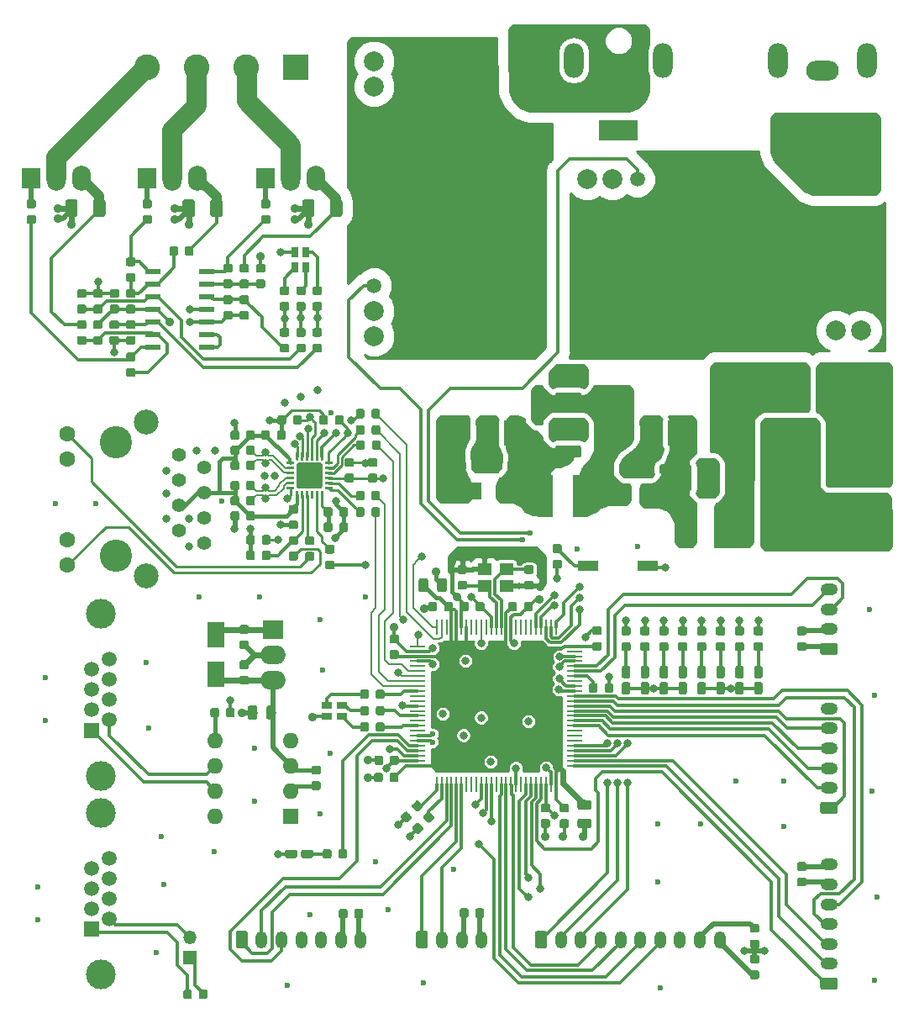
<source format=gbr>
G04 #@! TF.GenerationSoftware,KiCad,Pcbnew,(5.0.1)-rc2*
G04 #@! TF.CreationDate,2018-11-05T02:02:30+01:00*
G04 #@! TF.ProjectId,panel_light_control,70616E656C5F6C696768745F636F6E74,rev?*
G04 #@! TF.SameCoordinates,Original*
G04 #@! TF.FileFunction,Copper,L1,Top,Signal*
G04 #@! TF.FilePolarity,Positive*
%FSLAX46Y46*%
G04 Gerber Fmt 4.6, Leading zero omitted, Abs format (unit mm)*
G04 Created by KiCad (PCBNEW (5.0.1)-rc2) date 2018/11/05 2:02:30*
%MOMM*%
%LPD*%
G01*
G04 APERTURE LIST*
G04 #@! TA.AperFunction,Conductor*
%ADD10C,0.100000*%
G04 #@! TD*
G04 #@! TA.AperFunction,SMDPad,CuDef*
%ADD11C,0.875000*%
G04 #@! TD*
G04 #@! TA.AperFunction,SMDPad,CuDef*
%ADD12R,2.000000X1.000000*%
G04 #@! TD*
G04 #@! TA.AperFunction,SMDPad,CuDef*
%ADD13C,0.975000*%
G04 #@! TD*
G04 #@! TA.AperFunction,ComponentPad*
%ADD14O,1.200000X1.750000*%
G04 #@! TD*
G04 #@! TA.AperFunction,ComponentPad*
%ADD15C,1.200000*%
G04 #@! TD*
G04 #@! TA.AperFunction,ComponentPad*
%ADD16O,1.750000X1.200000*%
G04 #@! TD*
G04 #@! TA.AperFunction,ComponentPad*
%ADD17O,1.350000X1.350000*%
G04 #@! TD*
G04 #@! TA.AperFunction,ComponentPad*
%ADD18R,1.350000X1.350000*%
G04 #@! TD*
G04 #@! TA.AperFunction,ComponentPad*
%ADD19O,1.700000X2.500000*%
G04 #@! TD*
G04 #@! TA.AperFunction,ComponentPad*
%ADD20R,1.700000X2.500000*%
G04 #@! TD*
G04 #@! TA.AperFunction,SMDPad,CuDef*
%ADD21C,0.850000*%
G04 #@! TD*
G04 #@! TA.AperFunction,SMDPad,CuDef*
%ADD22R,1.000000X0.800000*%
G04 #@! TD*
G04 #@! TA.AperFunction,ComponentPad*
%ADD23O,2.800000X2.800000*%
G04 #@! TD*
G04 #@! TA.AperFunction,ComponentPad*
%ADD24R,2.500000X2.500000*%
G04 #@! TD*
G04 #@! TA.AperFunction,SMDPad,CuDef*
%ADD25R,0.800000X1.000000*%
G04 #@! TD*
G04 #@! TA.AperFunction,ComponentPad*
%ADD26C,2.500000*%
G04 #@! TD*
G04 #@! TA.AperFunction,SMDPad,CuDef*
%ADD27C,1.250000*%
G04 #@! TD*
G04 #@! TA.AperFunction,SMDPad,CuDef*
%ADD28R,1.500000X0.600000*%
G04 #@! TD*
G04 #@! TA.AperFunction,SMDPad,CuDef*
%ADD29R,1.500000X4.200000*%
G04 #@! TD*
G04 #@! TA.AperFunction,SMDPad,CuDef*
%ADD30R,1.800000X2.500000*%
G04 #@! TD*
G04 #@! TA.AperFunction,SMDPad,CuDef*
%ADD31R,2.500000X1.800000*%
G04 #@! TD*
G04 #@! TA.AperFunction,ComponentPad*
%ADD32O,1.905000X2.500000*%
G04 #@! TD*
G04 #@! TA.AperFunction,ComponentPad*
%ADD33R,1.905000X2.000000*%
G04 #@! TD*
G04 #@! TA.AperFunction,ComponentPad*
%ADD34C,3.000000*%
G04 #@! TD*
G04 #@! TA.AperFunction,ComponentPad*
%ADD35C,1.500000*%
G04 #@! TD*
G04 #@! TA.AperFunction,ComponentPad*
%ADD36R,1.500000X1.500000*%
G04 #@! TD*
G04 #@! TA.AperFunction,ComponentPad*
%ADD37R,2.600000X2.600000*%
G04 #@! TD*
G04 #@! TA.AperFunction,ComponentPad*
%ADD38C,2.600000*%
G04 #@! TD*
G04 #@! TA.AperFunction,ComponentPad*
%ADD39C,3.250000*%
G04 #@! TD*
G04 #@! TA.AperFunction,ComponentPad*
%ADD40C,1.600000*%
G04 #@! TD*
G04 #@! TA.AperFunction,ComponentPad*
%ADD41C,1.390000*%
G04 #@! TD*
G04 #@! TA.AperFunction,ComponentPad*
%ADD42C,2.000000*%
G04 #@! TD*
G04 #@! TA.AperFunction,ComponentPad*
%ADD43O,2.500000X1.905000*%
G04 #@! TD*
G04 #@! TA.AperFunction,ComponentPad*
%ADD44R,2.000000X1.905000*%
G04 #@! TD*
G04 #@! TA.AperFunction,SMDPad,CuDef*
%ADD45R,0.280000X1.500000*%
G04 #@! TD*
G04 #@! TA.AperFunction,SMDPad,CuDef*
%ADD46R,1.500000X0.280000*%
G04 #@! TD*
G04 #@! TA.AperFunction,ComponentPad*
%ADD47R,1.600000X1.600000*%
G04 #@! TD*
G04 #@! TA.AperFunction,ComponentPad*
%ADD48O,1.600000X1.600000*%
G04 #@! TD*
G04 #@! TA.AperFunction,SMDPad,CuDef*
%ADD49C,0.250000*%
G04 #@! TD*
G04 #@! TA.AperFunction,SMDPad,CuDef*
%ADD50C,2.600000*%
G04 #@! TD*
G04 #@! TA.AperFunction,SMDPad,CuDef*
%ADD51R,1.400000X1.200000*%
G04 #@! TD*
G04 #@! TA.AperFunction,ComponentPad*
%ADD52R,4.000000X2.000000*%
G04 #@! TD*
G04 #@! TA.AperFunction,ComponentPad*
%ADD53O,3.300000X2.000000*%
G04 #@! TD*
G04 #@! TA.AperFunction,ComponentPad*
%ADD54O,2.000000X3.500000*%
G04 #@! TD*
G04 #@! TA.AperFunction,ViaPad*
%ADD55C,0.900000*%
G04 #@! TD*
G04 #@! TA.AperFunction,ViaPad*
%ADD56C,0.800000*%
G04 #@! TD*
G04 #@! TA.AperFunction,ViaPad*
%ADD57C,0.600000*%
G04 #@! TD*
G04 #@! TA.AperFunction,Conductor*
%ADD58C,0.300000*%
G04 #@! TD*
G04 #@! TA.AperFunction,Conductor*
%ADD59C,0.400000*%
G04 #@! TD*
G04 #@! TA.AperFunction,Conductor*
%ADD60C,0.500000*%
G04 #@! TD*
G04 #@! TA.AperFunction,Conductor*
%ADD61C,0.600000*%
G04 #@! TD*
G04 #@! TA.AperFunction,Conductor*
%ADD62C,0.250000*%
G04 #@! TD*
G04 #@! TA.AperFunction,Conductor*
%ADD63C,2.000000*%
G04 #@! TD*
G04 #@! TA.AperFunction,Conductor*
%ADD64C,1.000000*%
G04 #@! TD*
G04 #@! TA.AperFunction,Conductor*
%ADD65C,0.200000*%
G04 #@! TD*
G04 #@! TA.AperFunction,Conductor*
%ADD66C,0.254000*%
G04 #@! TD*
G04 APERTURE END LIST*
D10*
G04 #@! TO.N,Net-(C18-Pad1)*
G04 #@! TO.C,C18*
G36*
X148093791Y-109000053D02*
X148115026Y-109003203D01*
X148135850Y-109008419D01*
X148156062Y-109015651D01*
X148175468Y-109024830D01*
X148193881Y-109035866D01*
X148211124Y-109048654D01*
X148227030Y-109063070D01*
X148241446Y-109078976D01*
X148254234Y-109096219D01*
X148265270Y-109114632D01*
X148274449Y-109134038D01*
X148281681Y-109154250D01*
X148286897Y-109175074D01*
X148290047Y-109196309D01*
X148291100Y-109217750D01*
X148291100Y-109730250D01*
X148290047Y-109751691D01*
X148286897Y-109772926D01*
X148281681Y-109793750D01*
X148274449Y-109813962D01*
X148265270Y-109833368D01*
X148254234Y-109851781D01*
X148241446Y-109869024D01*
X148227030Y-109884930D01*
X148211124Y-109899346D01*
X148193881Y-109912134D01*
X148175468Y-109923170D01*
X148156062Y-109932349D01*
X148135850Y-109939581D01*
X148115026Y-109944797D01*
X148093791Y-109947947D01*
X148072350Y-109949000D01*
X147634850Y-109949000D01*
X147613409Y-109947947D01*
X147592174Y-109944797D01*
X147571350Y-109939581D01*
X147551138Y-109932349D01*
X147531732Y-109923170D01*
X147513319Y-109912134D01*
X147496076Y-109899346D01*
X147480170Y-109884930D01*
X147465754Y-109869024D01*
X147452966Y-109851781D01*
X147441930Y-109833368D01*
X147432751Y-109813962D01*
X147425519Y-109793750D01*
X147420303Y-109772926D01*
X147417153Y-109751691D01*
X147416100Y-109730250D01*
X147416100Y-109217750D01*
X147417153Y-109196309D01*
X147420303Y-109175074D01*
X147425519Y-109154250D01*
X147432751Y-109134038D01*
X147441930Y-109114632D01*
X147452966Y-109096219D01*
X147465754Y-109078976D01*
X147480170Y-109063070D01*
X147496076Y-109048654D01*
X147513319Y-109035866D01*
X147531732Y-109024830D01*
X147551138Y-109015651D01*
X147571350Y-109008419D01*
X147592174Y-109003203D01*
X147613409Y-109000053D01*
X147634850Y-108999000D01*
X148072350Y-108999000D01*
X148093791Y-109000053D01*
X148093791Y-109000053D01*
G37*
D11*
G04 #@! TD*
G04 #@! TO.P,C18,1*
G04 #@! TO.N,Net-(C18-Pad1)*
X147853600Y-109474000D03*
D10*
G04 #@! TO.N,GND*
G04 #@! TO.C,C18*
G36*
X146518791Y-109000053D02*
X146540026Y-109003203D01*
X146560850Y-109008419D01*
X146581062Y-109015651D01*
X146600468Y-109024830D01*
X146618881Y-109035866D01*
X146636124Y-109048654D01*
X146652030Y-109063070D01*
X146666446Y-109078976D01*
X146679234Y-109096219D01*
X146690270Y-109114632D01*
X146699449Y-109134038D01*
X146706681Y-109154250D01*
X146711897Y-109175074D01*
X146715047Y-109196309D01*
X146716100Y-109217750D01*
X146716100Y-109730250D01*
X146715047Y-109751691D01*
X146711897Y-109772926D01*
X146706681Y-109793750D01*
X146699449Y-109813962D01*
X146690270Y-109833368D01*
X146679234Y-109851781D01*
X146666446Y-109869024D01*
X146652030Y-109884930D01*
X146636124Y-109899346D01*
X146618881Y-109912134D01*
X146600468Y-109923170D01*
X146581062Y-109932349D01*
X146560850Y-109939581D01*
X146540026Y-109944797D01*
X146518791Y-109947947D01*
X146497350Y-109949000D01*
X146059850Y-109949000D01*
X146038409Y-109947947D01*
X146017174Y-109944797D01*
X145996350Y-109939581D01*
X145976138Y-109932349D01*
X145956732Y-109923170D01*
X145938319Y-109912134D01*
X145921076Y-109899346D01*
X145905170Y-109884930D01*
X145890754Y-109869024D01*
X145877966Y-109851781D01*
X145866930Y-109833368D01*
X145857751Y-109813962D01*
X145850519Y-109793750D01*
X145845303Y-109772926D01*
X145842153Y-109751691D01*
X145841100Y-109730250D01*
X145841100Y-109217750D01*
X145842153Y-109196309D01*
X145845303Y-109175074D01*
X145850519Y-109154250D01*
X145857751Y-109134038D01*
X145866930Y-109114632D01*
X145877966Y-109096219D01*
X145890754Y-109078976D01*
X145905170Y-109063070D01*
X145921076Y-109048654D01*
X145938319Y-109035866D01*
X145956732Y-109024830D01*
X145976138Y-109015651D01*
X145996350Y-109008419D01*
X146017174Y-109003203D01*
X146038409Y-109000053D01*
X146059850Y-108999000D01*
X146497350Y-108999000D01*
X146518791Y-109000053D01*
X146518791Y-109000053D01*
G37*
D11*
G04 #@! TD*
G04 #@! TO.P,C18,2*
G04 #@! TO.N,GND*
X146278600Y-109474000D03*
D12*
G04 #@! TO.P,RST1,2*
G04 #@! TO.N,GND*
X164772600Y-105359200D03*
G04 #@! TO.P,RST1,1*
G04 #@! TO.N,Net-(R54-Pad2)*
X158772600Y-105359200D03*
G04 #@! TD*
D10*
G04 #@! TO.N,Net-(R54-Pad2)*
G04 #@! TO.C,R54*
G36*
X155903491Y-103195553D02*
X155924726Y-103198703D01*
X155945550Y-103203919D01*
X155965762Y-103211151D01*
X155985168Y-103220330D01*
X156003581Y-103231366D01*
X156020824Y-103244154D01*
X156036730Y-103258570D01*
X156051146Y-103274476D01*
X156063934Y-103291719D01*
X156074970Y-103310132D01*
X156084149Y-103329538D01*
X156091381Y-103349750D01*
X156096597Y-103370574D01*
X156099747Y-103391809D01*
X156100800Y-103413250D01*
X156100800Y-103850750D01*
X156099747Y-103872191D01*
X156096597Y-103893426D01*
X156091381Y-103914250D01*
X156084149Y-103934462D01*
X156074970Y-103953868D01*
X156063934Y-103972281D01*
X156051146Y-103989524D01*
X156036730Y-104005430D01*
X156020824Y-104019846D01*
X156003581Y-104032634D01*
X155985168Y-104043670D01*
X155965762Y-104052849D01*
X155945550Y-104060081D01*
X155924726Y-104065297D01*
X155903491Y-104068447D01*
X155882050Y-104069500D01*
X155369550Y-104069500D01*
X155348109Y-104068447D01*
X155326874Y-104065297D01*
X155306050Y-104060081D01*
X155285838Y-104052849D01*
X155266432Y-104043670D01*
X155248019Y-104032634D01*
X155230776Y-104019846D01*
X155214870Y-104005430D01*
X155200454Y-103989524D01*
X155187666Y-103972281D01*
X155176630Y-103953868D01*
X155167451Y-103934462D01*
X155160219Y-103914250D01*
X155155003Y-103893426D01*
X155151853Y-103872191D01*
X155150800Y-103850750D01*
X155150800Y-103413250D01*
X155151853Y-103391809D01*
X155155003Y-103370574D01*
X155160219Y-103349750D01*
X155167451Y-103329538D01*
X155176630Y-103310132D01*
X155187666Y-103291719D01*
X155200454Y-103274476D01*
X155214870Y-103258570D01*
X155230776Y-103244154D01*
X155248019Y-103231366D01*
X155266432Y-103220330D01*
X155285838Y-103211151D01*
X155306050Y-103203919D01*
X155326874Y-103198703D01*
X155348109Y-103195553D01*
X155369550Y-103194500D01*
X155882050Y-103194500D01*
X155903491Y-103195553D01*
X155903491Y-103195553D01*
G37*
D11*
G04 #@! TD*
G04 #@! TO.P,R54,2*
G04 #@! TO.N,Net-(R54-Pad2)*
X155625800Y-103632000D03*
D10*
G04 #@! TO.N,Net-(C18-Pad1)*
G04 #@! TO.C,R54*
G36*
X155903491Y-104770553D02*
X155924726Y-104773703D01*
X155945550Y-104778919D01*
X155965762Y-104786151D01*
X155985168Y-104795330D01*
X156003581Y-104806366D01*
X156020824Y-104819154D01*
X156036730Y-104833570D01*
X156051146Y-104849476D01*
X156063934Y-104866719D01*
X156074970Y-104885132D01*
X156084149Y-104904538D01*
X156091381Y-104924750D01*
X156096597Y-104945574D01*
X156099747Y-104966809D01*
X156100800Y-104988250D01*
X156100800Y-105425750D01*
X156099747Y-105447191D01*
X156096597Y-105468426D01*
X156091381Y-105489250D01*
X156084149Y-105509462D01*
X156074970Y-105528868D01*
X156063934Y-105547281D01*
X156051146Y-105564524D01*
X156036730Y-105580430D01*
X156020824Y-105594846D01*
X156003581Y-105607634D01*
X155985168Y-105618670D01*
X155965762Y-105627849D01*
X155945550Y-105635081D01*
X155924726Y-105640297D01*
X155903491Y-105643447D01*
X155882050Y-105644500D01*
X155369550Y-105644500D01*
X155348109Y-105643447D01*
X155326874Y-105640297D01*
X155306050Y-105635081D01*
X155285838Y-105627849D01*
X155266432Y-105618670D01*
X155248019Y-105607634D01*
X155230776Y-105594846D01*
X155214870Y-105580430D01*
X155200454Y-105564524D01*
X155187666Y-105547281D01*
X155176630Y-105528868D01*
X155167451Y-105509462D01*
X155160219Y-105489250D01*
X155155003Y-105468426D01*
X155151853Y-105447191D01*
X155150800Y-105425750D01*
X155150800Y-104988250D01*
X155151853Y-104966809D01*
X155155003Y-104945574D01*
X155160219Y-104924750D01*
X155167451Y-104904538D01*
X155176630Y-104885132D01*
X155187666Y-104866719D01*
X155200454Y-104849476D01*
X155214870Y-104833570D01*
X155230776Y-104819154D01*
X155248019Y-104806366D01*
X155266432Y-104795330D01*
X155285838Y-104786151D01*
X155306050Y-104778919D01*
X155326874Y-104773703D01*
X155348109Y-104770553D01*
X155369550Y-104769500D01*
X155882050Y-104769500D01*
X155903491Y-104770553D01*
X155903491Y-104770553D01*
G37*
D11*
G04 #@! TD*
G04 #@! TO.P,R54,1*
G04 #@! TO.N,Net-(C18-Pad1)*
X155625800Y-105207000D03*
D10*
G04 #@! TO.N,GND*
G04 #@! TO.C,C47*
G36*
X125187142Y-119443174D02*
X125210803Y-119446684D01*
X125234007Y-119452496D01*
X125256529Y-119460554D01*
X125278153Y-119470782D01*
X125298670Y-119483079D01*
X125317883Y-119497329D01*
X125335607Y-119513393D01*
X125351671Y-119531117D01*
X125365921Y-119550330D01*
X125378218Y-119570847D01*
X125388446Y-119592471D01*
X125396504Y-119614993D01*
X125402316Y-119638197D01*
X125405826Y-119661858D01*
X125407000Y-119685750D01*
X125407000Y-120598250D01*
X125405826Y-120622142D01*
X125402316Y-120645803D01*
X125396504Y-120669007D01*
X125388446Y-120691529D01*
X125378218Y-120713153D01*
X125365921Y-120733670D01*
X125351671Y-120752883D01*
X125335607Y-120770607D01*
X125317883Y-120786671D01*
X125298670Y-120800921D01*
X125278153Y-120813218D01*
X125256529Y-120823446D01*
X125234007Y-120831504D01*
X125210803Y-120837316D01*
X125187142Y-120840826D01*
X125163250Y-120842000D01*
X124675750Y-120842000D01*
X124651858Y-120840826D01*
X124628197Y-120837316D01*
X124604993Y-120831504D01*
X124582471Y-120823446D01*
X124560847Y-120813218D01*
X124540330Y-120800921D01*
X124521117Y-120786671D01*
X124503393Y-120770607D01*
X124487329Y-120752883D01*
X124473079Y-120733670D01*
X124460782Y-120713153D01*
X124450554Y-120691529D01*
X124442496Y-120669007D01*
X124436684Y-120645803D01*
X124433174Y-120622142D01*
X124432000Y-120598250D01*
X124432000Y-119685750D01*
X124433174Y-119661858D01*
X124436684Y-119638197D01*
X124442496Y-119614993D01*
X124450554Y-119592471D01*
X124460782Y-119570847D01*
X124473079Y-119550330D01*
X124487329Y-119531117D01*
X124503393Y-119513393D01*
X124521117Y-119497329D01*
X124540330Y-119483079D01*
X124560847Y-119470782D01*
X124582471Y-119460554D01*
X124604993Y-119452496D01*
X124628197Y-119446684D01*
X124651858Y-119443174D01*
X124675750Y-119442000D01*
X125163250Y-119442000D01*
X125187142Y-119443174D01*
X125187142Y-119443174D01*
G37*
D13*
G04 #@! TD*
G04 #@! TO.P,C47,2*
G04 #@! TO.N,GND*
X124919500Y-120142000D03*
D10*
G04 #@! TO.N,+5V*
G04 #@! TO.C,C47*
G36*
X127062142Y-119443174D02*
X127085803Y-119446684D01*
X127109007Y-119452496D01*
X127131529Y-119460554D01*
X127153153Y-119470782D01*
X127173670Y-119483079D01*
X127192883Y-119497329D01*
X127210607Y-119513393D01*
X127226671Y-119531117D01*
X127240921Y-119550330D01*
X127253218Y-119570847D01*
X127263446Y-119592471D01*
X127271504Y-119614993D01*
X127277316Y-119638197D01*
X127280826Y-119661858D01*
X127282000Y-119685750D01*
X127282000Y-120598250D01*
X127280826Y-120622142D01*
X127277316Y-120645803D01*
X127271504Y-120669007D01*
X127263446Y-120691529D01*
X127253218Y-120713153D01*
X127240921Y-120733670D01*
X127226671Y-120752883D01*
X127210607Y-120770607D01*
X127192883Y-120786671D01*
X127173670Y-120800921D01*
X127153153Y-120813218D01*
X127131529Y-120823446D01*
X127109007Y-120831504D01*
X127085803Y-120837316D01*
X127062142Y-120840826D01*
X127038250Y-120842000D01*
X126550750Y-120842000D01*
X126526858Y-120840826D01*
X126503197Y-120837316D01*
X126479993Y-120831504D01*
X126457471Y-120823446D01*
X126435847Y-120813218D01*
X126415330Y-120800921D01*
X126396117Y-120786671D01*
X126378393Y-120770607D01*
X126362329Y-120752883D01*
X126348079Y-120733670D01*
X126335782Y-120713153D01*
X126325554Y-120691529D01*
X126317496Y-120669007D01*
X126311684Y-120645803D01*
X126308174Y-120622142D01*
X126307000Y-120598250D01*
X126307000Y-119685750D01*
X126308174Y-119661858D01*
X126311684Y-119638197D01*
X126317496Y-119614993D01*
X126325554Y-119592471D01*
X126335782Y-119570847D01*
X126348079Y-119550330D01*
X126362329Y-119531117D01*
X126378393Y-119513393D01*
X126396117Y-119497329D01*
X126415330Y-119483079D01*
X126435847Y-119470782D01*
X126457471Y-119460554D01*
X126479993Y-119452496D01*
X126503197Y-119446684D01*
X126526858Y-119443174D01*
X126550750Y-119442000D01*
X127038250Y-119442000D01*
X127062142Y-119443174D01*
X127062142Y-119443174D01*
G37*
D13*
G04 #@! TD*
G04 #@! TO.P,C47,1*
G04 #@! TO.N,+5V*
X126794500Y-120142000D03*
D10*
G04 #@! TO.N,GND*
G04 #@! TO.C,C46*
G36*
X180554191Y-111488553D02*
X180575426Y-111491703D01*
X180596250Y-111496919D01*
X180616462Y-111504151D01*
X180635868Y-111513330D01*
X180654281Y-111524366D01*
X180671524Y-111537154D01*
X180687430Y-111551570D01*
X180701846Y-111567476D01*
X180714634Y-111584719D01*
X180725670Y-111603132D01*
X180734849Y-111622538D01*
X180742081Y-111642750D01*
X180747297Y-111663574D01*
X180750447Y-111684809D01*
X180751500Y-111706250D01*
X180751500Y-112143750D01*
X180750447Y-112165191D01*
X180747297Y-112186426D01*
X180742081Y-112207250D01*
X180734849Y-112227462D01*
X180725670Y-112246868D01*
X180714634Y-112265281D01*
X180701846Y-112282524D01*
X180687430Y-112298430D01*
X180671524Y-112312846D01*
X180654281Y-112325634D01*
X180635868Y-112336670D01*
X180616462Y-112345849D01*
X180596250Y-112353081D01*
X180575426Y-112358297D01*
X180554191Y-112361447D01*
X180532750Y-112362500D01*
X180020250Y-112362500D01*
X179998809Y-112361447D01*
X179977574Y-112358297D01*
X179956750Y-112353081D01*
X179936538Y-112345849D01*
X179917132Y-112336670D01*
X179898719Y-112325634D01*
X179881476Y-112312846D01*
X179865570Y-112298430D01*
X179851154Y-112282524D01*
X179838366Y-112265281D01*
X179827330Y-112246868D01*
X179818151Y-112227462D01*
X179810919Y-112207250D01*
X179805703Y-112186426D01*
X179802553Y-112165191D01*
X179801500Y-112143750D01*
X179801500Y-111706250D01*
X179802553Y-111684809D01*
X179805703Y-111663574D01*
X179810919Y-111642750D01*
X179818151Y-111622538D01*
X179827330Y-111603132D01*
X179838366Y-111584719D01*
X179851154Y-111567476D01*
X179865570Y-111551570D01*
X179881476Y-111537154D01*
X179898719Y-111524366D01*
X179917132Y-111513330D01*
X179936538Y-111504151D01*
X179956750Y-111496919D01*
X179977574Y-111491703D01*
X179998809Y-111488553D01*
X180020250Y-111487500D01*
X180532750Y-111487500D01*
X180554191Y-111488553D01*
X180554191Y-111488553D01*
G37*
D11*
G04 #@! TD*
G04 #@! TO.P,C46,2*
G04 #@! TO.N,GND*
X180276500Y-111925000D03*
D10*
G04 #@! TO.N,+3.3V*
G04 #@! TO.C,C46*
G36*
X180554191Y-113063553D02*
X180575426Y-113066703D01*
X180596250Y-113071919D01*
X180616462Y-113079151D01*
X180635868Y-113088330D01*
X180654281Y-113099366D01*
X180671524Y-113112154D01*
X180687430Y-113126570D01*
X180701846Y-113142476D01*
X180714634Y-113159719D01*
X180725670Y-113178132D01*
X180734849Y-113197538D01*
X180742081Y-113217750D01*
X180747297Y-113238574D01*
X180750447Y-113259809D01*
X180751500Y-113281250D01*
X180751500Y-113718750D01*
X180750447Y-113740191D01*
X180747297Y-113761426D01*
X180742081Y-113782250D01*
X180734849Y-113802462D01*
X180725670Y-113821868D01*
X180714634Y-113840281D01*
X180701846Y-113857524D01*
X180687430Y-113873430D01*
X180671524Y-113887846D01*
X180654281Y-113900634D01*
X180635868Y-113911670D01*
X180616462Y-113920849D01*
X180596250Y-113928081D01*
X180575426Y-113933297D01*
X180554191Y-113936447D01*
X180532750Y-113937500D01*
X180020250Y-113937500D01*
X179998809Y-113936447D01*
X179977574Y-113933297D01*
X179956750Y-113928081D01*
X179936538Y-113920849D01*
X179917132Y-113911670D01*
X179898719Y-113900634D01*
X179881476Y-113887846D01*
X179865570Y-113873430D01*
X179851154Y-113857524D01*
X179838366Y-113840281D01*
X179827330Y-113821868D01*
X179818151Y-113802462D01*
X179810919Y-113782250D01*
X179805703Y-113761426D01*
X179802553Y-113740191D01*
X179801500Y-113718750D01*
X179801500Y-113281250D01*
X179802553Y-113259809D01*
X179805703Y-113238574D01*
X179810919Y-113217750D01*
X179818151Y-113197538D01*
X179827330Y-113178132D01*
X179838366Y-113159719D01*
X179851154Y-113142476D01*
X179865570Y-113126570D01*
X179881476Y-113112154D01*
X179898719Y-113099366D01*
X179917132Y-113088330D01*
X179936538Y-113079151D01*
X179956750Y-113071919D01*
X179977574Y-113066703D01*
X179998809Y-113063553D01*
X180020250Y-113062500D01*
X180532750Y-113062500D01*
X180554191Y-113063553D01*
X180554191Y-113063553D01*
G37*
D11*
G04 #@! TD*
G04 #@! TO.P,C46,1*
G04 #@! TO.N,+3.3V*
X180276500Y-113500000D03*
D10*
G04 #@! TO.N,GND*
G04 #@! TO.C,C45*
G36*
X134288691Y-139924553D02*
X134309926Y-139927703D01*
X134330750Y-139932919D01*
X134350962Y-139940151D01*
X134370368Y-139949330D01*
X134388781Y-139960366D01*
X134406024Y-139973154D01*
X134421930Y-139987570D01*
X134436346Y-140003476D01*
X134449134Y-140020719D01*
X134460170Y-140039132D01*
X134469349Y-140058538D01*
X134476581Y-140078750D01*
X134481797Y-140099574D01*
X134484947Y-140120809D01*
X134486000Y-140142250D01*
X134486000Y-140654750D01*
X134484947Y-140676191D01*
X134481797Y-140697426D01*
X134476581Y-140718250D01*
X134469349Y-140738462D01*
X134460170Y-140757868D01*
X134449134Y-140776281D01*
X134436346Y-140793524D01*
X134421930Y-140809430D01*
X134406024Y-140823846D01*
X134388781Y-140836634D01*
X134370368Y-140847670D01*
X134350962Y-140856849D01*
X134330750Y-140864081D01*
X134309926Y-140869297D01*
X134288691Y-140872447D01*
X134267250Y-140873500D01*
X133829750Y-140873500D01*
X133808309Y-140872447D01*
X133787074Y-140869297D01*
X133766250Y-140864081D01*
X133746038Y-140856849D01*
X133726632Y-140847670D01*
X133708219Y-140836634D01*
X133690976Y-140823846D01*
X133675070Y-140809430D01*
X133660654Y-140793524D01*
X133647866Y-140776281D01*
X133636830Y-140757868D01*
X133627651Y-140738462D01*
X133620419Y-140718250D01*
X133615203Y-140697426D01*
X133612053Y-140676191D01*
X133611000Y-140654750D01*
X133611000Y-140142250D01*
X133612053Y-140120809D01*
X133615203Y-140099574D01*
X133620419Y-140078750D01*
X133627651Y-140058538D01*
X133636830Y-140039132D01*
X133647866Y-140020719D01*
X133660654Y-140003476D01*
X133675070Y-139987570D01*
X133690976Y-139973154D01*
X133708219Y-139960366D01*
X133726632Y-139949330D01*
X133746038Y-139940151D01*
X133766250Y-139932919D01*
X133787074Y-139927703D01*
X133808309Y-139924553D01*
X133829750Y-139923500D01*
X134267250Y-139923500D01*
X134288691Y-139924553D01*
X134288691Y-139924553D01*
G37*
D11*
G04 #@! TD*
G04 #@! TO.P,C45,2*
G04 #@! TO.N,GND*
X134048500Y-140398500D03*
D10*
G04 #@! TO.N,+3.3V*
G04 #@! TO.C,C45*
G36*
X135863691Y-139924553D02*
X135884926Y-139927703D01*
X135905750Y-139932919D01*
X135925962Y-139940151D01*
X135945368Y-139949330D01*
X135963781Y-139960366D01*
X135981024Y-139973154D01*
X135996930Y-139987570D01*
X136011346Y-140003476D01*
X136024134Y-140020719D01*
X136035170Y-140039132D01*
X136044349Y-140058538D01*
X136051581Y-140078750D01*
X136056797Y-140099574D01*
X136059947Y-140120809D01*
X136061000Y-140142250D01*
X136061000Y-140654750D01*
X136059947Y-140676191D01*
X136056797Y-140697426D01*
X136051581Y-140718250D01*
X136044349Y-140738462D01*
X136035170Y-140757868D01*
X136024134Y-140776281D01*
X136011346Y-140793524D01*
X135996930Y-140809430D01*
X135981024Y-140823846D01*
X135963781Y-140836634D01*
X135945368Y-140847670D01*
X135925962Y-140856849D01*
X135905750Y-140864081D01*
X135884926Y-140869297D01*
X135863691Y-140872447D01*
X135842250Y-140873500D01*
X135404750Y-140873500D01*
X135383309Y-140872447D01*
X135362074Y-140869297D01*
X135341250Y-140864081D01*
X135321038Y-140856849D01*
X135301632Y-140847670D01*
X135283219Y-140836634D01*
X135265976Y-140823846D01*
X135250070Y-140809430D01*
X135235654Y-140793524D01*
X135222866Y-140776281D01*
X135211830Y-140757868D01*
X135202651Y-140738462D01*
X135195419Y-140718250D01*
X135190203Y-140697426D01*
X135187053Y-140676191D01*
X135186000Y-140654750D01*
X135186000Y-140142250D01*
X135187053Y-140120809D01*
X135190203Y-140099574D01*
X135195419Y-140078750D01*
X135202651Y-140058538D01*
X135211830Y-140039132D01*
X135222866Y-140020719D01*
X135235654Y-140003476D01*
X135250070Y-139987570D01*
X135265976Y-139973154D01*
X135283219Y-139960366D01*
X135301632Y-139949330D01*
X135321038Y-139940151D01*
X135341250Y-139932919D01*
X135362074Y-139927703D01*
X135383309Y-139924553D01*
X135404750Y-139923500D01*
X135842250Y-139923500D01*
X135863691Y-139924553D01*
X135863691Y-139924553D01*
G37*
D11*
G04 #@! TD*
G04 #@! TO.P,C45,1*
G04 #@! TO.N,+3.3V*
X135623500Y-140398500D03*
D10*
G04 #@! TO.N,GND*
G04 #@! TO.C,C44*
G36*
X175791691Y-143010053D02*
X175812926Y-143013203D01*
X175833750Y-143018419D01*
X175853962Y-143025651D01*
X175873368Y-143034830D01*
X175891781Y-143045866D01*
X175909024Y-143058654D01*
X175924930Y-143073070D01*
X175939346Y-143088976D01*
X175952134Y-143106219D01*
X175963170Y-143124632D01*
X175972349Y-143144038D01*
X175979581Y-143164250D01*
X175984797Y-143185074D01*
X175987947Y-143206309D01*
X175989000Y-143227750D01*
X175989000Y-143665250D01*
X175987947Y-143686691D01*
X175984797Y-143707926D01*
X175979581Y-143728750D01*
X175972349Y-143748962D01*
X175963170Y-143768368D01*
X175952134Y-143786781D01*
X175939346Y-143804024D01*
X175924930Y-143819930D01*
X175909024Y-143834346D01*
X175891781Y-143847134D01*
X175873368Y-143858170D01*
X175853962Y-143867349D01*
X175833750Y-143874581D01*
X175812926Y-143879797D01*
X175791691Y-143882947D01*
X175770250Y-143884000D01*
X175257750Y-143884000D01*
X175236309Y-143882947D01*
X175215074Y-143879797D01*
X175194250Y-143874581D01*
X175174038Y-143867349D01*
X175154632Y-143858170D01*
X175136219Y-143847134D01*
X175118976Y-143834346D01*
X175103070Y-143819930D01*
X175088654Y-143804024D01*
X175075866Y-143786781D01*
X175064830Y-143768368D01*
X175055651Y-143748962D01*
X175048419Y-143728750D01*
X175043203Y-143707926D01*
X175040053Y-143686691D01*
X175039000Y-143665250D01*
X175039000Y-143227750D01*
X175040053Y-143206309D01*
X175043203Y-143185074D01*
X175048419Y-143164250D01*
X175055651Y-143144038D01*
X175064830Y-143124632D01*
X175075866Y-143106219D01*
X175088654Y-143088976D01*
X175103070Y-143073070D01*
X175118976Y-143058654D01*
X175136219Y-143045866D01*
X175154632Y-143034830D01*
X175174038Y-143025651D01*
X175194250Y-143018419D01*
X175215074Y-143013203D01*
X175236309Y-143010053D01*
X175257750Y-143009000D01*
X175770250Y-143009000D01*
X175791691Y-143010053D01*
X175791691Y-143010053D01*
G37*
D11*
G04 #@! TD*
G04 #@! TO.P,C44,2*
G04 #@! TO.N,GND*
X175514000Y-143446500D03*
D10*
G04 #@! TO.N,+3.3V*
G04 #@! TO.C,C44*
G36*
X175791691Y-141435053D02*
X175812926Y-141438203D01*
X175833750Y-141443419D01*
X175853962Y-141450651D01*
X175873368Y-141459830D01*
X175891781Y-141470866D01*
X175909024Y-141483654D01*
X175924930Y-141498070D01*
X175939346Y-141513976D01*
X175952134Y-141531219D01*
X175963170Y-141549632D01*
X175972349Y-141569038D01*
X175979581Y-141589250D01*
X175984797Y-141610074D01*
X175987947Y-141631309D01*
X175989000Y-141652750D01*
X175989000Y-142090250D01*
X175987947Y-142111691D01*
X175984797Y-142132926D01*
X175979581Y-142153750D01*
X175972349Y-142173962D01*
X175963170Y-142193368D01*
X175952134Y-142211781D01*
X175939346Y-142229024D01*
X175924930Y-142244930D01*
X175909024Y-142259346D01*
X175891781Y-142272134D01*
X175873368Y-142283170D01*
X175853962Y-142292349D01*
X175833750Y-142299581D01*
X175812926Y-142304797D01*
X175791691Y-142307947D01*
X175770250Y-142309000D01*
X175257750Y-142309000D01*
X175236309Y-142307947D01*
X175215074Y-142304797D01*
X175194250Y-142299581D01*
X175174038Y-142292349D01*
X175154632Y-142283170D01*
X175136219Y-142272134D01*
X175118976Y-142259346D01*
X175103070Y-142244930D01*
X175088654Y-142229024D01*
X175075866Y-142211781D01*
X175064830Y-142193368D01*
X175055651Y-142173962D01*
X175048419Y-142153750D01*
X175043203Y-142132926D01*
X175040053Y-142111691D01*
X175039000Y-142090250D01*
X175039000Y-141652750D01*
X175040053Y-141631309D01*
X175043203Y-141610074D01*
X175048419Y-141589250D01*
X175055651Y-141569038D01*
X175064830Y-141549632D01*
X175075866Y-141531219D01*
X175088654Y-141513976D01*
X175103070Y-141498070D01*
X175118976Y-141483654D01*
X175136219Y-141470866D01*
X175154632Y-141459830D01*
X175174038Y-141450651D01*
X175194250Y-141443419D01*
X175215074Y-141438203D01*
X175236309Y-141435053D01*
X175257750Y-141434000D01*
X175770250Y-141434000D01*
X175791691Y-141435053D01*
X175791691Y-141435053D01*
G37*
D11*
G04 #@! TD*
G04 #@! TO.P,C44,1*
G04 #@! TO.N,+3.3V*
X175514000Y-141871500D03*
D10*
G04 #@! TO.N,GND*
G04 #@! TO.C,C16*
G36*
X146480691Y-139861053D02*
X146501926Y-139864203D01*
X146522750Y-139869419D01*
X146542962Y-139876651D01*
X146562368Y-139885830D01*
X146580781Y-139896866D01*
X146598024Y-139909654D01*
X146613930Y-139924070D01*
X146628346Y-139939976D01*
X146641134Y-139957219D01*
X146652170Y-139975632D01*
X146661349Y-139995038D01*
X146668581Y-140015250D01*
X146673797Y-140036074D01*
X146676947Y-140057309D01*
X146678000Y-140078750D01*
X146678000Y-140591250D01*
X146676947Y-140612691D01*
X146673797Y-140633926D01*
X146668581Y-140654750D01*
X146661349Y-140674962D01*
X146652170Y-140694368D01*
X146641134Y-140712781D01*
X146628346Y-140730024D01*
X146613930Y-140745930D01*
X146598024Y-140760346D01*
X146580781Y-140773134D01*
X146562368Y-140784170D01*
X146542962Y-140793349D01*
X146522750Y-140800581D01*
X146501926Y-140805797D01*
X146480691Y-140808947D01*
X146459250Y-140810000D01*
X146021750Y-140810000D01*
X146000309Y-140808947D01*
X145979074Y-140805797D01*
X145958250Y-140800581D01*
X145938038Y-140793349D01*
X145918632Y-140784170D01*
X145900219Y-140773134D01*
X145882976Y-140760346D01*
X145867070Y-140745930D01*
X145852654Y-140730024D01*
X145839866Y-140712781D01*
X145828830Y-140694368D01*
X145819651Y-140674962D01*
X145812419Y-140654750D01*
X145807203Y-140633926D01*
X145804053Y-140612691D01*
X145803000Y-140591250D01*
X145803000Y-140078750D01*
X145804053Y-140057309D01*
X145807203Y-140036074D01*
X145812419Y-140015250D01*
X145819651Y-139995038D01*
X145828830Y-139975632D01*
X145839866Y-139957219D01*
X145852654Y-139939976D01*
X145867070Y-139924070D01*
X145882976Y-139909654D01*
X145900219Y-139896866D01*
X145918632Y-139885830D01*
X145938038Y-139876651D01*
X145958250Y-139869419D01*
X145979074Y-139864203D01*
X146000309Y-139861053D01*
X146021750Y-139860000D01*
X146459250Y-139860000D01*
X146480691Y-139861053D01*
X146480691Y-139861053D01*
G37*
D11*
G04 #@! TD*
G04 #@! TO.P,C16,2*
G04 #@! TO.N,GND*
X146240500Y-140335000D03*
D10*
G04 #@! TO.N,+5V*
G04 #@! TO.C,C16*
G36*
X148055691Y-139861053D02*
X148076926Y-139864203D01*
X148097750Y-139869419D01*
X148117962Y-139876651D01*
X148137368Y-139885830D01*
X148155781Y-139896866D01*
X148173024Y-139909654D01*
X148188930Y-139924070D01*
X148203346Y-139939976D01*
X148216134Y-139957219D01*
X148227170Y-139975632D01*
X148236349Y-139995038D01*
X148243581Y-140015250D01*
X148248797Y-140036074D01*
X148251947Y-140057309D01*
X148253000Y-140078750D01*
X148253000Y-140591250D01*
X148251947Y-140612691D01*
X148248797Y-140633926D01*
X148243581Y-140654750D01*
X148236349Y-140674962D01*
X148227170Y-140694368D01*
X148216134Y-140712781D01*
X148203346Y-140730024D01*
X148188930Y-140745930D01*
X148173024Y-140760346D01*
X148155781Y-140773134D01*
X148137368Y-140784170D01*
X148117962Y-140793349D01*
X148097750Y-140800581D01*
X148076926Y-140805797D01*
X148055691Y-140808947D01*
X148034250Y-140810000D01*
X147596750Y-140810000D01*
X147575309Y-140808947D01*
X147554074Y-140805797D01*
X147533250Y-140800581D01*
X147513038Y-140793349D01*
X147493632Y-140784170D01*
X147475219Y-140773134D01*
X147457976Y-140760346D01*
X147442070Y-140745930D01*
X147427654Y-140730024D01*
X147414866Y-140712781D01*
X147403830Y-140694368D01*
X147394651Y-140674962D01*
X147387419Y-140654750D01*
X147382203Y-140633926D01*
X147379053Y-140612691D01*
X147378000Y-140591250D01*
X147378000Y-140078750D01*
X147379053Y-140057309D01*
X147382203Y-140036074D01*
X147387419Y-140015250D01*
X147394651Y-139995038D01*
X147403830Y-139975632D01*
X147414866Y-139957219D01*
X147427654Y-139939976D01*
X147442070Y-139924070D01*
X147457976Y-139909654D01*
X147475219Y-139896866D01*
X147493632Y-139885830D01*
X147513038Y-139876651D01*
X147533250Y-139869419D01*
X147554074Y-139864203D01*
X147575309Y-139861053D01*
X147596750Y-139860000D01*
X148034250Y-139860000D01*
X148055691Y-139861053D01*
X148055691Y-139861053D01*
G37*
D11*
G04 #@! TD*
G04 #@! TO.P,C16,1*
G04 #@! TO.N,+5V*
X147815500Y-140335000D03*
D10*
G04 #@! TO.N,GND*
G04 #@! TO.C,C14*
G36*
X180554191Y-136774553D02*
X180575426Y-136777703D01*
X180596250Y-136782919D01*
X180616462Y-136790151D01*
X180635868Y-136799330D01*
X180654281Y-136810366D01*
X180671524Y-136823154D01*
X180687430Y-136837570D01*
X180701846Y-136853476D01*
X180714634Y-136870719D01*
X180725670Y-136889132D01*
X180734849Y-136908538D01*
X180742081Y-136928750D01*
X180747297Y-136949574D01*
X180750447Y-136970809D01*
X180751500Y-136992250D01*
X180751500Y-137429750D01*
X180750447Y-137451191D01*
X180747297Y-137472426D01*
X180742081Y-137493250D01*
X180734849Y-137513462D01*
X180725670Y-137532868D01*
X180714634Y-137551281D01*
X180701846Y-137568524D01*
X180687430Y-137584430D01*
X180671524Y-137598846D01*
X180654281Y-137611634D01*
X180635868Y-137622670D01*
X180616462Y-137631849D01*
X180596250Y-137639081D01*
X180575426Y-137644297D01*
X180554191Y-137647447D01*
X180532750Y-137648500D01*
X180020250Y-137648500D01*
X179998809Y-137647447D01*
X179977574Y-137644297D01*
X179956750Y-137639081D01*
X179936538Y-137631849D01*
X179917132Y-137622670D01*
X179898719Y-137611634D01*
X179881476Y-137598846D01*
X179865570Y-137584430D01*
X179851154Y-137568524D01*
X179838366Y-137551281D01*
X179827330Y-137532868D01*
X179818151Y-137513462D01*
X179810919Y-137493250D01*
X179805703Y-137472426D01*
X179802553Y-137451191D01*
X179801500Y-137429750D01*
X179801500Y-136992250D01*
X179802553Y-136970809D01*
X179805703Y-136949574D01*
X179810919Y-136928750D01*
X179818151Y-136908538D01*
X179827330Y-136889132D01*
X179838366Y-136870719D01*
X179851154Y-136853476D01*
X179865570Y-136837570D01*
X179881476Y-136823154D01*
X179898719Y-136810366D01*
X179917132Y-136799330D01*
X179936538Y-136790151D01*
X179956750Y-136782919D01*
X179977574Y-136777703D01*
X179998809Y-136774553D01*
X180020250Y-136773500D01*
X180532750Y-136773500D01*
X180554191Y-136774553D01*
X180554191Y-136774553D01*
G37*
D11*
G04 #@! TD*
G04 #@! TO.P,C14,2*
G04 #@! TO.N,GND*
X180276500Y-137211000D03*
D10*
G04 #@! TO.N,+3.3V*
G04 #@! TO.C,C14*
G36*
X180554191Y-135199553D02*
X180575426Y-135202703D01*
X180596250Y-135207919D01*
X180616462Y-135215151D01*
X180635868Y-135224330D01*
X180654281Y-135235366D01*
X180671524Y-135248154D01*
X180687430Y-135262570D01*
X180701846Y-135278476D01*
X180714634Y-135295719D01*
X180725670Y-135314132D01*
X180734849Y-135333538D01*
X180742081Y-135353750D01*
X180747297Y-135374574D01*
X180750447Y-135395809D01*
X180751500Y-135417250D01*
X180751500Y-135854750D01*
X180750447Y-135876191D01*
X180747297Y-135897426D01*
X180742081Y-135918250D01*
X180734849Y-135938462D01*
X180725670Y-135957868D01*
X180714634Y-135976281D01*
X180701846Y-135993524D01*
X180687430Y-136009430D01*
X180671524Y-136023846D01*
X180654281Y-136036634D01*
X180635868Y-136047670D01*
X180616462Y-136056849D01*
X180596250Y-136064081D01*
X180575426Y-136069297D01*
X180554191Y-136072447D01*
X180532750Y-136073500D01*
X180020250Y-136073500D01*
X179998809Y-136072447D01*
X179977574Y-136069297D01*
X179956750Y-136064081D01*
X179936538Y-136056849D01*
X179917132Y-136047670D01*
X179898719Y-136036634D01*
X179881476Y-136023846D01*
X179865570Y-136009430D01*
X179851154Y-135993524D01*
X179838366Y-135976281D01*
X179827330Y-135957868D01*
X179818151Y-135938462D01*
X179810919Y-135918250D01*
X179805703Y-135897426D01*
X179802553Y-135876191D01*
X179801500Y-135854750D01*
X179801500Y-135417250D01*
X179802553Y-135395809D01*
X179805703Y-135374574D01*
X179810919Y-135353750D01*
X179818151Y-135333538D01*
X179827330Y-135314132D01*
X179838366Y-135295719D01*
X179851154Y-135278476D01*
X179865570Y-135262570D01*
X179881476Y-135248154D01*
X179898719Y-135235366D01*
X179917132Y-135224330D01*
X179936538Y-135215151D01*
X179956750Y-135207919D01*
X179977574Y-135202703D01*
X179998809Y-135199553D01*
X180020250Y-135198500D01*
X180532750Y-135198500D01*
X180554191Y-135199553D01*
X180554191Y-135199553D01*
G37*
D11*
G04 #@! TD*
G04 #@! TO.P,C14,1*
G04 #@! TO.N,+3.3V*
X180276500Y-135636000D03*
D10*
G04 #@! TO.N,GND*
G04 #@! TO.C,C13*
G36*
X175791691Y-144534053D02*
X175812926Y-144537203D01*
X175833750Y-144542419D01*
X175853962Y-144549651D01*
X175873368Y-144558830D01*
X175891781Y-144569866D01*
X175909024Y-144582654D01*
X175924930Y-144597070D01*
X175939346Y-144612976D01*
X175952134Y-144630219D01*
X175963170Y-144648632D01*
X175972349Y-144668038D01*
X175979581Y-144688250D01*
X175984797Y-144709074D01*
X175987947Y-144730309D01*
X175989000Y-144751750D01*
X175989000Y-145189250D01*
X175987947Y-145210691D01*
X175984797Y-145231926D01*
X175979581Y-145252750D01*
X175972349Y-145272962D01*
X175963170Y-145292368D01*
X175952134Y-145310781D01*
X175939346Y-145328024D01*
X175924930Y-145343930D01*
X175909024Y-145358346D01*
X175891781Y-145371134D01*
X175873368Y-145382170D01*
X175853962Y-145391349D01*
X175833750Y-145398581D01*
X175812926Y-145403797D01*
X175791691Y-145406947D01*
X175770250Y-145408000D01*
X175257750Y-145408000D01*
X175236309Y-145406947D01*
X175215074Y-145403797D01*
X175194250Y-145398581D01*
X175174038Y-145391349D01*
X175154632Y-145382170D01*
X175136219Y-145371134D01*
X175118976Y-145358346D01*
X175103070Y-145343930D01*
X175088654Y-145328024D01*
X175075866Y-145310781D01*
X175064830Y-145292368D01*
X175055651Y-145272962D01*
X175048419Y-145252750D01*
X175043203Y-145231926D01*
X175040053Y-145210691D01*
X175039000Y-145189250D01*
X175039000Y-144751750D01*
X175040053Y-144730309D01*
X175043203Y-144709074D01*
X175048419Y-144688250D01*
X175055651Y-144668038D01*
X175064830Y-144648632D01*
X175075866Y-144630219D01*
X175088654Y-144612976D01*
X175103070Y-144597070D01*
X175118976Y-144582654D01*
X175136219Y-144569866D01*
X175154632Y-144558830D01*
X175174038Y-144549651D01*
X175194250Y-144542419D01*
X175215074Y-144537203D01*
X175236309Y-144534053D01*
X175257750Y-144533000D01*
X175770250Y-144533000D01*
X175791691Y-144534053D01*
X175791691Y-144534053D01*
G37*
D11*
G04 #@! TD*
G04 #@! TO.P,C13,2*
G04 #@! TO.N,GND*
X175514000Y-144970500D03*
D10*
G04 #@! TO.N,+5V*
G04 #@! TO.C,C13*
G36*
X175791691Y-146109053D02*
X175812926Y-146112203D01*
X175833750Y-146117419D01*
X175853962Y-146124651D01*
X175873368Y-146133830D01*
X175891781Y-146144866D01*
X175909024Y-146157654D01*
X175924930Y-146172070D01*
X175939346Y-146187976D01*
X175952134Y-146205219D01*
X175963170Y-146223632D01*
X175972349Y-146243038D01*
X175979581Y-146263250D01*
X175984797Y-146284074D01*
X175987947Y-146305309D01*
X175989000Y-146326750D01*
X175989000Y-146764250D01*
X175987947Y-146785691D01*
X175984797Y-146806926D01*
X175979581Y-146827750D01*
X175972349Y-146847962D01*
X175963170Y-146867368D01*
X175952134Y-146885781D01*
X175939346Y-146903024D01*
X175924930Y-146918930D01*
X175909024Y-146933346D01*
X175891781Y-146946134D01*
X175873368Y-146957170D01*
X175853962Y-146966349D01*
X175833750Y-146973581D01*
X175812926Y-146978797D01*
X175791691Y-146981947D01*
X175770250Y-146983000D01*
X175257750Y-146983000D01*
X175236309Y-146981947D01*
X175215074Y-146978797D01*
X175194250Y-146973581D01*
X175174038Y-146966349D01*
X175154632Y-146957170D01*
X175136219Y-146946134D01*
X175118976Y-146933346D01*
X175103070Y-146918930D01*
X175088654Y-146903024D01*
X175075866Y-146885781D01*
X175064830Y-146867368D01*
X175055651Y-146847962D01*
X175048419Y-146827750D01*
X175043203Y-146806926D01*
X175040053Y-146785691D01*
X175039000Y-146764250D01*
X175039000Y-146326750D01*
X175040053Y-146305309D01*
X175043203Y-146284074D01*
X175048419Y-146263250D01*
X175055651Y-146243038D01*
X175064830Y-146223632D01*
X175075866Y-146205219D01*
X175088654Y-146187976D01*
X175103070Y-146172070D01*
X175118976Y-146157654D01*
X175136219Y-146144866D01*
X175154632Y-146133830D01*
X175174038Y-146124651D01*
X175194250Y-146117419D01*
X175215074Y-146112203D01*
X175236309Y-146109053D01*
X175257750Y-146108000D01*
X175770250Y-146108000D01*
X175791691Y-146109053D01*
X175791691Y-146109053D01*
G37*
D11*
G04 #@! TD*
G04 #@! TO.P,C13,1*
G04 #@! TO.N,+5V*
X175514000Y-146545500D03*
D14*
G04 #@! TO.P,SPI0,10*
G04 #@! TO.N,+5V*
X172000000Y-143000000D03*
G04 #@! TO.P,SPI0,9*
G04 #@! TO.N,+3.3V*
X170000000Y-143000000D03*
G04 #@! TO.P,SPI0,8*
G04 #@! TO.N,GND*
X168000000Y-143000000D03*
G04 #@! TO.P,SPI0,7*
G04 #@! TO.N,I2S_WS*
X166000000Y-143000000D03*
G04 #@! TO.P,SPI0,6*
G04 #@! TO.N,I2S_MCK*
X164000000Y-143000000D03*
G04 #@! TO.P,SPI0,5*
G04 #@! TO.N,SPI0_CS1*
X162000000Y-143000000D03*
G04 #@! TO.P,SPI0,4*
G04 #@! TO.N,SPI0_CS0*
X160000000Y-143000000D03*
G04 #@! TO.P,SPI0,3*
G04 #@! TO.N,SPI0_SCK*
X158000000Y-143000000D03*
G04 #@! TO.P,SPI0,2*
G04 #@! TO.N,SPI0_MISO*
X156000000Y-143000000D03*
D10*
G04 #@! TD*
G04 #@! TO.N,SPI0_MOSI*
G04 #@! TO.C,SPI0*
G36*
X154374505Y-142126204D02*
X154398773Y-142129804D01*
X154422572Y-142135765D01*
X154445671Y-142144030D01*
X154467850Y-142154520D01*
X154488893Y-142167132D01*
X154508599Y-142181747D01*
X154526777Y-142198223D01*
X154543253Y-142216401D01*
X154557868Y-142236107D01*
X154570480Y-142257150D01*
X154580970Y-142279329D01*
X154589235Y-142302428D01*
X154595196Y-142326227D01*
X154598796Y-142350495D01*
X154600000Y-142374999D01*
X154600000Y-143625001D01*
X154598796Y-143649505D01*
X154595196Y-143673773D01*
X154589235Y-143697572D01*
X154580970Y-143720671D01*
X154570480Y-143742850D01*
X154557868Y-143763893D01*
X154543253Y-143783599D01*
X154526777Y-143801777D01*
X154508599Y-143818253D01*
X154488893Y-143832868D01*
X154467850Y-143845480D01*
X154445671Y-143855970D01*
X154422572Y-143864235D01*
X154398773Y-143870196D01*
X154374505Y-143873796D01*
X154350001Y-143875000D01*
X153649999Y-143875000D01*
X153625495Y-143873796D01*
X153601227Y-143870196D01*
X153577428Y-143864235D01*
X153554329Y-143855970D01*
X153532150Y-143845480D01*
X153511107Y-143832868D01*
X153491401Y-143818253D01*
X153473223Y-143801777D01*
X153456747Y-143783599D01*
X153442132Y-143763893D01*
X153429520Y-143742850D01*
X153419030Y-143720671D01*
X153410765Y-143697572D01*
X153404804Y-143673773D01*
X153401204Y-143649505D01*
X153400000Y-143625001D01*
X153400000Y-142374999D01*
X153401204Y-142350495D01*
X153404804Y-142326227D01*
X153410765Y-142302428D01*
X153419030Y-142279329D01*
X153429520Y-142257150D01*
X153442132Y-142236107D01*
X153456747Y-142216401D01*
X153473223Y-142198223D01*
X153491401Y-142181747D01*
X153511107Y-142167132D01*
X153532150Y-142154520D01*
X153554329Y-142144030D01*
X153577428Y-142135765D01*
X153601227Y-142129804D01*
X153625495Y-142126204D01*
X153649999Y-142125000D01*
X154350001Y-142125000D01*
X154374505Y-142126204D01*
X154374505Y-142126204D01*
G37*
D15*
G04 #@! TO.P,SPI0,1*
G04 #@! TO.N,SPI0_MOSI*
X154000000Y-143000000D03*
G04 #@! TD*
D14*
G04 #@! TO.P,SPI1,7*
G04 #@! TO.N,+3.3V*
X135825000Y-143002000D03*
G04 #@! TO.P,SPI1,6*
G04 #@! TO.N,GND*
X133825000Y-143002000D03*
G04 #@! TO.P,SPI1,5*
G04 #@! TO.N,SPI1_CS1*
X131825000Y-143002000D03*
G04 #@! TO.P,SPI1,4*
G04 #@! TO.N,SPI1_CS0*
X129825000Y-143002000D03*
G04 #@! TO.P,SPI1,3*
G04 #@! TO.N,SPI1_SCK*
X127825000Y-143002000D03*
G04 #@! TO.P,SPI1,2*
G04 #@! TO.N,SPI1_MISO*
X125825000Y-143002000D03*
D10*
G04 #@! TD*
G04 #@! TO.N,SPI1_MOSI*
G04 #@! TO.C,SPI1*
G36*
X124199505Y-142128204D02*
X124223773Y-142131804D01*
X124247572Y-142137765D01*
X124270671Y-142146030D01*
X124292850Y-142156520D01*
X124313893Y-142169132D01*
X124333599Y-142183747D01*
X124351777Y-142200223D01*
X124368253Y-142218401D01*
X124382868Y-142238107D01*
X124395480Y-142259150D01*
X124405970Y-142281329D01*
X124414235Y-142304428D01*
X124420196Y-142328227D01*
X124423796Y-142352495D01*
X124425000Y-142376999D01*
X124425000Y-143627001D01*
X124423796Y-143651505D01*
X124420196Y-143675773D01*
X124414235Y-143699572D01*
X124405970Y-143722671D01*
X124395480Y-143744850D01*
X124382868Y-143765893D01*
X124368253Y-143785599D01*
X124351777Y-143803777D01*
X124333599Y-143820253D01*
X124313893Y-143834868D01*
X124292850Y-143847480D01*
X124270671Y-143857970D01*
X124247572Y-143866235D01*
X124223773Y-143872196D01*
X124199505Y-143875796D01*
X124175001Y-143877000D01*
X123474999Y-143877000D01*
X123450495Y-143875796D01*
X123426227Y-143872196D01*
X123402428Y-143866235D01*
X123379329Y-143857970D01*
X123357150Y-143847480D01*
X123336107Y-143834868D01*
X123316401Y-143820253D01*
X123298223Y-143803777D01*
X123281747Y-143785599D01*
X123267132Y-143765893D01*
X123254520Y-143744850D01*
X123244030Y-143722671D01*
X123235765Y-143699572D01*
X123229804Y-143675773D01*
X123226204Y-143651505D01*
X123225000Y-143627001D01*
X123225000Y-142376999D01*
X123226204Y-142352495D01*
X123229804Y-142328227D01*
X123235765Y-142304428D01*
X123244030Y-142281329D01*
X123254520Y-142259150D01*
X123267132Y-142238107D01*
X123281747Y-142218401D01*
X123298223Y-142200223D01*
X123316401Y-142183747D01*
X123336107Y-142169132D01*
X123357150Y-142156520D01*
X123379329Y-142146030D01*
X123402428Y-142137765D01*
X123426227Y-142131804D01*
X123450495Y-142128204D01*
X123474999Y-142127000D01*
X124175001Y-142127000D01*
X124199505Y-142128204D01*
X124199505Y-142128204D01*
G37*
D15*
G04 #@! TO.P,SPI1,1*
G04 #@! TO.N,SPI1_MOSI*
X123825000Y-143002000D03*
G04 #@! TD*
D16*
G04 #@! TO.P,JTAG1,7*
G04 #@! TO.N,+3.3V*
X183007000Y-135447000D03*
G04 #@! TO.P,JTAG1,6*
G04 #@! TO.N,GND*
X183007000Y-137447000D03*
G04 #@! TO.P,JTAG1,5*
G04 #@! TO.N,JTRST*
X183007000Y-139447000D03*
G04 #@! TO.P,JTAG1,4*
G04 #@! TO.N,JTDO*
X183007000Y-141447000D03*
G04 #@! TO.P,JTAG1,3*
G04 #@! TO.N,JTDI*
X183007000Y-143447000D03*
G04 #@! TO.P,JTAG1,2*
G04 #@! TO.N,JTCK*
X183007000Y-145447000D03*
D10*
G04 #@! TD*
G04 #@! TO.N,JTMS*
G04 #@! TO.C,JTAG1*
G36*
X183656505Y-146848204D02*
X183680773Y-146851804D01*
X183704572Y-146857765D01*
X183727671Y-146866030D01*
X183749850Y-146876520D01*
X183770893Y-146889132D01*
X183790599Y-146903747D01*
X183808777Y-146920223D01*
X183825253Y-146938401D01*
X183839868Y-146958107D01*
X183852480Y-146979150D01*
X183862970Y-147001329D01*
X183871235Y-147024428D01*
X183877196Y-147048227D01*
X183880796Y-147072495D01*
X183882000Y-147096999D01*
X183882000Y-147797001D01*
X183880796Y-147821505D01*
X183877196Y-147845773D01*
X183871235Y-147869572D01*
X183862970Y-147892671D01*
X183852480Y-147914850D01*
X183839868Y-147935893D01*
X183825253Y-147955599D01*
X183808777Y-147973777D01*
X183790599Y-147990253D01*
X183770893Y-148004868D01*
X183749850Y-148017480D01*
X183727671Y-148027970D01*
X183704572Y-148036235D01*
X183680773Y-148042196D01*
X183656505Y-148045796D01*
X183632001Y-148047000D01*
X182381999Y-148047000D01*
X182357495Y-148045796D01*
X182333227Y-148042196D01*
X182309428Y-148036235D01*
X182286329Y-148027970D01*
X182264150Y-148017480D01*
X182243107Y-148004868D01*
X182223401Y-147990253D01*
X182205223Y-147973777D01*
X182188747Y-147955599D01*
X182174132Y-147935893D01*
X182161520Y-147914850D01*
X182151030Y-147892671D01*
X182142765Y-147869572D01*
X182136804Y-147845773D01*
X182133204Y-147821505D01*
X182132000Y-147797001D01*
X182132000Y-147096999D01*
X182133204Y-147072495D01*
X182136804Y-147048227D01*
X182142765Y-147024428D01*
X182151030Y-147001329D01*
X182161520Y-146979150D01*
X182174132Y-146958107D01*
X182188747Y-146938401D01*
X182205223Y-146920223D01*
X182223401Y-146903747D01*
X182243107Y-146889132D01*
X182264150Y-146876520D01*
X182286329Y-146866030D01*
X182309428Y-146857765D01*
X182333227Y-146851804D01*
X182357495Y-146848204D01*
X182381999Y-146847000D01*
X183632001Y-146847000D01*
X183656505Y-146848204D01*
X183656505Y-146848204D01*
G37*
D15*
G04 #@! TO.P,JTAG1,1*
G04 #@! TO.N,JTMS*
X183007000Y-147447000D03*
G04 #@! TD*
D17*
G04 #@! TO.P,TERM1,2*
G04 #@! TO.N,Net-(J11-Pad2)*
X118618000Y-142780000D03*
D18*
G04 #@! TO.P,TERM1,1*
G04 #@! TO.N,Net-(R30-Pad2)*
X118618000Y-144780000D03*
G04 #@! TD*
D19*
G04 #@! TO.P,PS33,3*
G04 #@! TO.N,+3.3V*
X146050000Y-91948000D03*
G04 #@! TO.P,PS33,2*
G04 #@! TO.N,GND*
X148590000Y-91948000D03*
D20*
G04 #@! TO.P,PS33,1*
G04 #@! TO.N,/12V_FLT*
X151130000Y-91948000D03*
G04 #@! TD*
D10*
G04 #@! TO.N,LED_CAN*
G04 #@! TO.C,R53*
G36*
X134250691Y-133892053D02*
X134271926Y-133895203D01*
X134292750Y-133900419D01*
X134312962Y-133907651D01*
X134332368Y-133916830D01*
X134350781Y-133927866D01*
X134368024Y-133940654D01*
X134383930Y-133955070D01*
X134398346Y-133970976D01*
X134411134Y-133988219D01*
X134422170Y-134006632D01*
X134431349Y-134026038D01*
X134438581Y-134046250D01*
X134443797Y-134067074D01*
X134446947Y-134088309D01*
X134448000Y-134109750D01*
X134448000Y-134622250D01*
X134446947Y-134643691D01*
X134443797Y-134664926D01*
X134438581Y-134685750D01*
X134431349Y-134705962D01*
X134422170Y-134725368D01*
X134411134Y-134743781D01*
X134398346Y-134761024D01*
X134383930Y-134776930D01*
X134368024Y-134791346D01*
X134350781Y-134804134D01*
X134332368Y-134815170D01*
X134312962Y-134824349D01*
X134292750Y-134831581D01*
X134271926Y-134836797D01*
X134250691Y-134839947D01*
X134229250Y-134841000D01*
X133791750Y-134841000D01*
X133770309Y-134839947D01*
X133749074Y-134836797D01*
X133728250Y-134831581D01*
X133708038Y-134824349D01*
X133688632Y-134815170D01*
X133670219Y-134804134D01*
X133652976Y-134791346D01*
X133637070Y-134776930D01*
X133622654Y-134761024D01*
X133609866Y-134743781D01*
X133598830Y-134725368D01*
X133589651Y-134705962D01*
X133582419Y-134685750D01*
X133577203Y-134664926D01*
X133574053Y-134643691D01*
X133573000Y-134622250D01*
X133573000Y-134109750D01*
X133574053Y-134088309D01*
X133577203Y-134067074D01*
X133582419Y-134046250D01*
X133589651Y-134026038D01*
X133598830Y-134006632D01*
X133609866Y-133988219D01*
X133622654Y-133970976D01*
X133637070Y-133955070D01*
X133652976Y-133940654D01*
X133670219Y-133927866D01*
X133688632Y-133916830D01*
X133708038Y-133907651D01*
X133728250Y-133900419D01*
X133749074Y-133895203D01*
X133770309Y-133892053D01*
X133791750Y-133891000D01*
X134229250Y-133891000D01*
X134250691Y-133892053D01*
X134250691Y-133892053D01*
G37*
D11*
G04 #@! TD*
G04 #@! TO.P,R53,2*
G04 #@! TO.N,LED_CAN*
X134010500Y-134366000D03*
D10*
G04 #@! TO.N,Net-(LED8-Pad2)*
G04 #@! TO.C,R53*
G36*
X132675691Y-133892053D02*
X132696926Y-133895203D01*
X132717750Y-133900419D01*
X132737962Y-133907651D01*
X132757368Y-133916830D01*
X132775781Y-133927866D01*
X132793024Y-133940654D01*
X132808930Y-133955070D01*
X132823346Y-133970976D01*
X132836134Y-133988219D01*
X132847170Y-134006632D01*
X132856349Y-134026038D01*
X132863581Y-134046250D01*
X132868797Y-134067074D01*
X132871947Y-134088309D01*
X132873000Y-134109750D01*
X132873000Y-134622250D01*
X132871947Y-134643691D01*
X132868797Y-134664926D01*
X132863581Y-134685750D01*
X132856349Y-134705962D01*
X132847170Y-134725368D01*
X132836134Y-134743781D01*
X132823346Y-134761024D01*
X132808930Y-134776930D01*
X132793024Y-134791346D01*
X132775781Y-134804134D01*
X132757368Y-134815170D01*
X132737962Y-134824349D01*
X132717750Y-134831581D01*
X132696926Y-134836797D01*
X132675691Y-134839947D01*
X132654250Y-134841000D01*
X132216750Y-134841000D01*
X132195309Y-134839947D01*
X132174074Y-134836797D01*
X132153250Y-134831581D01*
X132133038Y-134824349D01*
X132113632Y-134815170D01*
X132095219Y-134804134D01*
X132077976Y-134791346D01*
X132062070Y-134776930D01*
X132047654Y-134761024D01*
X132034866Y-134743781D01*
X132023830Y-134725368D01*
X132014651Y-134705962D01*
X132007419Y-134685750D01*
X132002203Y-134664926D01*
X131999053Y-134643691D01*
X131998000Y-134622250D01*
X131998000Y-134109750D01*
X131999053Y-134088309D01*
X132002203Y-134067074D01*
X132007419Y-134046250D01*
X132014651Y-134026038D01*
X132023830Y-134006632D01*
X132034866Y-133988219D01*
X132047654Y-133970976D01*
X132062070Y-133955070D01*
X132077976Y-133940654D01*
X132095219Y-133927866D01*
X132113632Y-133916830D01*
X132133038Y-133907651D01*
X132153250Y-133900419D01*
X132174074Y-133895203D01*
X132195309Y-133892053D01*
X132216750Y-133891000D01*
X132654250Y-133891000D01*
X132675691Y-133892053D01*
X132675691Y-133892053D01*
G37*
D11*
G04 #@! TD*
G04 #@! TO.P,R53,1*
G04 #@! TO.N,Net-(LED8-Pad2)*
X132435500Y-134366000D03*
D10*
G04 #@! TO.N,LED7*
G04 #@! TO.C,R52*
G36*
X162836565Y-111491249D02*
X162857800Y-111494399D01*
X162878624Y-111499615D01*
X162898836Y-111506847D01*
X162918242Y-111516026D01*
X162936655Y-111527062D01*
X162953898Y-111539850D01*
X162969804Y-111554266D01*
X162984220Y-111570172D01*
X162997008Y-111587415D01*
X163008044Y-111605828D01*
X163017223Y-111625234D01*
X163024455Y-111645446D01*
X163029671Y-111666270D01*
X163032821Y-111687505D01*
X163033874Y-111708946D01*
X163033874Y-112146446D01*
X163032821Y-112167887D01*
X163029671Y-112189122D01*
X163024455Y-112209946D01*
X163017223Y-112230158D01*
X163008044Y-112249564D01*
X162997008Y-112267977D01*
X162984220Y-112285220D01*
X162969804Y-112301126D01*
X162953898Y-112315542D01*
X162936655Y-112328330D01*
X162918242Y-112339366D01*
X162898836Y-112348545D01*
X162878624Y-112355777D01*
X162857800Y-112360993D01*
X162836565Y-112364143D01*
X162815124Y-112365196D01*
X162302624Y-112365196D01*
X162281183Y-112364143D01*
X162259948Y-112360993D01*
X162239124Y-112355777D01*
X162218912Y-112348545D01*
X162199506Y-112339366D01*
X162181093Y-112328330D01*
X162163850Y-112315542D01*
X162147944Y-112301126D01*
X162133528Y-112285220D01*
X162120740Y-112267977D01*
X162109704Y-112249564D01*
X162100525Y-112230158D01*
X162093293Y-112209946D01*
X162088077Y-112189122D01*
X162084927Y-112167887D01*
X162083874Y-112146446D01*
X162083874Y-111708946D01*
X162084927Y-111687505D01*
X162088077Y-111666270D01*
X162093293Y-111645446D01*
X162100525Y-111625234D01*
X162109704Y-111605828D01*
X162120740Y-111587415D01*
X162133528Y-111570172D01*
X162147944Y-111554266D01*
X162163850Y-111539850D01*
X162181093Y-111527062D01*
X162199506Y-111516026D01*
X162218912Y-111506847D01*
X162239124Y-111499615D01*
X162259948Y-111494399D01*
X162281183Y-111491249D01*
X162302624Y-111490196D01*
X162815124Y-111490196D01*
X162836565Y-111491249D01*
X162836565Y-111491249D01*
G37*
D11*
G04 #@! TD*
G04 #@! TO.P,R52,2*
G04 #@! TO.N,LED7*
X162558874Y-111927696D03*
D10*
G04 #@! TO.N,Net-(LED7-Pad2)*
G04 #@! TO.C,R52*
G36*
X162836565Y-113066249D02*
X162857800Y-113069399D01*
X162878624Y-113074615D01*
X162898836Y-113081847D01*
X162918242Y-113091026D01*
X162936655Y-113102062D01*
X162953898Y-113114850D01*
X162969804Y-113129266D01*
X162984220Y-113145172D01*
X162997008Y-113162415D01*
X163008044Y-113180828D01*
X163017223Y-113200234D01*
X163024455Y-113220446D01*
X163029671Y-113241270D01*
X163032821Y-113262505D01*
X163033874Y-113283946D01*
X163033874Y-113721446D01*
X163032821Y-113742887D01*
X163029671Y-113764122D01*
X163024455Y-113784946D01*
X163017223Y-113805158D01*
X163008044Y-113824564D01*
X162997008Y-113842977D01*
X162984220Y-113860220D01*
X162969804Y-113876126D01*
X162953898Y-113890542D01*
X162936655Y-113903330D01*
X162918242Y-113914366D01*
X162898836Y-113923545D01*
X162878624Y-113930777D01*
X162857800Y-113935993D01*
X162836565Y-113939143D01*
X162815124Y-113940196D01*
X162302624Y-113940196D01*
X162281183Y-113939143D01*
X162259948Y-113935993D01*
X162239124Y-113930777D01*
X162218912Y-113923545D01*
X162199506Y-113914366D01*
X162181093Y-113903330D01*
X162163850Y-113890542D01*
X162147944Y-113876126D01*
X162133528Y-113860220D01*
X162120740Y-113842977D01*
X162109704Y-113824564D01*
X162100525Y-113805158D01*
X162093293Y-113784946D01*
X162088077Y-113764122D01*
X162084927Y-113742887D01*
X162083874Y-113721446D01*
X162083874Y-113283946D01*
X162084927Y-113262505D01*
X162088077Y-113241270D01*
X162093293Y-113220446D01*
X162100525Y-113200234D01*
X162109704Y-113180828D01*
X162120740Y-113162415D01*
X162133528Y-113145172D01*
X162147944Y-113129266D01*
X162163850Y-113114850D01*
X162181093Y-113102062D01*
X162199506Y-113091026D01*
X162218912Y-113081847D01*
X162239124Y-113074615D01*
X162259948Y-113069399D01*
X162281183Y-113066249D01*
X162302624Y-113065196D01*
X162815124Y-113065196D01*
X162836565Y-113066249D01*
X162836565Y-113066249D01*
G37*
D11*
G04 #@! TD*
G04 #@! TO.P,R52,1*
G04 #@! TO.N,Net-(LED7-Pad2)*
X162558874Y-113502696D03*
D10*
G04 #@! TO.N,LED6*
G04 #@! TO.C,R51*
G36*
X164741565Y-111491249D02*
X164762800Y-111494399D01*
X164783624Y-111499615D01*
X164803836Y-111506847D01*
X164823242Y-111516026D01*
X164841655Y-111527062D01*
X164858898Y-111539850D01*
X164874804Y-111554266D01*
X164889220Y-111570172D01*
X164902008Y-111587415D01*
X164913044Y-111605828D01*
X164922223Y-111625234D01*
X164929455Y-111645446D01*
X164934671Y-111666270D01*
X164937821Y-111687505D01*
X164938874Y-111708946D01*
X164938874Y-112146446D01*
X164937821Y-112167887D01*
X164934671Y-112189122D01*
X164929455Y-112209946D01*
X164922223Y-112230158D01*
X164913044Y-112249564D01*
X164902008Y-112267977D01*
X164889220Y-112285220D01*
X164874804Y-112301126D01*
X164858898Y-112315542D01*
X164841655Y-112328330D01*
X164823242Y-112339366D01*
X164803836Y-112348545D01*
X164783624Y-112355777D01*
X164762800Y-112360993D01*
X164741565Y-112364143D01*
X164720124Y-112365196D01*
X164207624Y-112365196D01*
X164186183Y-112364143D01*
X164164948Y-112360993D01*
X164144124Y-112355777D01*
X164123912Y-112348545D01*
X164104506Y-112339366D01*
X164086093Y-112328330D01*
X164068850Y-112315542D01*
X164052944Y-112301126D01*
X164038528Y-112285220D01*
X164025740Y-112267977D01*
X164014704Y-112249564D01*
X164005525Y-112230158D01*
X163998293Y-112209946D01*
X163993077Y-112189122D01*
X163989927Y-112167887D01*
X163988874Y-112146446D01*
X163988874Y-111708946D01*
X163989927Y-111687505D01*
X163993077Y-111666270D01*
X163998293Y-111645446D01*
X164005525Y-111625234D01*
X164014704Y-111605828D01*
X164025740Y-111587415D01*
X164038528Y-111570172D01*
X164052944Y-111554266D01*
X164068850Y-111539850D01*
X164086093Y-111527062D01*
X164104506Y-111516026D01*
X164123912Y-111506847D01*
X164144124Y-111499615D01*
X164164948Y-111494399D01*
X164186183Y-111491249D01*
X164207624Y-111490196D01*
X164720124Y-111490196D01*
X164741565Y-111491249D01*
X164741565Y-111491249D01*
G37*
D11*
G04 #@! TD*
G04 #@! TO.P,R51,2*
G04 #@! TO.N,LED6*
X164463874Y-111927696D03*
D10*
G04 #@! TO.N,Net-(LED6-Pad2)*
G04 #@! TO.C,R51*
G36*
X164741565Y-113066249D02*
X164762800Y-113069399D01*
X164783624Y-113074615D01*
X164803836Y-113081847D01*
X164823242Y-113091026D01*
X164841655Y-113102062D01*
X164858898Y-113114850D01*
X164874804Y-113129266D01*
X164889220Y-113145172D01*
X164902008Y-113162415D01*
X164913044Y-113180828D01*
X164922223Y-113200234D01*
X164929455Y-113220446D01*
X164934671Y-113241270D01*
X164937821Y-113262505D01*
X164938874Y-113283946D01*
X164938874Y-113721446D01*
X164937821Y-113742887D01*
X164934671Y-113764122D01*
X164929455Y-113784946D01*
X164922223Y-113805158D01*
X164913044Y-113824564D01*
X164902008Y-113842977D01*
X164889220Y-113860220D01*
X164874804Y-113876126D01*
X164858898Y-113890542D01*
X164841655Y-113903330D01*
X164823242Y-113914366D01*
X164803836Y-113923545D01*
X164783624Y-113930777D01*
X164762800Y-113935993D01*
X164741565Y-113939143D01*
X164720124Y-113940196D01*
X164207624Y-113940196D01*
X164186183Y-113939143D01*
X164164948Y-113935993D01*
X164144124Y-113930777D01*
X164123912Y-113923545D01*
X164104506Y-113914366D01*
X164086093Y-113903330D01*
X164068850Y-113890542D01*
X164052944Y-113876126D01*
X164038528Y-113860220D01*
X164025740Y-113842977D01*
X164014704Y-113824564D01*
X164005525Y-113805158D01*
X163998293Y-113784946D01*
X163993077Y-113764122D01*
X163989927Y-113742887D01*
X163988874Y-113721446D01*
X163988874Y-113283946D01*
X163989927Y-113262505D01*
X163993077Y-113241270D01*
X163998293Y-113220446D01*
X164005525Y-113200234D01*
X164014704Y-113180828D01*
X164025740Y-113162415D01*
X164038528Y-113145172D01*
X164052944Y-113129266D01*
X164068850Y-113114850D01*
X164086093Y-113102062D01*
X164104506Y-113091026D01*
X164123912Y-113081847D01*
X164144124Y-113074615D01*
X164164948Y-113069399D01*
X164186183Y-113066249D01*
X164207624Y-113065196D01*
X164720124Y-113065196D01*
X164741565Y-113066249D01*
X164741565Y-113066249D01*
G37*
D11*
G04 #@! TD*
G04 #@! TO.P,R51,1*
G04 #@! TO.N,Net-(LED6-Pad2)*
X164463874Y-113502696D03*
D10*
G04 #@! TO.N,LED5*
G04 #@! TO.C,R47*
G36*
X166646565Y-111491249D02*
X166667800Y-111494399D01*
X166688624Y-111499615D01*
X166708836Y-111506847D01*
X166728242Y-111516026D01*
X166746655Y-111527062D01*
X166763898Y-111539850D01*
X166779804Y-111554266D01*
X166794220Y-111570172D01*
X166807008Y-111587415D01*
X166818044Y-111605828D01*
X166827223Y-111625234D01*
X166834455Y-111645446D01*
X166839671Y-111666270D01*
X166842821Y-111687505D01*
X166843874Y-111708946D01*
X166843874Y-112146446D01*
X166842821Y-112167887D01*
X166839671Y-112189122D01*
X166834455Y-112209946D01*
X166827223Y-112230158D01*
X166818044Y-112249564D01*
X166807008Y-112267977D01*
X166794220Y-112285220D01*
X166779804Y-112301126D01*
X166763898Y-112315542D01*
X166746655Y-112328330D01*
X166728242Y-112339366D01*
X166708836Y-112348545D01*
X166688624Y-112355777D01*
X166667800Y-112360993D01*
X166646565Y-112364143D01*
X166625124Y-112365196D01*
X166112624Y-112365196D01*
X166091183Y-112364143D01*
X166069948Y-112360993D01*
X166049124Y-112355777D01*
X166028912Y-112348545D01*
X166009506Y-112339366D01*
X165991093Y-112328330D01*
X165973850Y-112315542D01*
X165957944Y-112301126D01*
X165943528Y-112285220D01*
X165930740Y-112267977D01*
X165919704Y-112249564D01*
X165910525Y-112230158D01*
X165903293Y-112209946D01*
X165898077Y-112189122D01*
X165894927Y-112167887D01*
X165893874Y-112146446D01*
X165893874Y-111708946D01*
X165894927Y-111687505D01*
X165898077Y-111666270D01*
X165903293Y-111645446D01*
X165910525Y-111625234D01*
X165919704Y-111605828D01*
X165930740Y-111587415D01*
X165943528Y-111570172D01*
X165957944Y-111554266D01*
X165973850Y-111539850D01*
X165991093Y-111527062D01*
X166009506Y-111516026D01*
X166028912Y-111506847D01*
X166049124Y-111499615D01*
X166069948Y-111494399D01*
X166091183Y-111491249D01*
X166112624Y-111490196D01*
X166625124Y-111490196D01*
X166646565Y-111491249D01*
X166646565Y-111491249D01*
G37*
D11*
G04 #@! TD*
G04 #@! TO.P,R47,2*
G04 #@! TO.N,LED5*
X166368874Y-111927696D03*
D10*
G04 #@! TO.N,Net-(LED5-Pad2)*
G04 #@! TO.C,R47*
G36*
X166646565Y-113066249D02*
X166667800Y-113069399D01*
X166688624Y-113074615D01*
X166708836Y-113081847D01*
X166728242Y-113091026D01*
X166746655Y-113102062D01*
X166763898Y-113114850D01*
X166779804Y-113129266D01*
X166794220Y-113145172D01*
X166807008Y-113162415D01*
X166818044Y-113180828D01*
X166827223Y-113200234D01*
X166834455Y-113220446D01*
X166839671Y-113241270D01*
X166842821Y-113262505D01*
X166843874Y-113283946D01*
X166843874Y-113721446D01*
X166842821Y-113742887D01*
X166839671Y-113764122D01*
X166834455Y-113784946D01*
X166827223Y-113805158D01*
X166818044Y-113824564D01*
X166807008Y-113842977D01*
X166794220Y-113860220D01*
X166779804Y-113876126D01*
X166763898Y-113890542D01*
X166746655Y-113903330D01*
X166728242Y-113914366D01*
X166708836Y-113923545D01*
X166688624Y-113930777D01*
X166667800Y-113935993D01*
X166646565Y-113939143D01*
X166625124Y-113940196D01*
X166112624Y-113940196D01*
X166091183Y-113939143D01*
X166069948Y-113935993D01*
X166049124Y-113930777D01*
X166028912Y-113923545D01*
X166009506Y-113914366D01*
X165991093Y-113903330D01*
X165973850Y-113890542D01*
X165957944Y-113876126D01*
X165943528Y-113860220D01*
X165930740Y-113842977D01*
X165919704Y-113824564D01*
X165910525Y-113805158D01*
X165903293Y-113784946D01*
X165898077Y-113764122D01*
X165894927Y-113742887D01*
X165893874Y-113721446D01*
X165893874Y-113283946D01*
X165894927Y-113262505D01*
X165898077Y-113241270D01*
X165903293Y-113220446D01*
X165910525Y-113200234D01*
X165919704Y-113180828D01*
X165930740Y-113162415D01*
X165943528Y-113145172D01*
X165957944Y-113129266D01*
X165973850Y-113114850D01*
X165991093Y-113102062D01*
X166009506Y-113091026D01*
X166028912Y-113081847D01*
X166049124Y-113074615D01*
X166069948Y-113069399D01*
X166091183Y-113066249D01*
X166112624Y-113065196D01*
X166625124Y-113065196D01*
X166646565Y-113066249D01*
X166646565Y-113066249D01*
G37*
D11*
G04 #@! TD*
G04 #@! TO.P,R47,1*
G04 #@! TO.N,Net-(LED5-Pad2)*
X166368874Y-113502696D03*
D10*
G04 #@! TO.N,LED4*
G04 #@! TO.C,R46*
G36*
X168551565Y-111491249D02*
X168572800Y-111494399D01*
X168593624Y-111499615D01*
X168613836Y-111506847D01*
X168633242Y-111516026D01*
X168651655Y-111527062D01*
X168668898Y-111539850D01*
X168684804Y-111554266D01*
X168699220Y-111570172D01*
X168712008Y-111587415D01*
X168723044Y-111605828D01*
X168732223Y-111625234D01*
X168739455Y-111645446D01*
X168744671Y-111666270D01*
X168747821Y-111687505D01*
X168748874Y-111708946D01*
X168748874Y-112146446D01*
X168747821Y-112167887D01*
X168744671Y-112189122D01*
X168739455Y-112209946D01*
X168732223Y-112230158D01*
X168723044Y-112249564D01*
X168712008Y-112267977D01*
X168699220Y-112285220D01*
X168684804Y-112301126D01*
X168668898Y-112315542D01*
X168651655Y-112328330D01*
X168633242Y-112339366D01*
X168613836Y-112348545D01*
X168593624Y-112355777D01*
X168572800Y-112360993D01*
X168551565Y-112364143D01*
X168530124Y-112365196D01*
X168017624Y-112365196D01*
X167996183Y-112364143D01*
X167974948Y-112360993D01*
X167954124Y-112355777D01*
X167933912Y-112348545D01*
X167914506Y-112339366D01*
X167896093Y-112328330D01*
X167878850Y-112315542D01*
X167862944Y-112301126D01*
X167848528Y-112285220D01*
X167835740Y-112267977D01*
X167824704Y-112249564D01*
X167815525Y-112230158D01*
X167808293Y-112209946D01*
X167803077Y-112189122D01*
X167799927Y-112167887D01*
X167798874Y-112146446D01*
X167798874Y-111708946D01*
X167799927Y-111687505D01*
X167803077Y-111666270D01*
X167808293Y-111645446D01*
X167815525Y-111625234D01*
X167824704Y-111605828D01*
X167835740Y-111587415D01*
X167848528Y-111570172D01*
X167862944Y-111554266D01*
X167878850Y-111539850D01*
X167896093Y-111527062D01*
X167914506Y-111516026D01*
X167933912Y-111506847D01*
X167954124Y-111499615D01*
X167974948Y-111494399D01*
X167996183Y-111491249D01*
X168017624Y-111490196D01*
X168530124Y-111490196D01*
X168551565Y-111491249D01*
X168551565Y-111491249D01*
G37*
D11*
G04 #@! TD*
G04 #@! TO.P,R46,2*
G04 #@! TO.N,LED4*
X168273874Y-111927696D03*
D10*
G04 #@! TO.N,Net-(LED4-Pad2)*
G04 #@! TO.C,R46*
G36*
X168551565Y-113066249D02*
X168572800Y-113069399D01*
X168593624Y-113074615D01*
X168613836Y-113081847D01*
X168633242Y-113091026D01*
X168651655Y-113102062D01*
X168668898Y-113114850D01*
X168684804Y-113129266D01*
X168699220Y-113145172D01*
X168712008Y-113162415D01*
X168723044Y-113180828D01*
X168732223Y-113200234D01*
X168739455Y-113220446D01*
X168744671Y-113241270D01*
X168747821Y-113262505D01*
X168748874Y-113283946D01*
X168748874Y-113721446D01*
X168747821Y-113742887D01*
X168744671Y-113764122D01*
X168739455Y-113784946D01*
X168732223Y-113805158D01*
X168723044Y-113824564D01*
X168712008Y-113842977D01*
X168699220Y-113860220D01*
X168684804Y-113876126D01*
X168668898Y-113890542D01*
X168651655Y-113903330D01*
X168633242Y-113914366D01*
X168613836Y-113923545D01*
X168593624Y-113930777D01*
X168572800Y-113935993D01*
X168551565Y-113939143D01*
X168530124Y-113940196D01*
X168017624Y-113940196D01*
X167996183Y-113939143D01*
X167974948Y-113935993D01*
X167954124Y-113930777D01*
X167933912Y-113923545D01*
X167914506Y-113914366D01*
X167896093Y-113903330D01*
X167878850Y-113890542D01*
X167862944Y-113876126D01*
X167848528Y-113860220D01*
X167835740Y-113842977D01*
X167824704Y-113824564D01*
X167815525Y-113805158D01*
X167808293Y-113784946D01*
X167803077Y-113764122D01*
X167799927Y-113742887D01*
X167798874Y-113721446D01*
X167798874Y-113283946D01*
X167799927Y-113262505D01*
X167803077Y-113241270D01*
X167808293Y-113220446D01*
X167815525Y-113200234D01*
X167824704Y-113180828D01*
X167835740Y-113162415D01*
X167848528Y-113145172D01*
X167862944Y-113129266D01*
X167878850Y-113114850D01*
X167896093Y-113102062D01*
X167914506Y-113091026D01*
X167933912Y-113081847D01*
X167954124Y-113074615D01*
X167974948Y-113069399D01*
X167996183Y-113066249D01*
X168017624Y-113065196D01*
X168530124Y-113065196D01*
X168551565Y-113066249D01*
X168551565Y-113066249D01*
G37*
D11*
G04 #@! TD*
G04 #@! TO.P,R46,1*
G04 #@! TO.N,Net-(LED4-Pad2)*
X168273874Y-113502696D03*
D10*
G04 #@! TO.N,LED3*
G04 #@! TO.C,R45*
G36*
X170456565Y-111491249D02*
X170477800Y-111494399D01*
X170498624Y-111499615D01*
X170518836Y-111506847D01*
X170538242Y-111516026D01*
X170556655Y-111527062D01*
X170573898Y-111539850D01*
X170589804Y-111554266D01*
X170604220Y-111570172D01*
X170617008Y-111587415D01*
X170628044Y-111605828D01*
X170637223Y-111625234D01*
X170644455Y-111645446D01*
X170649671Y-111666270D01*
X170652821Y-111687505D01*
X170653874Y-111708946D01*
X170653874Y-112146446D01*
X170652821Y-112167887D01*
X170649671Y-112189122D01*
X170644455Y-112209946D01*
X170637223Y-112230158D01*
X170628044Y-112249564D01*
X170617008Y-112267977D01*
X170604220Y-112285220D01*
X170589804Y-112301126D01*
X170573898Y-112315542D01*
X170556655Y-112328330D01*
X170538242Y-112339366D01*
X170518836Y-112348545D01*
X170498624Y-112355777D01*
X170477800Y-112360993D01*
X170456565Y-112364143D01*
X170435124Y-112365196D01*
X169922624Y-112365196D01*
X169901183Y-112364143D01*
X169879948Y-112360993D01*
X169859124Y-112355777D01*
X169838912Y-112348545D01*
X169819506Y-112339366D01*
X169801093Y-112328330D01*
X169783850Y-112315542D01*
X169767944Y-112301126D01*
X169753528Y-112285220D01*
X169740740Y-112267977D01*
X169729704Y-112249564D01*
X169720525Y-112230158D01*
X169713293Y-112209946D01*
X169708077Y-112189122D01*
X169704927Y-112167887D01*
X169703874Y-112146446D01*
X169703874Y-111708946D01*
X169704927Y-111687505D01*
X169708077Y-111666270D01*
X169713293Y-111645446D01*
X169720525Y-111625234D01*
X169729704Y-111605828D01*
X169740740Y-111587415D01*
X169753528Y-111570172D01*
X169767944Y-111554266D01*
X169783850Y-111539850D01*
X169801093Y-111527062D01*
X169819506Y-111516026D01*
X169838912Y-111506847D01*
X169859124Y-111499615D01*
X169879948Y-111494399D01*
X169901183Y-111491249D01*
X169922624Y-111490196D01*
X170435124Y-111490196D01*
X170456565Y-111491249D01*
X170456565Y-111491249D01*
G37*
D11*
G04 #@! TD*
G04 #@! TO.P,R45,2*
G04 #@! TO.N,LED3*
X170178874Y-111927696D03*
D10*
G04 #@! TO.N,Net-(LED3-Pad2)*
G04 #@! TO.C,R45*
G36*
X170456565Y-113066249D02*
X170477800Y-113069399D01*
X170498624Y-113074615D01*
X170518836Y-113081847D01*
X170538242Y-113091026D01*
X170556655Y-113102062D01*
X170573898Y-113114850D01*
X170589804Y-113129266D01*
X170604220Y-113145172D01*
X170617008Y-113162415D01*
X170628044Y-113180828D01*
X170637223Y-113200234D01*
X170644455Y-113220446D01*
X170649671Y-113241270D01*
X170652821Y-113262505D01*
X170653874Y-113283946D01*
X170653874Y-113721446D01*
X170652821Y-113742887D01*
X170649671Y-113764122D01*
X170644455Y-113784946D01*
X170637223Y-113805158D01*
X170628044Y-113824564D01*
X170617008Y-113842977D01*
X170604220Y-113860220D01*
X170589804Y-113876126D01*
X170573898Y-113890542D01*
X170556655Y-113903330D01*
X170538242Y-113914366D01*
X170518836Y-113923545D01*
X170498624Y-113930777D01*
X170477800Y-113935993D01*
X170456565Y-113939143D01*
X170435124Y-113940196D01*
X169922624Y-113940196D01*
X169901183Y-113939143D01*
X169879948Y-113935993D01*
X169859124Y-113930777D01*
X169838912Y-113923545D01*
X169819506Y-113914366D01*
X169801093Y-113903330D01*
X169783850Y-113890542D01*
X169767944Y-113876126D01*
X169753528Y-113860220D01*
X169740740Y-113842977D01*
X169729704Y-113824564D01*
X169720525Y-113805158D01*
X169713293Y-113784946D01*
X169708077Y-113764122D01*
X169704927Y-113742887D01*
X169703874Y-113721446D01*
X169703874Y-113283946D01*
X169704927Y-113262505D01*
X169708077Y-113241270D01*
X169713293Y-113220446D01*
X169720525Y-113200234D01*
X169729704Y-113180828D01*
X169740740Y-113162415D01*
X169753528Y-113145172D01*
X169767944Y-113129266D01*
X169783850Y-113114850D01*
X169801093Y-113102062D01*
X169819506Y-113091026D01*
X169838912Y-113081847D01*
X169859124Y-113074615D01*
X169879948Y-113069399D01*
X169901183Y-113066249D01*
X169922624Y-113065196D01*
X170435124Y-113065196D01*
X170456565Y-113066249D01*
X170456565Y-113066249D01*
G37*
D11*
G04 #@! TD*
G04 #@! TO.P,R45,1*
G04 #@! TO.N,Net-(LED3-Pad2)*
X170178874Y-113502696D03*
D10*
G04 #@! TO.N,LED2*
G04 #@! TO.C,R44*
G36*
X172361565Y-111491249D02*
X172382800Y-111494399D01*
X172403624Y-111499615D01*
X172423836Y-111506847D01*
X172443242Y-111516026D01*
X172461655Y-111527062D01*
X172478898Y-111539850D01*
X172494804Y-111554266D01*
X172509220Y-111570172D01*
X172522008Y-111587415D01*
X172533044Y-111605828D01*
X172542223Y-111625234D01*
X172549455Y-111645446D01*
X172554671Y-111666270D01*
X172557821Y-111687505D01*
X172558874Y-111708946D01*
X172558874Y-112146446D01*
X172557821Y-112167887D01*
X172554671Y-112189122D01*
X172549455Y-112209946D01*
X172542223Y-112230158D01*
X172533044Y-112249564D01*
X172522008Y-112267977D01*
X172509220Y-112285220D01*
X172494804Y-112301126D01*
X172478898Y-112315542D01*
X172461655Y-112328330D01*
X172443242Y-112339366D01*
X172423836Y-112348545D01*
X172403624Y-112355777D01*
X172382800Y-112360993D01*
X172361565Y-112364143D01*
X172340124Y-112365196D01*
X171827624Y-112365196D01*
X171806183Y-112364143D01*
X171784948Y-112360993D01*
X171764124Y-112355777D01*
X171743912Y-112348545D01*
X171724506Y-112339366D01*
X171706093Y-112328330D01*
X171688850Y-112315542D01*
X171672944Y-112301126D01*
X171658528Y-112285220D01*
X171645740Y-112267977D01*
X171634704Y-112249564D01*
X171625525Y-112230158D01*
X171618293Y-112209946D01*
X171613077Y-112189122D01*
X171609927Y-112167887D01*
X171608874Y-112146446D01*
X171608874Y-111708946D01*
X171609927Y-111687505D01*
X171613077Y-111666270D01*
X171618293Y-111645446D01*
X171625525Y-111625234D01*
X171634704Y-111605828D01*
X171645740Y-111587415D01*
X171658528Y-111570172D01*
X171672944Y-111554266D01*
X171688850Y-111539850D01*
X171706093Y-111527062D01*
X171724506Y-111516026D01*
X171743912Y-111506847D01*
X171764124Y-111499615D01*
X171784948Y-111494399D01*
X171806183Y-111491249D01*
X171827624Y-111490196D01*
X172340124Y-111490196D01*
X172361565Y-111491249D01*
X172361565Y-111491249D01*
G37*
D11*
G04 #@! TD*
G04 #@! TO.P,R44,2*
G04 #@! TO.N,LED2*
X172083874Y-111927696D03*
D10*
G04 #@! TO.N,Net-(LED2-Pad2)*
G04 #@! TO.C,R44*
G36*
X172361565Y-113066249D02*
X172382800Y-113069399D01*
X172403624Y-113074615D01*
X172423836Y-113081847D01*
X172443242Y-113091026D01*
X172461655Y-113102062D01*
X172478898Y-113114850D01*
X172494804Y-113129266D01*
X172509220Y-113145172D01*
X172522008Y-113162415D01*
X172533044Y-113180828D01*
X172542223Y-113200234D01*
X172549455Y-113220446D01*
X172554671Y-113241270D01*
X172557821Y-113262505D01*
X172558874Y-113283946D01*
X172558874Y-113721446D01*
X172557821Y-113742887D01*
X172554671Y-113764122D01*
X172549455Y-113784946D01*
X172542223Y-113805158D01*
X172533044Y-113824564D01*
X172522008Y-113842977D01*
X172509220Y-113860220D01*
X172494804Y-113876126D01*
X172478898Y-113890542D01*
X172461655Y-113903330D01*
X172443242Y-113914366D01*
X172423836Y-113923545D01*
X172403624Y-113930777D01*
X172382800Y-113935993D01*
X172361565Y-113939143D01*
X172340124Y-113940196D01*
X171827624Y-113940196D01*
X171806183Y-113939143D01*
X171784948Y-113935993D01*
X171764124Y-113930777D01*
X171743912Y-113923545D01*
X171724506Y-113914366D01*
X171706093Y-113903330D01*
X171688850Y-113890542D01*
X171672944Y-113876126D01*
X171658528Y-113860220D01*
X171645740Y-113842977D01*
X171634704Y-113824564D01*
X171625525Y-113805158D01*
X171618293Y-113784946D01*
X171613077Y-113764122D01*
X171609927Y-113742887D01*
X171608874Y-113721446D01*
X171608874Y-113283946D01*
X171609927Y-113262505D01*
X171613077Y-113241270D01*
X171618293Y-113220446D01*
X171625525Y-113200234D01*
X171634704Y-113180828D01*
X171645740Y-113162415D01*
X171658528Y-113145172D01*
X171672944Y-113129266D01*
X171688850Y-113114850D01*
X171706093Y-113102062D01*
X171724506Y-113091026D01*
X171743912Y-113081847D01*
X171764124Y-113074615D01*
X171784948Y-113069399D01*
X171806183Y-113066249D01*
X171827624Y-113065196D01*
X172340124Y-113065196D01*
X172361565Y-113066249D01*
X172361565Y-113066249D01*
G37*
D11*
G04 #@! TD*
G04 #@! TO.P,R44,1*
G04 #@! TO.N,Net-(LED2-Pad2)*
X172083874Y-113502696D03*
D10*
G04 #@! TO.N,LED1*
G04 #@! TO.C,R43*
G36*
X174266565Y-111491249D02*
X174287800Y-111494399D01*
X174308624Y-111499615D01*
X174328836Y-111506847D01*
X174348242Y-111516026D01*
X174366655Y-111527062D01*
X174383898Y-111539850D01*
X174399804Y-111554266D01*
X174414220Y-111570172D01*
X174427008Y-111587415D01*
X174438044Y-111605828D01*
X174447223Y-111625234D01*
X174454455Y-111645446D01*
X174459671Y-111666270D01*
X174462821Y-111687505D01*
X174463874Y-111708946D01*
X174463874Y-112146446D01*
X174462821Y-112167887D01*
X174459671Y-112189122D01*
X174454455Y-112209946D01*
X174447223Y-112230158D01*
X174438044Y-112249564D01*
X174427008Y-112267977D01*
X174414220Y-112285220D01*
X174399804Y-112301126D01*
X174383898Y-112315542D01*
X174366655Y-112328330D01*
X174348242Y-112339366D01*
X174328836Y-112348545D01*
X174308624Y-112355777D01*
X174287800Y-112360993D01*
X174266565Y-112364143D01*
X174245124Y-112365196D01*
X173732624Y-112365196D01*
X173711183Y-112364143D01*
X173689948Y-112360993D01*
X173669124Y-112355777D01*
X173648912Y-112348545D01*
X173629506Y-112339366D01*
X173611093Y-112328330D01*
X173593850Y-112315542D01*
X173577944Y-112301126D01*
X173563528Y-112285220D01*
X173550740Y-112267977D01*
X173539704Y-112249564D01*
X173530525Y-112230158D01*
X173523293Y-112209946D01*
X173518077Y-112189122D01*
X173514927Y-112167887D01*
X173513874Y-112146446D01*
X173513874Y-111708946D01*
X173514927Y-111687505D01*
X173518077Y-111666270D01*
X173523293Y-111645446D01*
X173530525Y-111625234D01*
X173539704Y-111605828D01*
X173550740Y-111587415D01*
X173563528Y-111570172D01*
X173577944Y-111554266D01*
X173593850Y-111539850D01*
X173611093Y-111527062D01*
X173629506Y-111516026D01*
X173648912Y-111506847D01*
X173669124Y-111499615D01*
X173689948Y-111494399D01*
X173711183Y-111491249D01*
X173732624Y-111490196D01*
X174245124Y-111490196D01*
X174266565Y-111491249D01*
X174266565Y-111491249D01*
G37*
D11*
G04 #@! TD*
G04 #@! TO.P,R43,2*
G04 #@! TO.N,LED1*
X173988874Y-111927696D03*
D10*
G04 #@! TO.N,Net-(LED1-Pad2)*
G04 #@! TO.C,R43*
G36*
X174266565Y-113066249D02*
X174287800Y-113069399D01*
X174308624Y-113074615D01*
X174328836Y-113081847D01*
X174348242Y-113091026D01*
X174366655Y-113102062D01*
X174383898Y-113114850D01*
X174399804Y-113129266D01*
X174414220Y-113145172D01*
X174427008Y-113162415D01*
X174438044Y-113180828D01*
X174447223Y-113200234D01*
X174454455Y-113220446D01*
X174459671Y-113241270D01*
X174462821Y-113262505D01*
X174463874Y-113283946D01*
X174463874Y-113721446D01*
X174462821Y-113742887D01*
X174459671Y-113764122D01*
X174454455Y-113784946D01*
X174447223Y-113805158D01*
X174438044Y-113824564D01*
X174427008Y-113842977D01*
X174414220Y-113860220D01*
X174399804Y-113876126D01*
X174383898Y-113890542D01*
X174366655Y-113903330D01*
X174348242Y-113914366D01*
X174328836Y-113923545D01*
X174308624Y-113930777D01*
X174287800Y-113935993D01*
X174266565Y-113939143D01*
X174245124Y-113940196D01*
X173732624Y-113940196D01*
X173711183Y-113939143D01*
X173689948Y-113935993D01*
X173669124Y-113930777D01*
X173648912Y-113923545D01*
X173629506Y-113914366D01*
X173611093Y-113903330D01*
X173593850Y-113890542D01*
X173577944Y-113876126D01*
X173563528Y-113860220D01*
X173550740Y-113842977D01*
X173539704Y-113824564D01*
X173530525Y-113805158D01*
X173523293Y-113784946D01*
X173518077Y-113764122D01*
X173514927Y-113742887D01*
X173513874Y-113721446D01*
X173513874Y-113283946D01*
X173514927Y-113262505D01*
X173518077Y-113241270D01*
X173523293Y-113220446D01*
X173530525Y-113200234D01*
X173539704Y-113180828D01*
X173550740Y-113162415D01*
X173563528Y-113145172D01*
X173577944Y-113129266D01*
X173593850Y-113114850D01*
X173611093Y-113102062D01*
X173629506Y-113091026D01*
X173648912Y-113081847D01*
X173669124Y-113074615D01*
X173689948Y-113069399D01*
X173711183Y-113066249D01*
X173732624Y-113065196D01*
X174245124Y-113065196D01*
X174266565Y-113066249D01*
X174266565Y-113066249D01*
G37*
D11*
G04 #@! TD*
G04 #@! TO.P,R43,1*
G04 #@! TO.N,Net-(LED1-Pad2)*
X173988874Y-113502696D03*
D10*
G04 #@! TO.N,Net-(LED8-Pad2)*
G04 #@! TO.C,LED8*
G36*
X130849829Y-133942023D02*
X130870457Y-133945083D01*
X130890685Y-133950150D01*
X130910320Y-133957176D01*
X130929172Y-133966092D01*
X130947059Y-133976813D01*
X130963809Y-133989235D01*
X130979260Y-134003240D01*
X130993265Y-134018691D01*
X131005687Y-134035441D01*
X131016408Y-134053328D01*
X131025324Y-134072180D01*
X131032350Y-134091815D01*
X131037417Y-134112043D01*
X131040477Y-134132671D01*
X131041500Y-134153500D01*
X131041500Y-134578500D01*
X131040477Y-134599329D01*
X131037417Y-134619957D01*
X131032350Y-134640185D01*
X131025324Y-134659820D01*
X131016408Y-134678672D01*
X131005687Y-134696559D01*
X130993265Y-134713309D01*
X130979260Y-134728760D01*
X130963809Y-134742765D01*
X130947059Y-134755187D01*
X130929172Y-134765908D01*
X130910320Y-134774824D01*
X130890685Y-134781850D01*
X130870457Y-134786917D01*
X130849829Y-134789977D01*
X130829000Y-134791000D01*
X130029000Y-134791000D01*
X130008171Y-134789977D01*
X129987543Y-134786917D01*
X129967315Y-134781850D01*
X129947680Y-134774824D01*
X129928828Y-134765908D01*
X129910941Y-134755187D01*
X129894191Y-134742765D01*
X129878740Y-134728760D01*
X129864735Y-134713309D01*
X129852313Y-134696559D01*
X129841592Y-134678672D01*
X129832676Y-134659820D01*
X129825650Y-134640185D01*
X129820583Y-134619957D01*
X129817523Y-134599329D01*
X129816500Y-134578500D01*
X129816500Y-134153500D01*
X129817523Y-134132671D01*
X129820583Y-134112043D01*
X129825650Y-134091815D01*
X129832676Y-134072180D01*
X129841592Y-134053328D01*
X129852313Y-134035441D01*
X129864735Y-134018691D01*
X129878740Y-134003240D01*
X129894191Y-133989235D01*
X129910941Y-133976813D01*
X129928828Y-133966092D01*
X129947680Y-133957176D01*
X129967315Y-133950150D01*
X129987543Y-133945083D01*
X130008171Y-133942023D01*
X130029000Y-133941000D01*
X130829000Y-133941000D01*
X130849829Y-133942023D01*
X130849829Y-133942023D01*
G37*
D21*
G04 #@! TD*
G04 #@! TO.P,LED8,2*
G04 #@! TO.N,Net-(LED8-Pad2)*
X130429000Y-134366000D03*
D10*
G04 #@! TO.N,GND*
G04 #@! TO.C,LED8*
G36*
X129224829Y-133942023D02*
X129245457Y-133945083D01*
X129265685Y-133950150D01*
X129285320Y-133957176D01*
X129304172Y-133966092D01*
X129322059Y-133976813D01*
X129338809Y-133989235D01*
X129354260Y-134003240D01*
X129368265Y-134018691D01*
X129380687Y-134035441D01*
X129391408Y-134053328D01*
X129400324Y-134072180D01*
X129407350Y-134091815D01*
X129412417Y-134112043D01*
X129415477Y-134132671D01*
X129416500Y-134153500D01*
X129416500Y-134578500D01*
X129415477Y-134599329D01*
X129412417Y-134619957D01*
X129407350Y-134640185D01*
X129400324Y-134659820D01*
X129391408Y-134678672D01*
X129380687Y-134696559D01*
X129368265Y-134713309D01*
X129354260Y-134728760D01*
X129338809Y-134742765D01*
X129322059Y-134755187D01*
X129304172Y-134765908D01*
X129285320Y-134774824D01*
X129265685Y-134781850D01*
X129245457Y-134786917D01*
X129224829Y-134789977D01*
X129204000Y-134791000D01*
X128404000Y-134791000D01*
X128383171Y-134789977D01*
X128362543Y-134786917D01*
X128342315Y-134781850D01*
X128322680Y-134774824D01*
X128303828Y-134765908D01*
X128285941Y-134755187D01*
X128269191Y-134742765D01*
X128253740Y-134728760D01*
X128239735Y-134713309D01*
X128227313Y-134696559D01*
X128216592Y-134678672D01*
X128207676Y-134659820D01*
X128200650Y-134640185D01*
X128195583Y-134619957D01*
X128192523Y-134599329D01*
X128191500Y-134578500D01*
X128191500Y-134153500D01*
X128192523Y-134132671D01*
X128195583Y-134112043D01*
X128200650Y-134091815D01*
X128207676Y-134072180D01*
X128216592Y-134053328D01*
X128227313Y-134035441D01*
X128239735Y-134018691D01*
X128253740Y-134003240D01*
X128269191Y-133989235D01*
X128285941Y-133976813D01*
X128303828Y-133966092D01*
X128322680Y-133957176D01*
X128342315Y-133950150D01*
X128362543Y-133945083D01*
X128383171Y-133942023D01*
X128404000Y-133941000D01*
X129204000Y-133941000D01*
X129224829Y-133942023D01*
X129224829Y-133942023D01*
G37*
D21*
G04 #@! TD*
G04 #@! TO.P,LED8,1*
G04 #@! TO.N,GND*
X128804000Y-134366000D03*
D10*
G04 #@! TO.N,Net-(LED7-Pad2)*
G04 #@! TO.C,LED7*
G36*
X162792203Y-115456719D02*
X162812831Y-115459779D01*
X162833059Y-115464846D01*
X162852694Y-115471872D01*
X162871546Y-115480788D01*
X162889433Y-115491509D01*
X162906183Y-115503931D01*
X162921634Y-115517936D01*
X162935639Y-115533387D01*
X162948061Y-115550137D01*
X162958782Y-115568024D01*
X162967698Y-115586876D01*
X162974724Y-115606511D01*
X162979791Y-115626739D01*
X162982851Y-115647367D01*
X162983874Y-115668196D01*
X162983874Y-116468196D01*
X162982851Y-116489025D01*
X162979791Y-116509653D01*
X162974724Y-116529881D01*
X162967698Y-116549516D01*
X162958782Y-116568368D01*
X162948061Y-116586255D01*
X162935639Y-116603005D01*
X162921634Y-116618456D01*
X162906183Y-116632461D01*
X162889433Y-116644883D01*
X162871546Y-116655604D01*
X162852694Y-116664520D01*
X162833059Y-116671546D01*
X162812831Y-116676613D01*
X162792203Y-116679673D01*
X162771374Y-116680696D01*
X162346374Y-116680696D01*
X162325545Y-116679673D01*
X162304917Y-116676613D01*
X162284689Y-116671546D01*
X162265054Y-116664520D01*
X162246202Y-116655604D01*
X162228315Y-116644883D01*
X162211565Y-116632461D01*
X162196114Y-116618456D01*
X162182109Y-116603005D01*
X162169687Y-116586255D01*
X162158966Y-116568368D01*
X162150050Y-116549516D01*
X162143024Y-116529881D01*
X162137957Y-116509653D01*
X162134897Y-116489025D01*
X162133874Y-116468196D01*
X162133874Y-115668196D01*
X162134897Y-115647367D01*
X162137957Y-115626739D01*
X162143024Y-115606511D01*
X162150050Y-115586876D01*
X162158966Y-115568024D01*
X162169687Y-115550137D01*
X162182109Y-115533387D01*
X162196114Y-115517936D01*
X162211565Y-115503931D01*
X162228315Y-115491509D01*
X162246202Y-115480788D01*
X162265054Y-115471872D01*
X162284689Y-115464846D01*
X162304917Y-115459779D01*
X162325545Y-115456719D01*
X162346374Y-115455696D01*
X162771374Y-115455696D01*
X162792203Y-115456719D01*
X162792203Y-115456719D01*
G37*
D21*
G04 #@! TD*
G04 #@! TO.P,LED7,2*
G04 #@! TO.N,Net-(LED7-Pad2)*
X162558874Y-116068196D03*
D10*
G04 #@! TO.N,GND*
G04 #@! TO.C,LED7*
G36*
X162792203Y-117081719D02*
X162812831Y-117084779D01*
X162833059Y-117089846D01*
X162852694Y-117096872D01*
X162871546Y-117105788D01*
X162889433Y-117116509D01*
X162906183Y-117128931D01*
X162921634Y-117142936D01*
X162935639Y-117158387D01*
X162948061Y-117175137D01*
X162958782Y-117193024D01*
X162967698Y-117211876D01*
X162974724Y-117231511D01*
X162979791Y-117251739D01*
X162982851Y-117272367D01*
X162983874Y-117293196D01*
X162983874Y-118093196D01*
X162982851Y-118114025D01*
X162979791Y-118134653D01*
X162974724Y-118154881D01*
X162967698Y-118174516D01*
X162958782Y-118193368D01*
X162948061Y-118211255D01*
X162935639Y-118228005D01*
X162921634Y-118243456D01*
X162906183Y-118257461D01*
X162889433Y-118269883D01*
X162871546Y-118280604D01*
X162852694Y-118289520D01*
X162833059Y-118296546D01*
X162812831Y-118301613D01*
X162792203Y-118304673D01*
X162771374Y-118305696D01*
X162346374Y-118305696D01*
X162325545Y-118304673D01*
X162304917Y-118301613D01*
X162284689Y-118296546D01*
X162265054Y-118289520D01*
X162246202Y-118280604D01*
X162228315Y-118269883D01*
X162211565Y-118257461D01*
X162196114Y-118243456D01*
X162182109Y-118228005D01*
X162169687Y-118211255D01*
X162158966Y-118193368D01*
X162150050Y-118174516D01*
X162143024Y-118154881D01*
X162137957Y-118134653D01*
X162134897Y-118114025D01*
X162133874Y-118093196D01*
X162133874Y-117293196D01*
X162134897Y-117272367D01*
X162137957Y-117251739D01*
X162143024Y-117231511D01*
X162150050Y-117211876D01*
X162158966Y-117193024D01*
X162169687Y-117175137D01*
X162182109Y-117158387D01*
X162196114Y-117142936D01*
X162211565Y-117128931D01*
X162228315Y-117116509D01*
X162246202Y-117105788D01*
X162265054Y-117096872D01*
X162284689Y-117089846D01*
X162304917Y-117084779D01*
X162325545Y-117081719D01*
X162346374Y-117080696D01*
X162771374Y-117080696D01*
X162792203Y-117081719D01*
X162792203Y-117081719D01*
G37*
D21*
G04 #@! TD*
G04 #@! TO.P,LED7,1*
G04 #@! TO.N,GND*
X162558874Y-117693196D03*
D10*
G04 #@! TO.N,Net-(LED6-Pad2)*
G04 #@! TO.C,LED6*
G36*
X164697203Y-115456719D02*
X164717831Y-115459779D01*
X164738059Y-115464846D01*
X164757694Y-115471872D01*
X164776546Y-115480788D01*
X164794433Y-115491509D01*
X164811183Y-115503931D01*
X164826634Y-115517936D01*
X164840639Y-115533387D01*
X164853061Y-115550137D01*
X164863782Y-115568024D01*
X164872698Y-115586876D01*
X164879724Y-115606511D01*
X164884791Y-115626739D01*
X164887851Y-115647367D01*
X164888874Y-115668196D01*
X164888874Y-116468196D01*
X164887851Y-116489025D01*
X164884791Y-116509653D01*
X164879724Y-116529881D01*
X164872698Y-116549516D01*
X164863782Y-116568368D01*
X164853061Y-116586255D01*
X164840639Y-116603005D01*
X164826634Y-116618456D01*
X164811183Y-116632461D01*
X164794433Y-116644883D01*
X164776546Y-116655604D01*
X164757694Y-116664520D01*
X164738059Y-116671546D01*
X164717831Y-116676613D01*
X164697203Y-116679673D01*
X164676374Y-116680696D01*
X164251374Y-116680696D01*
X164230545Y-116679673D01*
X164209917Y-116676613D01*
X164189689Y-116671546D01*
X164170054Y-116664520D01*
X164151202Y-116655604D01*
X164133315Y-116644883D01*
X164116565Y-116632461D01*
X164101114Y-116618456D01*
X164087109Y-116603005D01*
X164074687Y-116586255D01*
X164063966Y-116568368D01*
X164055050Y-116549516D01*
X164048024Y-116529881D01*
X164042957Y-116509653D01*
X164039897Y-116489025D01*
X164038874Y-116468196D01*
X164038874Y-115668196D01*
X164039897Y-115647367D01*
X164042957Y-115626739D01*
X164048024Y-115606511D01*
X164055050Y-115586876D01*
X164063966Y-115568024D01*
X164074687Y-115550137D01*
X164087109Y-115533387D01*
X164101114Y-115517936D01*
X164116565Y-115503931D01*
X164133315Y-115491509D01*
X164151202Y-115480788D01*
X164170054Y-115471872D01*
X164189689Y-115464846D01*
X164209917Y-115459779D01*
X164230545Y-115456719D01*
X164251374Y-115455696D01*
X164676374Y-115455696D01*
X164697203Y-115456719D01*
X164697203Y-115456719D01*
G37*
D21*
G04 #@! TD*
G04 #@! TO.P,LED6,2*
G04 #@! TO.N,Net-(LED6-Pad2)*
X164463874Y-116068196D03*
D10*
G04 #@! TO.N,GND*
G04 #@! TO.C,LED6*
G36*
X164697203Y-117081719D02*
X164717831Y-117084779D01*
X164738059Y-117089846D01*
X164757694Y-117096872D01*
X164776546Y-117105788D01*
X164794433Y-117116509D01*
X164811183Y-117128931D01*
X164826634Y-117142936D01*
X164840639Y-117158387D01*
X164853061Y-117175137D01*
X164863782Y-117193024D01*
X164872698Y-117211876D01*
X164879724Y-117231511D01*
X164884791Y-117251739D01*
X164887851Y-117272367D01*
X164888874Y-117293196D01*
X164888874Y-118093196D01*
X164887851Y-118114025D01*
X164884791Y-118134653D01*
X164879724Y-118154881D01*
X164872698Y-118174516D01*
X164863782Y-118193368D01*
X164853061Y-118211255D01*
X164840639Y-118228005D01*
X164826634Y-118243456D01*
X164811183Y-118257461D01*
X164794433Y-118269883D01*
X164776546Y-118280604D01*
X164757694Y-118289520D01*
X164738059Y-118296546D01*
X164717831Y-118301613D01*
X164697203Y-118304673D01*
X164676374Y-118305696D01*
X164251374Y-118305696D01*
X164230545Y-118304673D01*
X164209917Y-118301613D01*
X164189689Y-118296546D01*
X164170054Y-118289520D01*
X164151202Y-118280604D01*
X164133315Y-118269883D01*
X164116565Y-118257461D01*
X164101114Y-118243456D01*
X164087109Y-118228005D01*
X164074687Y-118211255D01*
X164063966Y-118193368D01*
X164055050Y-118174516D01*
X164048024Y-118154881D01*
X164042957Y-118134653D01*
X164039897Y-118114025D01*
X164038874Y-118093196D01*
X164038874Y-117293196D01*
X164039897Y-117272367D01*
X164042957Y-117251739D01*
X164048024Y-117231511D01*
X164055050Y-117211876D01*
X164063966Y-117193024D01*
X164074687Y-117175137D01*
X164087109Y-117158387D01*
X164101114Y-117142936D01*
X164116565Y-117128931D01*
X164133315Y-117116509D01*
X164151202Y-117105788D01*
X164170054Y-117096872D01*
X164189689Y-117089846D01*
X164209917Y-117084779D01*
X164230545Y-117081719D01*
X164251374Y-117080696D01*
X164676374Y-117080696D01*
X164697203Y-117081719D01*
X164697203Y-117081719D01*
G37*
D21*
G04 #@! TD*
G04 #@! TO.P,LED6,1*
G04 #@! TO.N,GND*
X164463874Y-117693196D03*
D10*
G04 #@! TO.N,Net-(LED5-Pad2)*
G04 #@! TO.C,LED5*
G36*
X166602203Y-115456719D02*
X166622831Y-115459779D01*
X166643059Y-115464846D01*
X166662694Y-115471872D01*
X166681546Y-115480788D01*
X166699433Y-115491509D01*
X166716183Y-115503931D01*
X166731634Y-115517936D01*
X166745639Y-115533387D01*
X166758061Y-115550137D01*
X166768782Y-115568024D01*
X166777698Y-115586876D01*
X166784724Y-115606511D01*
X166789791Y-115626739D01*
X166792851Y-115647367D01*
X166793874Y-115668196D01*
X166793874Y-116468196D01*
X166792851Y-116489025D01*
X166789791Y-116509653D01*
X166784724Y-116529881D01*
X166777698Y-116549516D01*
X166768782Y-116568368D01*
X166758061Y-116586255D01*
X166745639Y-116603005D01*
X166731634Y-116618456D01*
X166716183Y-116632461D01*
X166699433Y-116644883D01*
X166681546Y-116655604D01*
X166662694Y-116664520D01*
X166643059Y-116671546D01*
X166622831Y-116676613D01*
X166602203Y-116679673D01*
X166581374Y-116680696D01*
X166156374Y-116680696D01*
X166135545Y-116679673D01*
X166114917Y-116676613D01*
X166094689Y-116671546D01*
X166075054Y-116664520D01*
X166056202Y-116655604D01*
X166038315Y-116644883D01*
X166021565Y-116632461D01*
X166006114Y-116618456D01*
X165992109Y-116603005D01*
X165979687Y-116586255D01*
X165968966Y-116568368D01*
X165960050Y-116549516D01*
X165953024Y-116529881D01*
X165947957Y-116509653D01*
X165944897Y-116489025D01*
X165943874Y-116468196D01*
X165943874Y-115668196D01*
X165944897Y-115647367D01*
X165947957Y-115626739D01*
X165953024Y-115606511D01*
X165960050Y-115586876D01*
X165968966Y-115568024D01*
X165979687Y-115550137D01*
X165992109Y-115533387D01*
X166006114Y-115517936D01*
X166021565Y-115503931D01*
X166038315Y-115491509D01*
X166056202Y-115480788D01*
X166075054Y-115471872D01*
X166094689Y-115464846D01*
X166114917Y-115459779D01*
X166135545Y-115456719D01*
X166156374Y-115455696D01*
X166581374Y-115455696D01*
X166602203Y-115456719D01*
X166602203Y-115456719D01*
G37*
D21*
G04 #@! TD*
G04 #@! TO.P,LED5,2*
G04 #@! TO.N,Net-(LED5-Pad2)*
X166368874Y-116068196D03*
D10*
G04 #@! TO.N,GND*
G04 #@! TO.C,LED5*
G36*
X166602203Y-117081719D02*
X166622831Y-117084779D01*
X166643059Y-117089846D01*
X166662694Y-117096872D01*
X166681546Y-117105788D01*
X166699433Y-117116509D01*
X166716183Y-117128931D01*
X166731634Y-117142936D01*
X166745639Y-117158387D01*
X166758061Y-117175137D01*
X166768782Y-117193024D01*
X166777698Y-117211876D01*
X166784724Y-117231511D01*
X166789791Y-117251739D01*
X166792851Y-117272367D01*
X166793874Y-117293196D01*
X166793874Y-118093196D01*
X166792851Y-118114025D01*
X166789791Y-118134653D01*
X166784724Y-118154881D01*
X166777698Y-118174516D01*
X166768782Y-118193368D01*
X166758061Y-118211255D01*
X166745639Y-118228005D01*
X166731634Y-118243456D01*
X166716183Y-118257461D01*
X166699433Y-118269883D01*
X166681546Y-118280604D01*
X166662694Y-118289520D01*
X166643059Y-118296546D01*
X166622831Y-118301613D01*
X166602203Y-118304673D01*
X166581374Y-118305696D01*
X166156374Y-118305696D01*
X166135545Y-118304673D01*
X166114917Y-118301613D01*
X166094689Y-118296546D01*
X166075054Y-118289520D01*
X166056202Y-118280604D01*
X166038315Y-118269883D01*
X166021565Y-118257461D01*
X166006114Y-118243456D01*
X165992109Y-118228005D01*
X165979687Y-118211255D01*
X165968966Y-118193368D01*
X165960050Y-118174516D01*
X165953024Y-118154881D01*
X165947957Y-118134653D01*
X165944897Y-118114025D01*
X165943874Y-118093196D01*
X165943874Y-117293196D01*
X165944897Y-117272367D01*
X165947957Y-117251739D01*
X165953024Y-117231511D01*
X165960050Y-117211876D01*
X165968966Y-117193024D01*
X165979687Y-117175137D01*
X165992109Y-117158387D01*
X166006114Y-117142936D01*
X166021565Y-117128931D01*
X166038315Y-117116509D01*
X166056202Y-117105788D01*
X166075054Y-117096872D01*
X166094689Y-117089846D01*
X166114917Y-117084779D01*
X166135545Y-117081719D01*
X166156374Y-117080696D01*
X166581374Y-117080696D01*
X166602203Y-117081719D01*
X166602203Y-117081719D01*
G37*
D21*
G04 #@! TD*
G04 #@! TO.P,LED5,1*
G04 #@! TO.N,GND*
X166368874Y-117693196D03*
D10*
G04 #@! TO.N,Net-(LED4-Pad2)*
G04 #@! TO.C,LED4*
G36*
X168507203Y-115456719D02*
X168527831Y-115459779D01*
X168548059Y-115464846D01*
X168567694Y-115471872D01*
X168586546Y-115480788D01*
X168604433Y-115491509D01*
X168621183Y-115503931D01*
X168636634Y-115517936D01*
X168650639Y-115533387D01*
X168663061Y-115550137D01*
X168673782Y-115568024D01*
X168682698Y-115586876D01*
X168689724Y-115606511D01*
X168694791Y-115626739D01*
X168697851Y-115647367D01*
X168698874Y-115668196D01*
X168698874Y-116468196D01*
X168697851Y-116489025D01*
X168694791Y-116509653D01*
X168689724Y-116529881D01*
X168682698Y-116549516D01*
X168673782Y-116568368D01*
X168663061Y-116586255D01*
X168650639Y-116603005D01*
X168636634Y-116618456D01*
X168621183Y-116632461D01*
X168604433Y-116644883D01*
X168586546Y-116655604D01*
X168567694Y-116664520D01*
X168548059Y-116671546D01*
X168527831Y-116676613D01*
X168507203Y-116679673D01*
X168486374Y-116680696D01*
X168061374Y-116680696D01*
X168040545Y-116679673D01*
X168019917Y-116676613D01*
X167999689Y-116671546D01*
X167980054Y-116664520D01*
X167961202Y-116655604D01*
X167943315Y-116644883D01*
X167926565Y-116632461D01*
X167911114Y-116618456D01*
X167897109Y-116603005D01*
X167884687Y-116586255D01*
X167873966Y-116568368D01*
X167865050Y-116549516D01*
X167858024Y-116529881D01*
X167852957Y-116509653D01*
X167849897Y-116489025D01*
X167848874Y-116468196D01*
X167848874Y-115668196D01*
X167849897Y-115647367D01*
X167852957Y-115626739D01*
X167858024Y-115606511D01*
X167865050Y-115586876D01*
X167873966Y-115568024D01*
X167884687Y-115550137D01*
X167897109Y-115533387D01*
X167911114Y-115517936D01*
X167926565Y-115503931D01*
X167943315Y-115491509D01*
X167961202Y-115480788D01*
X167980054Y-115471872D01*
X167999689Y-115464846D01*
X168019917Y-115459779D01*
X168040545Y-115456719D01*
X168061374Y-115455696D01*
X168486374Y-115455696D01*
X168507203Y-115456719D01*
X168507203Y-115456719D01*
G37*
D21*
G04 #@! TD*
G04 #@! TO.P,LED4,2*
G04 #@! TO.N,Net-(LED4-Pad2)*
X168273874Y-116068196D03*
D10*
G04 #@! TO.N,GND*
G04 #@! TO.C,LED4*
G36*
X168507203Y-117081719D02*
X168527831Y-117084779D01*
X168548059Y-117089846D01*
X168567694Y-117096872D01*
X168586546Y-117105788D01*
X168604433Y-117116509D01*
X168621183Y-117128931D01*
X168636634Y-117142936D01*
X168650639Y-117158387D01*
X168663061Y-117175137D01*
X168673782Y-117193024D01*
X168682698Y-117211876D01*
X168689724Y-117231511D01*
X168694791Y-117251739D01*
X168697851Y-117272367D01*
X168698874Y-117293196D01*
X168698874Y-118093196D01*
X168697851Y-118114025D01*
X168694791Y-118134653D01*
X168689724Y-118154881D01*
X168682698Y-118174516D01*
X168673782Y-118193368D01*
X168663061Y-118211255D01*
X168650639Y-118228005D01*
X168636634Y-118243456D01*
X168621183Y-118257461D01*
X168604433Y-118269883D01*
X168586546Y-118280604D01*
X168567694Y-118289520D01*
X168548059Y-118296546D01*
X168527831Y-118301613D01*
X168507203Y-118304673D01*
X168486374Y-118305696D01*
X168061374Y-118305696D01*
X168040545Y-118304673D01*
X168019917Y-118301613D01*
X167999689Y-118296546D01*
X167980054Y-118289520D01*
X167961202Y-118280604D01*
X167943315Y-118269883D01*
X167926565Y-118257461D01*
X167911114Y-118243456D01*
X167897109Y-118228005D01*
X167884687Y-118211255D01*
X167873966Y-118193368D01*
X167865050Y-118174516D01*
X167858024Y-118154881D01*
X167852957Y-118134653D01*
X167849897Y-118114025D01*
X167848874Y-118093196D01*
X167848874Y-117293196D01*
X167849897Y-117272367D01*
X167852957Y-117251739D01*
X167858024Y-117231511D01*
X167865050Y-117211876D01*
X167873966Y-117193024D01*
X167884687Y-117175137D01*
X167897109Y-117158387D01*
X167911114Y-117142936D01*
X167926565Y-117128931D01*
X167943315Y-117116509D01*
X167961202Y-117105788D01*
X167980054Y-117096872D01*
X167999689Y-117089846D01*
X168019917Y-117084779D01*
X168040545Y-117081719D01*
X168061374Y-117080696D01*
X168486374Y-117080696D01*
X168507203Y-117081719D01*
X168507203Y-117081719D01*
G37*
D21*
G04 #@! TD*
G04 #@! TO.P,LED4,1*
G04 #@! TO.N,GND*
X168273874Y-117693196D03*
D10*
G04 #@! TO.N,Net-(LED3-Pad2)*
G04 #@! TO.C,LED3*
G36*
X170412203Y-115456719D02*
X170432831Y-115459779D01*
X170453059Y-115464846D01*
X170472694Y-115471872D01*
X170491546Y-115480788D01*
X170509433Y-115491509D01*
X170526183Y-115503931D01*
X170541634Y-115517936D01*
X170555639Y-115533387D01*
X170568061Y-115550137D01*
X170578782Y-115568024D01*
X170587698Y-115586876D01*
X170594724Y-115606511D01*
X170599791Y-115626739D01*
X170602851Y-115647367D01*
X170603874Y-115668196D01*
X170603874Y-116468196D01*
X170602851Y-116489025D01*
X170599791Y-116509653D01*
X170594724Y-116529881D01*
X170587698Y-116549516D01*
X170578782Y-116568368D01*
X170568061Y-116586255D01*
X170555639Y-116603005D01*
X170541634Y-116618456D01*
X170526183Y-116632461D01*
X170509433Y-116644883D01*
X170491546Y-116655604D01*
X170472694Y-116664520D01*
X170453059Y-116671546D01*
X170432831Y-116676613D01*
X170412203Y-116679673D01*
X170391374Y-116680696D01*
X169966374Y-116680696D01*
X169945545Y-116679673D01*
X169924917Y-116676613D01*
X169904689Y-116671546D01*
X169885054Y-116664520D01*
X169866202Y-116655604D01*
X169848315Y-116644883D01*
X169831565Y-116632461D01*
X169816114Y-116618456D01*
X169802109Y-116603005D01*
X169789687Y-116586255D01*
X169778966Y-116568368D01*
X169770050Y-116549516D01*
X169763024Y-116529881D01*
X169757957Y-116509653D01*
X169754897Y-116489025D01*
X169753874Y-116468196D01*
X169753874Y-115668196D01*
X169754897Y-115647367D01*
X169757957Y-115626739D01*
X169763024Y-115606511D01*
X169770050Y-115586876D01*
X169778966Y-115568024D01*
X169789687Y-115550137D01*
X169802109Y-115533387D01*
X169816114Y-115517936D01*
X169831565Y-115503931D01*
X169848315Y-115491509D01*
X169866202Y-115480788D01*
X169885054Y-115471872D01*
X169904689Y-115464846D01*
X169924917Y-115459779D01*
X169945545Y-115456719D01*
X169966374Y-115455696D01*
X170391374Y-115455696D01*
X170412203Y-115456719D01*
X170412203Y-115456719D01*
G37*
D21*
G04 #@! TD*
G04 #@! TO.P,LED3,2*
G04 #@! TO.N,Net-(LED3-Pad2)*
X170178874Y-116068196D03*
D10*
G04 #@! TO.N,GND*
G04 #@! TO.C,LED3*
G36*
X170412203Y-117081719D02*
X170432831Y-117084779D01*
X170453059Y-117089846D01*
X170472694Y-117096872D01*
X170491546Y-117105788D01*
X170509433Y-117116509D01*
X170526183Y-117128931D01*
X170541634Y-117142936D01*
X170555639Y-117158387D01*
X170568061Y-117175137D01*
X170578782Y-117193024D01*
X170587698Y-117211876D01*
X170594724Y-117231511D01*
X170599791Y-117251739D01*
X170602851Y-117272367D01*
X170603874Y-117293196D01*
X170603874Y-118093196D01*
X170602851Y-118114025D01*
X170599791Y-118134653D01*
X170594724Y-118154881D01*
X170587698Y-118174516D01*
X170578782Y-118193368D01*
X170568061Y-118211255D01*
X170555639Y-118228005D01*
X170541634Y-118243456D01*
X170526183Y-118257461D01*
X170509433Y-118269883D01*
X170491546Y-118280604D01*
X170472694Y-118289520D01*
X170453059Y-118296546D01*
X170432831Y-118301613D01*
X170412203Y-118304673D01*
X170391374Y-118305696D01*
X169966374Y-118305696D01*
X169945545Y-118304673D01*
X169924917Y-118301613D01*
X169904689Y-118296546D01*
X169885054Y-118289520D01*
X169866202Y-118280604D01*
X169848315Y-118269883D01*
X169831565Y-118257461D01*
X169816114Y-118243456D01*
X169802109Y-118228005D01*
X169789687Y-118211255D01*
X169778966Y-118193368D01*
X169770050Y-118174516D01*
X169763024Y-118154881D01*
X169757957Y-118134653D01*
X169754897Y-118114025D01*
X169753874Y-118093196D01*
X169753874Y-117293196D01*
X169754897Y-117272367D01*
X169757957Y-117251739D01*
X169763024Y-117231511D01*
X169770050Y-117211876D01*
X169778966Y-117193024D01*
X169789687Y-117175137D01*
X169802109Y-117158387D01*
X169816114Y-117142936D01*
X169831565Y-117128931D01*
X169848315Y-117116509D01*
X169866202Y-117105788D01*
X169885054Y-117096872D01*
X169904689Y-117089846D01*
X169924917Y-117084779D01*
X169945545Y-117081719D01*
X169966374Y-117080696D01*
X170391374Y-117080696D01*
X170412203Y-117081719D01*
X170412203Y-117081719D01*
G37*
D21*
G04 #@! TD*
G04 #@! TO.P,LED3,1*
G04 #@! TO.N,GND*
X170178874Y-117693196D03*
D10*
G04 #@! TO.N,Net-(LED2-Pad2)*
G04 #@! TO.C,LED2*
G36*
X172317203Y-115456719D02*
X172337831Y-115459779D01*
X172358059Y-115464846D01*
X172377694Y-115471872D01*
X172396546Y-115480788D01*
X172414433Y-115491509D01*
X172431183Y-115503931D01*
X172446634Y-115517936D01*
X172460639Y-115533387D01*
X172473061Y-115550137D01*
X172483782Y-115568024D01*
X172492698Y-115586876D01*
X172499724Y-115606511D01*
X172504791Y-115626739D01*
X172507851Y-115647367D01*
X172508874Y-115668196D01*
X172508874Y-116468196D01*
X172507851Y-116489025D01*
X172504791Y-116509653D01*
X172499724Y-116529881D01*
X172492698Y-116549516D01*
X172483782Y-116568368D01*
X172473061Y-116586255D01*
X172460639Y-116603005D01*
X172446634Y-116618456D01*
X172431183Y-116632461D01*
X172414433Y-116644883D01*
X172396546Y-116655604D01*
X172377694Y-116664520D01*
X172358059Y-116671546D01*
X172337831Y-116676613D01*
X172317203Y-116679673D01*
X172296374Y-116680696D01*
X171871374Y-116680696D01*
X171850545Y-116679673D01*
X171829917Y-116676613D01*
X171809689Y-116671546D01*
X171790054Y-116664520D01*
X171771202Y-116655604D01*
X171753315Y-116644883D01*
X171736565Y-116632461D01*
X171721114Y-116618456D01*
X171707109Y-116603005D01*
X171694687Y-116586255D01*
X171683966Y-116568368D01*
X171675050Y-116549516D01*
X171668024Y-116529881D01*
X171662957Y-116509653D01*
X171659897Y-116489025D01*
X171658874Y-116468196D01*
X171658874Y-115668196D01*
X171659897Y-115647367D01*
X171662957Y-115626739D01*
X171668024Y-115606511D01*
X171675050Y-115586876D01*
X171683966Y-115568024D01*
X171694687Y-115550137D01*
X171707109Y-115533387D01*
X171721114Y-115517936D01*
X171736565Y-115503931D01*
X171753315Y-115491509D01*
X171771202Y-115480788D01*
X171790054Y-115471872D01*
X171809689Y-115464846D01*
X171829917Y-115459779D01*
X171850545Y-115456719D01*
X171871374Y-115455696D01*
X172296374Y-115455696D01*
X172317203Y-115456719D01*
X172317203Y-115456719D01*
G37*
D21*
G04 #@! TD*
G04 #@! TO.P,LED2,2*
G04 #@! TO.N,Net-(LED2-Pad2)*
X172083874Y-116068196D03*
D10*
G04 #@! TO.N,GND*
G04 #@! TO.C,LED2*
G36*
X172317203Y-117081719D02*
X172337831Y-117084779D01*
X172358059Y-117089846D01*
X172377694Y-117096872D01*
X172396546Y-117105788D01*
X172414433Y-117116509D01*
X172431183Y-117128931D01*
X172446634Y-117142936D01*
X172460639Y-117158387D01*
X172473061Y-117175137D01*
X172483782Y-117193024D01*
X172492698Y-117211876D01*
X172499724Y-117231511D01*
X172504791Y-117251739D01*
X172507851Y-117272367D01*
X172508874Y-117293196D01*
X172508874Y-118093196D01*
X172507851Y-118114025D01*
X172504791Y-118134653D01*
X172499724Y-118154881D01*
X172492698Y-118174516D01*
X172483782Y-118193368D01*
X172473061Y-118211255D01*
X172460639Y-118228005D01*
X172446634Y-118243456D01*
X172431183Y-118257461D01*
X172414433Y-118269883D01*
X172396546Y-118280604D01*
X172377694Y-118289520D01*
X172358059Y-118296546D01*
X172337831Y-118301613D01*
X172317203Y-118304673D01*
X172296374Y-118305696D01*
X171871374Y-118305696D01*
X171850545Y-118304673D01*
X171829917Y-118301613D01*
X171809689Y-118296546D01*
X171790054Y-118289520D01*
X171771202Y-118280604D01*
X171753315Y-118269883D01*
X171736565Y-118257461D01*
X171721114Y-118243456D01*
X171707109Y-118228005D01*
X171694687Y-118211255D01*
X171683966Y-118193368D01*
X171675050Y-118174516D01*
X171668024Y-118154881D01*
X171662957Y-118134653D01*
X171659897Y-118114025D01*
X171658874Y-118093196D01*
X171658874Y-117293196D01*
X171659897Y-117272367D01*
X171662957Y-117251739D01*
X171668024Y-117231511D01*
X171675050Y-117211876D01*
X171683966Y-117193024D01*
X171694687Y-117175137D01*
X171707109Y-117158387D01*
X171721114Y-117142936D01*
X171736565Y-117128931D01*
X171753315Y-117116509D01*
X171771202Y-117105788D01*
X171790054Y-117096872D01*
X171809689Y-117089846D01*
X171829917Y-117084779D01*
X171850545Y-117081719D01*
X171871374Y-117080696D01*
X172296374Y-117080696D01*
X172317203Y-117081719D01*
X172317203Y-117081719D01*
G37*
D21*
G04 #@! TD*
G04 #@! TO.P,LED2,1*
G04 #@! TO.N,GND*
X172083874Y-117693196D03*
D10*
G04 #@! TO.N,Net-(LED1-Pad2)*
G04 #@! TO.C,LED1*
G36*
X174222203Y-115456719D02*
X174242831Y-115459779D01*
X174263059Y-115464846D01*
X174282694Y-115471872D01*
X174301546Y-115480788D01*
X174319433Y-115491509D01*
X174336183Y-115503931D01*
X174351634Y-115517936D01*
X174365639Y-115533387D01*
X174378061Y-115550137D01*
X174388782Y-115568024D01*
X174397698Y-115586876D01*
X174404724Y-115606511D01*
X174409791Y-115626739D01*
X174412851Y-115647367D01*
X174413874Y-115668196D01*
X174413874Y-116468196D01*
X174412851Y-116489025D01*
X174409791Y-116509653D01*
X174404724Y-116529881D01*
X174397698Y-116549516D01*
X174388782Y-116568368D01*
X174378061Y-116586255D01*
X174365639Y-116603005D01*
X174351634Y-116618456D01*
X174336183Y-116632461D01*
X174319433Y-116644883D01*
X174301546Y-116655604D01*
X174282694Y-116664520D01*
X174263059Y-116671546D01*
X174242831Y-116676613D01*
X174222203Y-116679673D01*
X174201374Y-116680696D01*
X173776374Y-116680696D01*
X173755545Y-116679673D01*
X173734917Y-116676613D01*
X173714689Y-116671546D01*
X173695054Y-116664520D01*
X173676202Y-116655604D01*
X173658315Y-116644883D01*
X173641565Y-116632461D01*
X173626114Y-116618456D01*
X173612109Y-116603005D01*
X173599687Y-116586255D01*
X173588966Y-116568368D01*
X173580050Y-116549516D01*
X173573024Y-116529881D01*
X173567957Y-116509653D01*
X173564897Y-116489025D01*
X173563874Y-116468196D01*
X173563874Y-115668196D01*
X173564897Y-115647367D01*
X173567957Y-115626739D01*
X173573024Y-115606511D01*
X173580050Y-115586876D01*
X173588966Y-115568024D01*
X173599687Y-115550137D01*
X173612109Y-115533387D01*
X173626114Y-115517936D01*
X173641565Y-115503931D01*
X173658315Y-115491509D01*
X173676202Y-115480788D01*
X173695054Y-115471872D01*
X173714689Y-115464846D01*
X173734917Y-115459779D01*
X173755545Y-115456719D01*
X173776374Y-115455696D01*
X174201374Y-115455696D01*
X174222203Y-115456719D01*
X174222203Y-115456719D01*
G37*
D21*
G04 #@! TD*
G04 #@! TO.P,LED1,2*
G04 #@! TO.N,Net-(LED1-Pad2)*
X173988874Y-116068196D03*
D10*
G04 #@! TO.N,GND*
G04 #@! TO.C,LED1*
G36*
X174222203Y-117081719D02*
X174242831Y-117084779D01*
X174263059Y-117089846D01*
X174282694Y-117096872D01*
X174301546Y-117105788D01*
X174319433Y-117116509D01*
X174336183Y-117128931D01*
X174351634Y-117142936D01*
X174365639Y-117158387D01*
X174378061Y-117175137D01*
X174388782Y-117193024D01*
X174397698Y-117211876D01*
X174404724Y-117231511D01*
X174409791Y-117251739D01*
X174412851Y-117272367D01*
X174413874Y-117293196D01*
X174413874Y-118093196D01*
X174412851Y-118114025D01*
X174409791Y-118134653D01*
X174404724Y-118154881D01*
X174397698Y-118174516D01*
X174388782Y-118193368D01*
X174378061Y-118211255D01*
X174365639Y-118228005D01*
X174351634Y-118243456D01*
X174336183Y-118257461D01*
X174319433Y-118269883D01*
X174301546Y-118280604D01*
X174282694Y-118289520D01*
X174263059Y-118296546D01*
X174242831Y-118301613D01*
X174222203Y-118304673D01*
X174201374Y-118305696D01*
X173776374Y-118305696D01*
X173755545Y-118304673D01*
X173734917Y-118301613D01*
X173714689Y-118296546D01*
X173695054Y-118289520D01*
X173676202Y-118280604D01*
X173658315Y-118269883D01*
X173641565Y-118257461D01*
X173626114Y-118243456D01*
X173612109Y-118228005D01*
X173599687Y-118211255D01*
X173588966Y-118193368D01*
X173580050Y-118174516D01*
X173573024Y-118154881D01*
X173567957Y-118134653D01*
X173564897Y-118114025D01*
X173563874Y-118093196D01*
X173563874Y-117293196D01*
X173564897Y-117272367D01*
X173567957Y-117251739D01*
X173573024Y-117231511D01*
X173580050Y-117211876D01*
X173588966Y-117193024D01*
X173599687Y-117175137D01*
X173612109Y-117158387D01*
X173626114Y-117142936D01*
X173641565Y-117128931D01*
X173658315Y-117116509D01*
X173676202Y-117105788D01*
X173695054Y-117096872D01*
X173714689Y-117089846D01*
X173734917Y-117084779D01*
X173755545Y-117081719D01*
X173776374Y-117080696D01*
X174201374Y-117080696D01*
X174222203Y-117081719D01*
X174222203Y-117081719D01*
G37*
D21*
G04 #@! TD*
G04 #@! TO.P,LED1,1*
G04 #@! TO.N,GND*
X173988874Y-117693196D03*
D10*
G04 #@! TO.N,LED_SYSTEM_R*
G04 #@! TO.C,R50*
G36*
X138022691Y-121128553D02*
X138043926Y-121131703D01*
X138064750Y-121136919D01*
X138084962Y-121144151D01*
X138104368Y-121153330D01*
X138122781Y-121164366D01*
X138140024Y-121177154D01*
X138155930Y-121191570D01*
X138170346Y-121207476D01*
X138183134Y-121224719D01*
X138194170Y-121243132D01*
X138203349Y-121262538D01*
X138210581Y-121282750D01*
X138215797Y-121303574D01*
X138218947Y-121324809D01*
X138220000Y-121346250D01*
X138220000Y-121858750D01*
X138218947Y-121880191D01*
X138215797Y-121901426D01*
X138210581Y-121922250D01*
X138203349Y-121942462D01*
X138194170Y-121961868D01*
X138183134Y-121980281D01*
X138170346Y-121997524D01*
X138155930Y-122013430D01*
X138140024Y-122027846D01*
X138122781Y-122040634D01*
X138104368Y-122051670D01*
X138084962Y-122060849D01*
X138064750Y-122068081D01*
X138043926Y-122073297D01*
X138022691Y-122076447D01*
X138001250Y-122077500D01*
X137563750Y-122077500D01*
X137542309Y-122076447D01*
X137521074Y-122073297D01*
X137500250Y-122068081D01*
X137480038Y-122060849D01*
X137460632Y-122051670D01*
X137442219Y-122040634D01*
X137424976Y-122027846D01*
X137409070Y-122013430D01*
X137394654Y-121997524D01*
X137381866Y-121980281D01*
X137370830Y-121961868D01*
X137361651Y-121942462D01*
X137354419Y-121922250D01*
X137349203Y-121901426D01*
X137346053Y-121880191D01*
X137345000Y-121858750D01*
X137345000Y-121346250D01*
X137346053Y-121324809D01*
X137349203Y-121303574D01*
X137354419Y-121282750D01*
X137361651Y-121262538D01*
X137370830Y-121243132D01*
X137381866Y-121224719D01*
X137394654Y-121207476D01*
X137409070Y-121191570D01*
X137424976Y-121177154D01*
X137442219Y-121164366D01*
X137460632Y-121153330D01*
X137480038Y-121144151D01*
X137500250Y-121136919D01*
X137521074Y-121131703D01*
X137542309Y-121128553D01*
X137563750Y-121127500D01*
X138001250Y-121127500D01*
X138022691Y-121128553D01*
X138022691Y-121128553D01*
G37*
D11*
G04 #@! TD*
G04 #@! TO.P,R50,2*
G04 #@! TO.N,LED_SYSTEM_R*
X137782500Y-121602500D03*
D10*
G04 #@! TO.N,Net-(LED9-Pad1)*
G04 #@! TO.C,R50*
G36*
X136447691Y-121128553D02*
X136468926Y-121131703D01*
X136489750Y-121136919D01*
X136509962Y-121144151D01*
X136529368Y-121153330D01*
X136547781Y-121164366D01*
X136565024Y-121177154D01*
X136580930Y-121191570D01*
X136595346Y-121207476D01*
X136608134Y-121224719D01*
X136619170Y-121243132D01*
X136628349Y-121262538D01*
X136635581Y-121282750D01*
X136640797Y-121303574D01*
X136643947Y-121324809D01*
X136645000Y-121346250D01*
X136645000Y-121858750D01*
X136643947Y-121880191D01*
X136640797Y-121901426D01*
X136635581Y-121922250D01*
X136628349Y-121942462D01*
X136619170Y-121961868D01*
X136608134Y-121980281D01*
X136595346Y-121997524D01*
X136580930Y-122013430D01*
X136565024Y-122027846D01*
X136547781Y-122040634D01*
X136529368Y-122051670D01*
X136509962Y-122060849D01*
X136489750Y-122068081D01*
X136468926Y-122073297D01*
X136447691Y-122076447D01*
X136426250Y-122077500D01*
X135988750Y-122077500D01*
X135967309Y-122076447D01*
X135946074Y-122073297D01*
X135925250Y-122068081D01*
X135905038Y-122060849D01*
X135885632Y-122051670D01*
X135867219Y-122040634D01*
X135849976Y-122027846D01*
X135834070Y-122013430D01*
X135819654Y-121997524D01*
X135806866Y-121980281D01*
X135795830Y-121961868D01*
X135786651Y-121942462D01*
X135779419Y-121922250D01*
X135774203Y-121901426D01*
X135771053Y-121880191D01*
X135770000Y-121858750D01*
X135770000Y-121346250D01*
X135771053Y-121324809D01*
X135774203Y-121303574D01*
X135779419Y-121282750D01*
X135786651Y-121262538D01*
X135795830Y-121243132D01*
X135806866Y-121224719D01*
X135819654Y-121207476D01*
X135834070Y-121191570D01*
X135849976Y-121177154D01*
X135867219Y-121164366D01*
X135885632Y-121153330D01*
X135905038Y-121144151D01*
X135925250Y-121136919D01*
X135946074Y-121131703D01*
X135967309Y-121128553D01*
X135988750Y-121127500D01*
X136426250Y-121127500D01*
X136447691Y-121128553D01*
X136447691Y-121128553D01*
G37*
D11*
G04 #@! TD*
G04 #@! TO.P,R50,1*
G04 #@! TO.N,Net-(LED9-Pad1)*
X136207500Y-121602500D03*
D10*
G04 #@! TO.N,LED_SYSTEM_G*
G04 #@! TO.C,R49*
G36*
X138022691Y-119477553D02*
X138043926Y-119480703D01*
X138064750Y-119485919D01*
X138084962Y-119493151D01*
X138104368Y-119502330D01*
X138122781Y-119513366D01*
X138140024Y-119526154D01*
X138155930Y-119540570D01*
X138170346Y-119556476D01*
X138183134Y-119573719D01*
X138194170Y-119592132D01*
X138203349Y-119611538D01*
X138210581Y-119631750D01*
X138215797Y-119652574D01*
X138218947Y-119673809D01*
X138220000Y-119695250D01*
X138220000Y-120207750D01*
X138218947Y-120229191D01*
X138215797Y-120250426D01*
X138210581Y-120271250D01*
X138203349Y-120291462D01*
X138194170Y-120310868D01*
X138183134Y-120329281D01*
X138170346Y-120346524D01*
X138155930Y-120362430D01*
X138140024Y-120376846D01*
X138122781Y-120389634D01*
X138104368Y-120400670D01*
X138084962Y-120409849D01*
X138064750Y-120417081D01*
X138043926Y-120422297D01*
X138022691Y-120425447D01*
X138001250Y-120426500D01*
X137563750Y-120426500D01*
X137542309Y-120425447D01*
X137521074Y-120422297D01*
X137500250Y-120417081D01*
X137480038Y-120409849D01*
X137460632Y-120400670D01*
X137442219Y-120389634D01*
X137424976Y-120376846D01*
X137409070Y-120362430D01*
X137394654Y-120346524D01*
X137381866Y-120329281D01*
X137370830Y-120310868D01*
X137361651Y-120291462D01*
X137354419Y-120271250D01*
X137349203Y-120250426D01*
X137346053Y-120229191D01*
X137345000Y-120207750D01*
X137345000Y-119695250D01*
X137346053Y-119673809D01*
X137349203Y-119652574D01*
X137354419Y-119631750D01*
X137361651Y-119611538D01*
X137370830Y-119592132D01*
X137381866Y-119573719D01*
X137394654Y-119556476D01*
X137409070Y-119540570D01*
X137424976Y-119526154D01*
X137442219Y-119513366D01*
X137460632Y-119502330D01*
X137480038Y-119493151D01*
X137500250Y-119485919D01*
X137521074Y-119480703D01*
X137542309Y-119477553D01*
X137563750Y-119476500D01*
X138001250Y-119476500D01*
X138022691Y-119477553D01*
X138022691Y-119477553D01*
G37*
D11*
G04 #@! TD*
G04 #@! TO.P,R49,2*
G04 #@! TO.N,LED_SYSTEM_G*
X137782500Y-119951500D03*
D10*
G04 #@! TO.N,Net-(LED9-Pad4)*
G04 #@! TO.C,R49*
G36*
X136447691Y-119477553D02*
X136468926Y-119480703D01*
X136489750Y-119485919D01*
X136509962Y-119493151D01*
X136529368Y-119502330D01*
X136547781Y-119513366D01*
X136565024Y-119526154D01*
X136580930Y-119540570D01*
X136595346Y-119556476D01*
X136608134Y-119573719D01*
X136619170Y-119592132D01*
X136628349Y-119611538D01*
X136635581Y-119631750D01*
X136640797Y-119652574D01*
X136643947Y-119673809D01*
X136645000Y-119695250D01*
X136645000Y-120207750D01*
X136643947Y-120229191D01*
X136640797Y-120250426D01*
X136635581Y-120271250D01*
X136628349Y-120291462D01*
X136619170Y-120310868D01*
X136608134Y-120329281D01*
X136595346Y-120346524D01*
X136580930Y-120362430D01*
X136565024Y-120376846D01*
X136547781Y-120389634D01*
X136529368Y-120400670D01*
X136509962Y-120409849D01*
X136489750Y-120417081D01*
X136468926Y-120422297D01*
X136447691Y-120425447D01*
X136426250Y-120426500D01*
X135988750Y-120426500D01*
X135967309Y-120425447D01*
X135946074Y-120422297D01*
X135925250Y-120417081D01*
X135905038Y-120409849D01*
X135885632Y-120400670D01*
X135867219Y-120389634D01*
X135849976Y-120376846D01*
X135834070Y-120362430D01*
X135819654Y-120346524D01*
X135806866Y-120329281D01*
X135795830Y-120310868D01*
X135786651Y-120291462D01*
X135779419Y-120271250D01*
X135774203Y-120250426D01*
X135771053Y-120229191D01*
X135770000Y-120207750D01*
X135770000Y-119695250D01*
X135771053Y-119673809D01*
X135774203Y-119652574D01*
X135779419Y-119631750D01*
X135786651Y-119611538D01*
X135795830Y-119592132D01*
X135806866Y-119573719D01*
X135819654Y-119556476D01*
X135834070Y-119540570D01*
X135849976Y-119526154D01*
X135867219Y-119513366D01*
X135885632Y-119502330D01*
X135905038Y-119493151D01*
X135925250Y-119485919D01*
X135946074Y-119480703D01*
X135967309Y-119477553D01*
X135988750Y-119476500D01*
X136426250Y-119476500D01*
X136447691Y-119477553D01*
X136447691Y-119477553D01*
G37*
D11*
G04 #@! TD*
G04 #@! TO.P,R49,1*
G04 #@! TO.N,Net-(LED9-Pad4)*
X136207500Y-119951500D03*
D10*
G04 #@! TO.N,LED_SYSTEM_B*
G04 #@! TO.C,R48*
G36*
X138022691Y-117826553D02*
X138043926Y-117829703D01*
X138064750Y-117834919D01*
X138084962Y-117842151D01*
X138104368Y-117851330D01*
X138122781Y-117862366D01*
X138140024Y-117875154D01*
X138155930Y-117889570D01*
X138170346Y-117905476D01*
X138183134Y-117922719D01*
X138194170Y-117941132D01*
X138203349Y-117960538D01*
X138210581Y-117980750D01*
X138215797Y-118001574D01*
X138218947Y-118022809D01*
X138220000Y-118044250D01*
X138220000Y-118556750D01*
X138218947Y-118578191D01*
X138215797Y-118599426D01*
X138210581Y-118620250D01*
X138203349Y-118640462D01*
X138194170Y-118659868D01*
X138183134Y-118678281D01*
X138170346Y-118695524D01*
X138155930Y-118711430D01*
X138140024Y-118725846D01*
X138122781Y-118738634D01*
X138104368Y-118749670D01*
X138084962Y-118758849D01*
X138064750Y-118766081D01*
X138043926Y-118771297D01*
X138022691Y-118774447D01*
X138001250Y-118775500D01*
X137563750Y-118775500D01*
X137542309Y-118774447D01*
X137521074Y-118771297D01*
X137500250Y-118766081D01*
X137480038Y-118758849D01*
X137460632Y-118749670D01*
X137442219Y-118738634D01*
X137424976Y-118725846D01*
X137409070Y-118711430D01*
X137394654Y-118695524D01*
X137381866Y-118678281D01*
X137370830Y-118659868D01*
X137361651Y-118640462D01*
X137354419Y-118620250D01*
X137349203Y-118599426D01*
X137346053Y-118578191D01*
X137345000Y-118556750D01*
X137345000Y-118044250D01*
X137346053Y-118022809D01*
X137349203Y-118001574D01*
X137354419Y-117980750D01*
X137361651Y-117960538D01*
X137370830Y-117941132D01*
X137381866Y-117922719D01*
X137394654Y-117905476D01*
X137409070Y-117889570D01*
X137424976Y-117875154D01*
X137442219Y-117862366D01*
X137460632Y-117851330D01*
X137480038Y-117842151D01*
X137500250Y-117834919D01*
X137521074Y-117829703D01*
X137542309Y-117826553D01*
X137563750Y-117825500D01*
X138001250Y-117825500D01*
X138022691Y-117826553D01*
X138022691Y-117826553D01*
G37*
D11*
G04 #@! TD*
G04 #@! TO.P,R48,2*
G04 #@! TO.N,LED_SYSTEM_B*
X137782500Y-118300500D03*
D10*
G04 #@! TO.N,Net-(LED9-Pad3)*
G04 #@! TO.C,R48*
G36*
X136447691Y-117826553D02*
X136468926Y-117829703D01*
X136489750Y-117834919D01*
X136509962Y-117842151D01*
X136529368Y-117851330D01*
X136547781Y-117862366D01*
X136565024Y-117875154D01*
X136580930Y-117889570D01*
X136595346Y-117905476D01*
X136608134Y-117922719D01*
X136619170Y-117941132D01*
X136628349Y-117960538D01*
X136635581Y-117980750D01*
X136640797Y-118001574D01*
X136643947Y-118022809D01*
X136645000Y-118044250D01*
X136645000Y-118556750D01*
X136643947Y-118578191D01*
X136640797Y-118599426D01*
X136635581Y-118620250D01*
X136628349Y-118640462D01*
X136619170Y-118659868D01*
X136608134Y-118678281D01*
X136595346Y-118695524D01*
X136580930Y-118711430D01*
X136565024Y-118725846D01*
X136547781Y-118738634D01*
X136529368Y-118749670D01*
X136509962Y-118758849D01*
X136489750Y-118766081D01*
X136468926Y-118771297D01*
X136447691Y-118774447D01*
X136426250Y-118775500D01*
X135988750Y-118775500D01*
X135967309Y-118774447D01*
X135946074Y-118771297D01*
X135925250Y-118766081D01*
X135905038Y-118758849D01*
X135885632Y-118749670D01*
X135867219Y-118738634D01*
X135849976Y-118725846D01*
X135834070Y-118711430D01*
X135819654Y-118695524D01*
X135806866Y-118678281D01*
X135795830Y-118659868D01*
X135786651Y-118640462D01*
X135779419Y-118620250D01*
X135774203Y-118599426D01*
X135771053Y-118578191D01*
X135770000Y-118556750D01*
X135770000Y-118044250D01*
X135771053Y-118022809D01*
X135774203Y-118001574D01*
X135779419Y-117980750D01*
X135786651Y-117960538D01*
X135795830Y-117941132D01*
X135806866Y-117922719D01*
X135819654Y-117905476D01*
X135834070Y-117889570D01*
X135849976Y-117875154D01*
X135867219Y-117862366D01*
X135885632Y-117851330D01*
X135905038Y-117842151D01*
X135925250Y-117834919D01*
X135946074Y-117829703D01*
X135967309Y-117826553D01*
X135988750Y-117825500D01*
X136426250Y-117825500D01*
X136447691Y-117826553D01*
X136447691Y-117826553D01*
G37*
D11*
G04 #@! TD*
G04 #@! TO.P,R48,1*
G04 #@! TO.N,Net-(LED9-Pad3)*
X136207500Y-118300500D03*
D22*
G04 #@! TO.P,LED9,4*
G04 #@! TO.N,Net-(LED9-Pad4)*
X133921500Y-119423000D03*
G04 #@! TO.P,LED9,3*
G04 #@! TO.N,Net-(LED9-Pad3)*
X132421500Y-119423000D03*
G04 #@! TO.P,LED9,2*
G04 #@! TO.N,GND*
X132421500Y-120523000D03*
G04 #@! TO.P,LED9,1*
G04 #@! TO.N,Net-(LED9-Pad1)*
X133921500Y-120523000D03*
G04 #@! TD*
D10*
G04 #@! TO.N,GND*
G04 #@! TO.C,C29*
G36*
X158849142Y-130831674D02*
X158872803Y-130835184D01*
X158896007Y-130840996D01*
X158918529Y-130849054D01*
X158940153Y-130859282D01*
X158960670Y-130871579D01*
X158979883Y-130885829D01*
X158997607Y-130901893D01*
X159013671Y-130919617D01*
X159027921Y-130938830D01*
X159040218Y-130959347D01*
X159050446Y-130980971D01*
X159058504Y-131003493D01*
X159064316Y-131026697D01*
X159067826Y-131050358D01*
X159069000Y-131074250D01*
X159069000Y-131561750D01*
X159067826Y-131585642D01*
X159064316Y-131609303D01*
X159058504Y-131632507D01*
X159050446Y-131655029D01*
X159040218Y-131676653D01*
X159027921Y-131697170D01*
X159013671Y-131716383D01*
X158997607Y-131734107D01*
X158979883Y-131750171D01*
X158960670Y-131764421D01*
X158940153Y-131776718D01*
X158918529Y-131786946D01*
X158896007Y-131795004D01*
X158872803Y-131800816D01*
X158849142Y-131804326D01*
X158825250Y-131805500D01*
X157912750Y-131805500D01*
X157888858Y-131804326D01*
X157865197Y-131800816D01*
X157841993Y-131795004D01*
X157819471Y-131786946D01*
X157797847Y-131776718D01*
X157777330Y-131764421D01*
X157758117Y-131750171D01*
X157740393Y-131734107D01*
X157724329Y-131716383D01*
X157710079Y-131697170D01*
X157697782Y-131676653D01*
X157687554Y-131655029D01*
X157679496Y-131632507D01*
X157673684Y-131609303D01*
X157670174Y-131585642D01*
X157669000Y-131561750D01*
X157669000Y-131074250D01*
X157670174Y-131050358D01*
X157673684Y-131026697D01*
X157679496Y-131003493D01*
X157687554Y-130980971D01*
X157697782Y-130959347D01*
X157710079Y-130938830D01*
X157724329Y-130919617D01*
X157740393Y-130901893D01*
X157758117Y-130885829D01*
X157777330Y-130871579D01*
X157797847Y-130859282D01*
X157819471Y-130849054D01*
X157841993Y-130840996D01*
X157865197Y-130835184D01*
X157888858Y-130831674D01*
X157912750Y-130830500D01*
X158825250Y-130830500D01*
X158849142Y-130831674D01*
X158849142Y-130831674D01*
G37*
D13*
G04 #@! TD*
G04 #@! TO.P,C29,2*
G04 #@! TO.N,GND*
X158369000Y-131318000D03*
D10*
G04 #@! TO.N,+3.3V*
G04 #@! TO.C,C29*
G36*
X158849142Y-128956674D02*
X158872803Y-128960184D01*
X158896007Y-128965996D01*
X158918529Y-128974054D01*
X158940153Y-128984282D01*
X158960670Y-128996579D01*
X158979883Y-129010829D01*
X158997607Y-129026893D01*
X159013671Y-129044617D01*
X159027921Y-129063830D01*
X159040218Y-129084347D01*
X159050446Y-129105971D01*
X159058504Y-129128493D01*
X159064316Y-129151697D01*
X159067826Y-129175358D01*
X159069000Y-129199250D01*
X159069000Y-129686750D01*
X159067826Y-129710642D01*
X159064316Y-129734303D01*
X159058504Y-129757507D01*
X159050446Y-129780029D01*
X159040218Y-129801653D01*
X159027921Y-129822170D01*
X159013671Y-129841383D01*
X158997607Y-129859107D01*
X158979883Y-129875171D01*
X158960670Y-129889421D01*
X158940153Y-129901718D01*
X158918529Y-129911946D01*
X158896007Y-129920004D01*
X158872803Y-129925816D01*
X158849142Y-129929326D01*
X158825250Y-129930500D01*
X157912750Y-129930500D01*
X157888858Y-129929326D01*
X157865197Y-129925816D01*
X157841993Y-129920004D01*
X157819471Y-129911946D01*
X157797847Y-129901718D01*
X157777330Y-129889421D01*
X157758117Y-129875171D01*
X157740393Y-129859107D01*
X157724329Y-129841383D01*
X157710079Y-129822170D01*
X157697782Y-129801653D01*
X157687554Y-129780029D01*
X157679496Y-129757507D01*
X157673684Y-129734303D01*
X157670174Y-129710642D01*
X157669000Y-129686750D01*
X157669000Y-129199250D01*
X157670174Y-129175358D01*
X157673684Y-129151697D01*
X157679496Y-129128493D01*
X157687554Y-129105971D01*
X157697782Y-129084347D01*
X157710079Y-129063830D01*
X157724329Y-129044617D01*
X157740393Y-129026893D01*
X157758117Y-129010829D01*
X157777330Y-128996579D01*
X157797847Y-128984282D01*
X157819471Y-128974054D01*
X157841993Y-128965996D01*
X157865197Y-128960184D01*
X157888858Y-128956674D01*
X157912750Y-128955500D01*
X158825250Y-128955500D01*
X158849142Y-128956674D01*
X158849142Y-128956674D01*
G37*
D13*
G04 #@! TD*
G04 #@! TO.P,C29,1*
G04 #@! TO.N,+3.3V*
X158369000Y-129443000D03*
D10*
G04 #@! TO.N,GND*
G04 #@! TO.C,C2*
G36*
X144285642Y-106616174D02*
X144309303Y-106619684D01*
X144332507Y-106625496D01*
X144355029Y-106633554D01*
X144376653Y-106643782D01*
X144397170Y-106656079D01*
X144416383Y-106670329D01*
X144434107Y-106686393D01*
X144450171Y-106704117D01*
X144464421Y-106723330D01*
X144476718Y-106743847D01*
X144486946Y-106765471D01*
X144495004Y-106787993D01*
X144500816Y-106811197D01*
X144504326Y-106834858D01*
X144505500Y-106858750D01*
X144505500Y-107771250D01*
X144504326Y-107795142D01*
X144500816Y-107818803D01*
X144495004Y-107842007D01*
X144486946Y-107864529D01*
X144476718Y-107886153D01*
X144464421Y-107906670D01*
X144450171Y-107925883D01*
X144434107Y-107943607D01*
X144416383Y-107959671D01*
X144397170Y-107973921D01*
X144376653Y-107986218D01*
X144355029Y-107996446D01*
X144332507Y-108004504D01*
X144309303Y-108010316D01*
X144285642Y-108013826D01*
X144261750Y-108015000D01*
X143774250Y-108015000D01*
X143750358Y-108013826D01*
X143726697Y-108010316D01*
X143703493Y-108004504D01*
X143680971Y-107996446D01*
X143659347Y-107986218D01*
X143638830Y-107973921D01*
X143619617Y-107959671D01*
X143601893Y-107943607D01*
X143585829Y-107925883D01*
X143571579Y-107906670D01*
X143559282Y-107886153D01*
X143549054Y-107864529D01*
X143540996Y-107842007D01*
X143535184Y-107818803D01*
X143531674Y-107795142D01*
X143530500Y-107771250D01*
X143530500Y-106858750D01*
X143531674Y-106834858D01*
X143535184Y-106811197D01*
X143540996Y-106787993D01*
X143549054Y-106765471D01*
X143559282Y-106743847D01*
X143571579Y-106723330D01*
X143585829Y-106704117D01*
X143601893Y-106686393D01*
X143619617Y-106670329D01*
X143638830Y-106656079D01*
X143659347Y-106643782D01*
X143680971Y-106633554D01*
X143703493Y-106625496D01*
X143726697Y-106619684D01*
X143750358Y-106616174D01*
X143774250Y-106615000D01*
X144261750Y-106615000D01*
X144285642Y-106616174D01*
X144285642Y-106616174D01*
G37*
D13*
G04 #@! TD*
G04 #@! TO.P,C2,2*
G04 #@! TO.N,GND*
X144018000Y-107315000D03*
D10*
G04 #@! TO.N,+3.3V*
G04 #@! TO.C,C2*
G36*
X142410642Y-106616174D02*
X142434303Y-106619684D01*
X142457507Y-106625496D01*
X142480029Y-106633554D01*
X142501653Y-106643782D01*
X142522170Y-106656079D01*
X142541383Y-106670329D01*
X142559107Y-106686393D01*
X142575171Y-106704117D01*
X142589421Y-106723330D01*
X142601718Y-106743847D01*
X142611946Y-106765471D01*
X142620004Y-106787993D01*
X142625816Y-106811197D01*
X142629326Y-106834858D01*
X142630500Y-106858750D01*
X142630500Y-107771250D01*
X142629326Y-107795142D01*
X142625816Y-107818803D01*
X142620004Y-107842007D01*
X142611946Y-107864529D01*
X142601718Y-107886153D01*
X142589421Y-107906670D01*
X142575171Y-107925883D01*
X142559107Y-107943607D01*
X142541383Y-107959671D01*
X142522170Y-107973921D01*
X142501653Y-107986218D01*
X142480029Y-107996446D01*
X142457507Y-108004504D01*
X142434303Y-108010316D01*
X142410642Y-108013826D01*
X142386750Y-108015000D01*
X141899250Y-108015000D01*
X141875358Y-108013826D01*
X141851697Y-108010316D01*
X141828493Y-108004504D01*
X141805971Y-107996446D01*
X141784347Y-107986218D01*
X141763830Y-107973921D01*
X141744617Y-107959671D01*
X141726893Y-107943607D01*
X141710829Y-107925883D01*
X141696579Y-107906670D01*
X141684282Y-107886153D01*
X141674054Y-107864529D01*
X141665996Y-107842007D01*
X141660184Y-107818803D01*
X141656674Y-107795142D01*
X141655500Y-107771250D01*
X141655500Y-106858750D01*
X141656674Y-106834858D01*
X141660184Y-106811197D01*
X141665996Y-106787993D01*
X141674054Y-106765471D01*
X141684282Y-106743847D01*
X141696579Y-106723330D01*
X141710829Y-106704117D01*
X141726893Y-106686393D01*
X141744617Y-106670329D01*
X141763830Y-106656079D01*
X141784347Y-106643782D01*
X141805971Y-106633554D01*
X141828493Y-106625496D01*
X141851697Y-106619684D01*
X141875358Y-106616174D01*
X141899250Y-106615000D01*
X142386750Y-106615000D01*
X142410642Y-106616174D01*
X142410642Y-106616174D01*
G37*
D13*
G04 #@! TD*
G04 #@! TO.P,C2,1*
G04 #@! TO.N,+3.3V*
X142143000Y-107315000D03*
D23*
G04 #@! TO.P,D12,2*
G04 #@! TO.N,GND*
X177546000Y-92329000D03*
D24*
G04 #@! TO.P,D12,1*
G04 #@! TO.N,+24V*
X173736000Y-92329000D03*
G04 #@! TD*
D10*
G04 #@! TO.N,PWM_R*
G04 #@! TO.C,R41*
G36*
X128420691Y-78799053D02*
X128441926Y-78802203D01*
X128462750Y-78807419D01*
X128482962Y-78814651D01*
X128502368Y-78823830D01*
X128520781Y-78834866D01*
X128538024Y-78847654D01*
X128553930Y-78862070D01*
X128568346Y-78877976D01*
X128581134Y-78895219D01*
X128592170Y-78913632D01*
X128601349Y-78933038D01*
X128608581Y-78953250D01*
X128613797Y-78974074D01*
X128616947Y-78995309D01*
X128618000Y-79016750D01*
X128618000Y-79454250D01*
X128616947Y-79475691D01*
X128613797Y-79496926D01*
X128608581Y-79517750D01*
X128601349Y-79537962D01*
X128592170Y-79557368D01*
X128581134Y-79575781D01*
X128568346Y-79593024D01*
X128553930Y-79608930D01*
X128538024Y-79623346D01*
X128520781Y-79636134D01*
X128502368Y-79647170D01*
X128482962Y-79656349D01*
X128462750Y-79663581D01*
X128441926Y-79668797D01*
X128420691Y-79671947D01*
X128399250Y-79673000D01*
X127886750Y-79673000D01*
X127865309Y-79671947D01*
X127844074Y-79668797D01*
X127823250Y-79663581D01*
X127803038Y-79656349D01*
X127783632Y-79647170D01*
X127765219Y-79636134D01*
X127747976Y-79623346D01*
X127732070Y-79608930D01*
X127717654Y-79593024D01*
X127704866Y-79575781D01*
X127693830Y-79557368D01*
X127684651Y-79537962D01*
X127677419Y-79517750D01*
X127672203Y-79496926D01*
X127669053Y-79475691D01*
X127668000Y-79454250D01*
X127668000Y-79016750D01*
X127669053Y-78995309D01*
X127672203Y-78974074D01*
X127677419Y-78953250D01*
X127684651Y-78933038D01*
X127693830Y-78913632D01*
X127704866Y-78895219D01*
X127717654Y-78877976D01*
X127732070Y-78862070D01*
X127747976Y-78847654D01*
X127765219Y-78834866D01*
X127783632Y-78823830D01*
X127803038Y-78814651D01*
X127823250Y-78807419D01*
X127844074Y-78802203D01*
X127865309Y-78799053D01*
X127886750Y-78798000D01*
X128399250Y-78798000D01*
X128420691Y-78799053D01*
X128420691Y-78799053D01*
G37*
D11*
G04 #@! TD*
G04 #@! TO.P,R41,2*
G04 #@! TO.N,PWM_R*
X128143000Y-79235500D03*
D10*
G04 #@! TO.N,Net-(LED10-Pad1)*
G04 #@! TO.C,R41*
G36*
X128420691Y-77224053D02*
X128441926Y-77227203D01*
X128462750Y-77232419D01*
X128482962Y-77239651D01*
X128502368Y-77248830D01*
X128520781Y-77259866D01*
X128538024Y-77272654D01*
X128553930Y-77287070D01*
X128568346Y-77302976D01*
X128581134Y-77320219D01*
X128592170Y-77338632D01*
X128601349Y-77358038D01*
X128608581Y-77378250D01*
X128613797Y-77399074D01*
X128616947Y-77420309D01*
X128618000Y-77441750D01*
X128618000Y-77879250D01*
X128616947Y-77900691D01*
X128613797Y-77921926D01*
X128608581Y-77942750D01*
X128601349Y-77962962D01*
X128592170Y-77982368D01*
X128581134Y-78000781D01*
X128568346Y-78018024D01*
X128553930Y-78033930D01*
X128538024Y-78048346D01*
X128520781Y-78061134D01*
X128502368Y-78072170D01*
X128482962Y-78081349D01*
X128462750Y-78088581D01*
X128441926Y-78093797D01*
X128420691Y-78096947D01*
X128399250Y-78098000D01*
X127886750Y-78098000D01*
X127865309Y-78096947D01*
X127844074Y-78093797D01*
X127823250Y-78088581D01*
X127803038Y-78081349D01*
X127783632Y-78072170D01*
X127765219Y-78061134D01*
X127747976Y-78048346D01*
X127732070Y-78033930D01*
X127717654Y-78018024D01*
X127704866Y-78000781D01*
X127693830Y-77982368D01*
X127684651Y-77962962D01*
X127677419Y-77942750D01*
X127672203Y-77921926D01*
X127669053Y-77900691D01*
X127668000Y-77879250D01*
X127668000Y-77441750D01*
X127669053Y-77420309D01*
X127672203Y-77399074D01*
X127677419Y-77378250D01*
X127684651Y-77358038D01*
X127693830Y-77338632D01*
X127704866Y-77320219D01*
X127717654Y-77302976D01*
X127732070Y-77287070D01*
X127747976Y-77272654D01*
X127765219Y-77259866D01*
X127783632Y-77248830D01*
X127803038Y-77239651D01*
X127823250Y-77232419D01*
X127844074Y-77227203D01*
X127865309Y-77224053D01*
X127886750Y-77223000D01*
X128399250Y-77223000D01*
X128420691Y-77224053D01*
X128420691Y-77224053D01*
G37*
D11*
G04 #@! TD*
G04 #@! TO.P,R41,1*
G04 #@! TO.N,Net-(LED10-Pad1)*
X128143000Y-77660500D03*
D10*
G04 #@! TO.N,PWM_G*
G04 #@! TO.C,R40*
G36*
X130071691Y-78799053D02*
X130092926Y-78802203D01*
X130113750Y-78807419D01*
X130133962Y-78814651D01*
X130153368Y-78823830D01*
X130171781Y-78834866D01*
X130189024Y-78847654D01*
X130204930Y-78862070D01*
X130219346Y-78877976D01*
X130232134Y-78895219D01*
X130243170Y-78913632D01*
X130252349Y-78933038D01*
X130259581Y-78953250D01*
X130264797Y-78974074D01*
X130267947Y-78995309D01*
X130269000Y-79016750D01*
X130269000Y-79454250D01*
X130267947Y-79475691D01*
X130264797Y-79496926D01*
X130259581Y-79517750D01*
X130252349Y-79537962D01*
X130243170Y-79557368D01*
X130232134Y-79575781D01*
X130219346Y-79593024D01*
X130204930Y-79608930D01*
X130189024Y-79623346D01*
X130171781Y-79636134D01*
X130153368Y-79647170D01*
X130133962Y-79656349D01*
X130113750Y-79663581D01*
X130092926Y-79668797D01*
X130071691Y-79671947D01*
X130050250Y-79673000D01*
X129537750Y-79673000D01*
X129516309Y-79671947D01*
X129495074Y-79668797D01*
X129474250Y-79663581D01*
X129454038Y-79656349D01*
X129434632Y-79647170D01*
X129416219Y-79636134D01*
X129398976Y-79623346D01*
X129383070Y-79608930D01*
X129368654Y-79593024D01*
X129355866Y-79575781D01*
X129344830Y-79557368D01*
X129335651Y-79537962D01*
X129328419Y-79517750D01*
X129323203Y-79496926D01*
X129320053Y-79475691D01*
X129319000Y-79454250D01*
X129319000Y-79016750D01*
X129320053Y-78995309D01*
X129323203Y-78974074D01*
X129328419Y-78953250D01*
X129335651Y-78933038D01*
X129344830Y-78913632D01*
X129355866Y-78895219D01*
X129368654Y-78877976D01*
X129383070Y-78862070D01*
X129398976Y-78847654D01*
X129416219Y-78834866D01*
X129434632Y-78823830D01*
X129454038Y-78814651D01*
X129474250Y-78807419D01*
X129495074Y-78802203D01*
X129516309Y-78799053D01*
X129537750Y-78798000D01*
X130050250Y-78798000D01*
X130071691Y-78799053D01*
X130071691Y-78799053D01*
G37*
D11*
G04 #@! TD*
G04 #@! TO.P,R40,2*
G04 #@! TO.N,PWM_G*
X129794000Y-79235500D03*
D10*
G04 #@! TO.N,Net-(LED10-Pad4)*
G04 #@! TO.C,R40*
G36*
X130071691Y-77224053D02*
X130092926Y-77227203D01*
X130113750Y-77232419D01*
X130133962Y-77239651D01*
X130153368Y-77248830D01*
X130171781Y-77259866D01*
X130189024Y-77272654D01*
X130204930Y-77287070D01*
X130219346Y-77302976D01*
X130232134Y-77320219D01*
X130243170Y-77338632D01*
X130252349Y-77358038D01*
X130259581Y-77378250D01*
X130264797Y-77399074D01*
X130267947Y-77420309D01*
X130269000Y-77441750D01*
X130269000Y-77879250D01*
X130267947Y-77900691D01*
X130264797Y-77921926D01*
X130259581Y-77942750D01*
X130252349Y-77962962D01*
X130243170Y-77982368D01*
X130232134Y-78000781D01*
X130219346Y-78018024D01*
X130204930Y-78033930D01*
X130189024Y-78048346D01*
X130171781Y-78061134D01*
X130153368Y-78072170D01*
X130133962Y-78081349D01*
X130113750Y-78088581D01*
X130092926Y-78093797D01*
X130071691Y-78096947D01*
X130050250Y-78098000D01*
X129537750Y-78098000D01*
X129516309Y-78096947D01*
X129495074Y-78093797D01*
X129474250Y-78088581D01*
X129454038Y-78081349D01*
X129434632Y-78072170D01*
X129416219Y-78061134D01*
X129398976Y-78048346D01*
X129383070Y-78033930D01*
X129368654Y-78018024D01*
X129355866Y-78000781D01*
X129344830Y-77982368D01*
X129335651Y-77962962D01*
X129328419Y-77942750D01*
X129323203Y-77921926D01*
X129320053Y-77900691D01*
X129319000Y-77879250D01*
X129319000Y-77441750D01*
X129320053Y-77420309D01*
X129323203Y-77399074D01*
X129328419Y-77378250D01*
X129335651Y-77358038D01*
X129344830Y-77338632D01*
X129355866Y-77320219D01*
X129368654Y-77302976D01*
X129383070Y-77287070D01*
X129398976Y-77272654D01*
X129416219Y-77259866D01*
X129434632Y-77248830D01*
X129454038Y-77239651D01*
X129474250Y-77232419D01*
X129495074Y-77227203D01*
X129516309Y-77224053D01*
X129537750Y-77223000D01*
X130050250Y-77223000D01*
X130071691Y-77224053D01*
X130071691Y-77224053D01*
G37*
D11*
G04 #@! TD*
G04 #@! TO.P,R40,1*
G04 #@! TO.N,Net-(LED10-Pad4)*
X129794000Y-77660500D03*
D10*
G04 #@! TO.N,PWM_B*
G04 #@! TO.C,R39*
G36*
X131722691Y-78799053D02*
X131743926Y-78802203D01*
X131764750Y-78807419D01*
X131784962Y-78814651D01*
X131804368Y-78823830D01*
X131822781Y-78834866D01*
X131840024Y-78847654D01*
X131855930Y-78862070D01*
X131870346Y-78877976D01*
X131883134Y-78895219D01*
X131894170Y-78913632D01*
X131903349Y-78933038D01*
X131910581Y-78953250D01*
X131915797Y-78974074D01*
X131918947Y-78995309D01*
X131920000Y-79016750D01*
X131920000Y-79454250D01*
X131918947Y-79475691D01*
X131915797Y-79496926D01*
X131910581Y-79517750D01*
X131903349Y-79537962D01*
X131894170Y-79557368D01*
X131883134Y-79575781D01*
X131870346Y-79593024D01*
X131855930Y-79608930D01*
X131840024Y-79623346D01*
X131822781Y-79636134D01*
X131804368Y-79647170D01*
X131784962Y-79656349D01*
X131764750Y-79663581D01*
X131743926Y-79668797D01*
X131722691Y-79671947D01*
X131701250Y-79673000D01*
X131188750Y-79673000D01*
X131167309Y-79671947D01*
X131146074Y-79668797D01*
X131125250Y-79663581D01*
X131105038Y-79656349D01*
X131085632Y-79647170D01*
X131067219Y-79636134D01*
X131049976Y-79623346D01*
X131034070Y-79608930D01*
X131019654Y-79593024D01*
X131006866Y-79575781D01*
X130995830Y-79557368D01*
X130986651Y-79537962D01*
X130979419Y-79517750D01*
X130974203Y-79496926D01*
X130971053Y-79475691D01*
X130970000Y-79454250D01*
X130970000Y-79016750D01*
X130971053Y-78995309D01*
X130974203Y-78974074D01*
X130979419Y-78953250D01*
X130986651Y-78933038D01*
X130995830Y-78913632D01*
X131006866Y-78895219D01*
X131019654Y-78877976D01*
X131034070Y-78862070D01*
X131049976Y-78847654D01*
X131067219Y-78834866D01*
X131085632Y-78823830D01*
X131105038Y-78814651D01*
X131125250Y-78807419D01*
X131146074Y-78802203D01*
X131167309Y-78799053D01*
X131188750Y-78798000D01*
X131701250Y-78798000D01*
X131722691Y-78799053D01*
X131722691Y-78799053D01*
G37*
D11*
G04 #@! TD*
G04 #@! TO.P,R39,2*
G04 #@! TO.N,PWM_B*
X131445000Y-79235500D03*
D10*
G04 #@! TO.N,Net-(LED10-Pad3)*
G04 #@! TO.C,R39*
G36*
X131722691Y-77224053D02*
X131743926Y-77227203D01*
X131764750Y-77232419D01*
X131784962Y-77239651D01*
X131804368Y-77248830D01*
X131822781Y-77259866D01*
X131840024Y-77272654D01*
X131855930Y-77287070D01*
X131870346Y-77302976D01*
X131883134Y-77320219D01*
X131894170Y-77338632D01*
X131903349Y-77358038D01*
X131910581Y-77378250D01*
X131915797Y-77399074D01*
X131918947Y-77420309D01*
X131920000Y-77441750D01*
X131920000Y-77879250D01*
X131918947Y-77900691D01*
X131915797Y-77921926D01*
X131910581Y-77942750D01*
X131903349Y-77962962D01*
X131894170Y-77982368D01*
X131883134Y-78000781D01*
X131870346Y-78018024D01*
X131855930Y-78033930D01*
X131840024Y-78048346D01*
X131822781Y-78061134D01*
X131804368Y-78072170D01*
X131784962Y-78081349D01*
X131764750Y-78088581D01*
X131743926Y-78093797D01*
X131722691Y-78096947D01*
X131701250Y-78098000D01*
X131188750Y-78098000D01*
X131167309Y-78096947D01*
X131146074Y-78093797D01*
X131125250Y-78088581D01*
X131105038Y-78081349D01*
X131085632Y-78072170D01*
X131067219Y-78061134D01*
X131049976Y-78048346D01*
X131034070Y-78033930D01*
X131019654Y-78018024D01*
X131006866Y-78000781D01*
X130995830Y-77982368D01*
X130986651Y-77962962D01*
X130979419Y-77942750D01*
X130974203Y-77921926D01*
X130971053Y-77900691D01*
X130970000Y-77879250D01*
X130970000Y-77441750D01*
X130971053Y-77420309D01*
X130974203Y-77399074D01*
X130979419Y-77378250D01*
X130986651Y-77358038D01*
X130995830Y-77338632D01*
X131006866Y-77320219D01*
X131019654Y-77302976D01*
X131034070Y-77287070D01*
X131049976Y-77272654D01*
X131067219Y-77259866D01*
X131085632Y-77248830D01*
X131105038Y-77239651D01*
X131125250Y-77232419D01*
X131146074Y-77227203D01*
X131167309Y-77224053D01*
X131188750Y-77223000D01*
X131701250Y-77223000D01*
X131722691Y-77224053D01*
X131722691Y-77224053D01*
G37*
D11*
G04 #@! TD*
G04 #@! TO.P,R39,1*
G04 #@! TO.N,Net-(LED10-Pad3)*
X131445000Y-77660500D03*
D25*
G04 #@! TO.P,LED10,4*
G04 #@! TO.N,Net-(LED10-Pad4)*
X130302000Y-75311000D03*
G04 #@! TO.P,LED10,3*
G04 #@! TO.N,Net-(LED10-Pad3)*
X130302000Y-73811000D03*
G04 #@! TO.P,LED10,2*
G04 #@! TO.N,GND*
X129202000Y-73811000D03*
G04 #@! TO.P,LED10,1*
G04 #@! TO.N,Net-(LED10-Pad1)*
X129202000Y-75311000D03*
G04 #@! TD*
D26*
G04 #@! TO.P,F1,2*
G04 #@! TO.N,/VIN*
X183906000Y-88103000D03*
G04 #@! TO.P,F1,1*
G04 #@! TO.N,+24V*
X178806000Y-86903000D03*
G04 #@! TD*
D10*
G04 #@! TO.N,Net-(C4-Pad2)*
G04 #@! TO.C,R5*
G36*
X124356691Y-76525553D02*
X124377926Y-76528703D01*
X124398750Y-76533919D01*
X124418962Y-76541151D01*
X124438368Y-76550330D01*
X124456781Y-76561366D01*
X124474024Y-76574154D01*
X124489930Y-76588570D01*
X124504346Y-76604476D01*
X124517134Y-76621719D01*
X124528170Y-76640132D01*
X124537349Y-76659538D01*
X124544581Y-76679750D01*
X124549797Y-76700574D01*
X124552947Y-76721809D01*
X124554000Y-76743250D01*
X124554000Y-77180750D01*
X124552947Y-77202191D01*
X124549797Y-77223426D01*
X124544581Y-77244250D01*
X124537349Y-77264462D01*
X124528170Y-77283868D01*
X124517134Y-77302281D01*
X124504346Y-77319524D01*
X124489930Y-77335430D01*
X124474024Y-77349846D01*
X124456781Y-77362634D01*
X124438368Y-77373670D01*
X124418962Y-77382849D01*
X124398750Y-77390081D01*
X124377926Y-77395297D01*
X124356691Y-77398447D01*
X124335250Y-77399500D01*
X123822750Y-77399500D01*
X123801309Y-77398447D01*
X123780074Y-77395297D01*
X123759250Y-77390081D01*
X123739038Y-77382849D01*
X123719632Y-77373670D01*
X123701219Y-77362634D01*
X123683976Y-77349846D01*
X123668070Y-77335430D01*
X123653654Y-77319524D01*
X123640866Y-77302281D01*
X123629830Y-77283868D01*
X123620651Y-77264462D01*
X123613419Y-77244250D01*
X123608203Y-77223426D01*
X123605053Y-77202191D01*
X123604000Y-77180750D01*
X123604000Y-76743250D01*
X123605053Y-76721809D01*
X123608203Y-76700574D01*
X123613419Y-76679750D01*
X123620651Y-76659538D01*
X123629830Y-76640132D01*
X123640866Y-76621719D01*
X123653654Y-76604476D01*
X123668070Y-76588570D01*
X123683976Y-76574154D01*
X123701219Y-76561366D01*
X123719632Y-76550330D01*
X123739038Y-76541151D01*
X123759250Y-76533919D01*
X123780074Y-76528703D01*
X123801309Y-76525553D01*
X123822750Y-76524500D01*
X124335250Y-76524500D01*
X124356691Y-76525553D01*
X124356691Y-76525553D01*
G37*
D11*
G04 #@! TD*
G04 #@! TO.P,R5,1*
G04 #@! TO.N,Net-(C4-Pad2)*
X124079000Y-76962000D03*
D10*
G04 #@! TO.N,Net-(Q1-Pad3)*
G04 #@! TO.C,R5*
G36*
X124356691Y-74950553D02*
X124377926Y-74953703D01*
X124398750Y-74958919D01*
X124418962Y-74966151D01*
X124438368Y-74975330D01*
X124456781Y-74986366D01*
X124474024Y-74999154D01*
X124489930Y-75013570D01*
X124504346Y-75029476D01*
X124517134Y-75046719D01*
X124528170Y-75065132D01*
X124537349Y-75084538D01*
X124544581Y-75104750D01*
X124549797Y-75125574D01*
X124552947Y-75146809D01*
X124554000Y-75168250D01*
X124554000Y-75605750D01*
X124552947Y-75627191D01*
X124549797Y-75648426D01*
X124544581Y-75669250D01*
X124537349Y-75689462D01*
X124528170Y-75708868D01*
X124517134Y-75727281D01*
X124504346Y-75744524D01*
X124489930Y-75760430D01*
X124474024Y-75774846D01*
X124456781Y-75787634D01*
X124438368Y-75798670D01*
X124418962Y-75807849D01*
X124398750Y-75815081D01*
X124377926Y-75820297D01*
X124356691Y-75823447D01*
X124335250Y-75824500D01*
X123822750Y-75824500D01*
X123801309Y-75823447D01*
X123780074Y-75820297D01*
X123759250Y-75815081D01*
X123739038Y-75807849D01*
X123719632Y-75798670D01*
X123701219Y-75787634D01*
X123683976Y-75774846D01*
X123668070Y-75760430D01*
X123653654Y-75744524D01*
X123640866Y-75727281D01*
X123629830Y-75708868D01*
X123620651Y-75689462D01*
X123613419Y-75669250D01*
X123608203Y-75648426D01*
X123605053Y-75627191D01*
X123604000Y-75605750D01*
X123604000Y-75168250D01*
X123605053Y-75146809D01*
X123608203Y-75125574D01*
X123613419Y-75104750D01*
X123620651Y-75084538D01*
X123629830Y-75065132D01*
X123640866Y-75046719D01*
X123653654Y-75029476D01*
X123668070Y-75013570D01*
X123683976Y-74999154D01*
X123701219Y-74986366D01*
X123719632Y-74975330D01*
X123739038Y-74966151D01*
X123759250Y-74958919D01*
X123780074Y-74953703D01*
X123801309Y-74950553D01*
X123822750Y-74949500D01*
X124335250Y-74949500D01*
X124356691Y-74950553D01*
X124356691Y-74950553D01*
G37*
D11*
G04 #@! TD*
G04 #@! TO.P,R5,2*
G04 #@! TO.N,Net-(Q1-Pad3)*
X124079000Y-75387000D03*
D10*
G04 #@! TO.N,Net-(Q3-Pad3)*
G04 #@! TO.C,R16*
G36*
X107973691Y-80640153D02*
X107994926Y-80643303D01*
X108015750Y-80648519D01*
X108035962Y-80655751D01*
X108055368Y-80664930D01*
X108073781Y-80675966D01*
X108091024Y-80688754D01*
X108106930Y-80703170D01*
X108121346Y-80719076D01*
X108134134Y-80736319D01*
X108145170Y-80754732D01*
X108154349Y-80774138D01*
X108161581Y-80794350D01*
X108166797Y-80815174D01*
X108169947Y-80836409D01*
X108171000Y-80857850D01*
X108171000Y-81295350D01*
X108169947Y-81316791D01*
X108166797Y-81338026D01*
X108161581Y-81358850D01*
X108154349Y-81379062D01*
X108145170Y-81398468D01*
X108134134Y-81416881D01*
X108121346Y-81434124D01*
X108106930Y-81450030D01*
X108091024Y-81464446D01*
X108073781Y-81477234D01*
X108055368Y-81488270D01*
X108035962Y-81497449D01*
X108015750Y-81504681D01*
X107994926Y-81509897D01*
X107973691Y-81513047D01*
X107952250Y-81514100D01*
X107439750Y-81514100D01*
X107418309Y-81513047D01*
X107397074Y-81509897D01*
X107376250Y-81504681D01*
X107356038Y-81497449D01*
X107336632Y-81488270D01*
X107318219Y-81477234D01*
X107300976Y-81464446D01*
X107285070Y-81450030D01*
X107270654Y-81434124D01*
X107257866Y-81416881D01*
X107246830Y-81398468D01*
X107237651Y-81379062D01*
X107230419Y-81358850D01*
X107225203Y-81338026D01*
X107222053Y-81316791D01*
X107221000Y-81295350D01*
X107221000Y-80857850D01*
X107222053Y-80836409D01*
X107225203Y-80815174D01*
X107230419Y-80794350D01*
X107237651Y-80774138D01*
X107246830Y-80754732D01*
X107257866Y-80736319D01*
X107270654Y-80719076D01*
X107285070Y-80703170D01*
X107300976Y-80688754D01*
X107318219Y-80675966D01*
X107336632Y-80664930D01*
X107356038Y-80655751D01*
X107376250Y-80648519D01*
X107397074Y-80643303D01*
X107418309Y-80640153D01*
X107439750Y-80639100D01*
X107952250Y-80639100D01*
X107973691Y-80640153D01*
X107973691Y-80640153D01*
G37*
D11*
G04 #@! TD*
G04 #@! TO.P,R16,2*
G04 #@! TO.N,Net-(Q3-Pad3)*
X107696000Y-81076600D03*
D10*
G04 #@! TO.N,Net-(C11-Pad2)*
G04 #@! TO.C,R16*
G36*
X107973691Y-82215153D02*
X107994926Y-82218303D01*
X108015750Y-82223519D01*
X108035962Y-82230751D01*
X108055368Y-82239930D01*
X108073781Y-82250966D01*
X108091024Y-82263754D01*
X108106930Y-82278170D01*
X108121346Y-82294076D01*
X108134134Y-82311319D01*
X108145170Y-82329732D01*
X108154349Y-82349138D01*
X108161581Y-82369350D01*
X108166797Y-82390174D01*
X108169947Y-82411409D01*
X108171000Y-82432850D01*
X108171000Y-82870350D01*
X108169947Y-82891791D01*
X108166797Y-82913026D01*
X108161581Y-82933850D01*
X108154349Y-82954062D01*
X108145170Y-82973468D01*
X108134134Y-82991881D01*
X108121346Y-83009124D01*
X108106930Y-83025030D01*
X108091024Y-83039446D01*
X108073781Y-83052234D01*
X108055368Y-83063270D01*
X108035962Y-83072449D01*
X108015750Y-83079681D01*
X107994926Y-83084897D01*
X107973691Y-83088047D01*
X107952250Y-83089100D01*
X107439750Y-83089100D01*
X107418309Y-83088047D01*
X107397074Y-83084897D01*
X107376250Y-83079681D01*
X107356038Y-83072449D01*
X107336632Y-83063270D01*
X107318219Y-83052234D01*
X107300976Y-83039446D01*
X107285070Y-83025030D01*
X107270654Y-83009124D01*
X107257866Y-82991881D01*
X107246830Y-82973468D01*
X107237651Y-82954062D01*
X107230419Y-82933850D01*
X107225203Y-82913026D01*
X107222053Y-82891791D01*
X107221000Y-82870350D01*
X107221000Y-82432850D01*
X107222053Y-82411409D01*
X107225203Y-82390174D01*
X107230419Y-82369350D01*
X107237651Y-82349138D01*
X107246830Y-82329732D01*
X107257866Y-82311319D01*
X107270654Y-82294076D01*
X107285070Y-82278170D01*
X107300976Y-82263754D01*
X107318219Y-82250966D01*
X107336632Y-82239930D01*
X107356038Y-82230751D01*
X107376250Y-82223519D01*
X107397074Y-82218303D01*
X107418309Y-82215153D01*
X107439750Y-82214100D01*
X107952250Y-82214100D01*
X107973691Y-82215153D01*
X107973691Y-82215153D01*
G37*
D11*
G04 #@! TD*
G04 #@! TO.P,R16,1*
G04 #@! TO.N,Net-(C11-Pad2)*
X107696000Y-82651600D03*
D10*
G04 #@! TO.N,Net-(C10-Pad2)*
G04 #@! TO.C,R14*
G36*
X117207191Y-73186053D02*
X117228426Y-73189203D01*
X117249250Y-73194419D01*
X117269462Y-73201651D01*
X117288868Y-73210830D01*
X117307281Y-73221866D01*
X117324524Y-73234654D01*
X117340430Y-73249070D01*
X117354846Y-73264976D01*
X117367634Y-73282219D01*
X117378670Y-73300632D01*
X117387849Y-73320038D01*
X117395081Y-73340250D01*
X117400297Y-73361074D01*
X117403447Y-73382309D01*
X117404500Y-73403750D01*
X117404500Y-73916250D01*
X117403447Y-73937691D01*
X117400297Y-73958926D01*
X117395081Y-73979750D01*
X117387849Y-73999962D01*
X117378670Y-74019368D01*
X117367634Y-74037781D01*
X117354846Y-74055024D01*
X117340430Y-74070930D01*
X117324524Y-74085346D01*
X117307281Y-74098134D01*
X117288868Y-74109170D01*
X117269462Y-74118349D01*
X117249250Y-74125581D01*
X117228426Y-74130797D01*
X117207191Y-74133947D01*
X117185750Y-74135000D01*
X116748250Y-74135000D01*
X116726809Y-74133947D01*
X116705574Y-74130797D01*
X116684750Y-74125581D01*
X116664538Y-74118349D01*
X116645132Y-74109170D01*
X116626719Y-74098134D01*
X116609476Y-74085346D01*
X116593570Y-74070930D01*
X116579154Y-74055024D01*
X116566366Y-74037781D01*
X116555330Y-74019368D01*
X116546151Y-73999962D01*
X116538919Y-73979750D01*
X116533703Y-73958926D01*
X116530553Y-73937691D01*
X116529500Y-73916250D01*
X116529500Y-73403750D01*
X116530553Y-73382309D01*
X116533703Y-73361074D01*
X116538919Y-73340250D01*
X116546151Y-73320038D01*
X116555330Y-73300632D01*
X116566366Y-73282219D01*
X116579154Y-73264976D01*
X116593570Y-73249070D01*
X116609476Y-73234654D01*
X116626719Y-73221866D01*
X116645132Y-73210830D01*
X116664538Y-73201651D01*
X116684750Y-73194419D01*
X116705574Y-73189203D01*
X116726809Y-73186053D01*
X116748250Y-73185000D01*
X117185750Y-73185000D01*
X117207191Y-73186053D01*
X117207191Y-73186053D01*
G37*
D11*
G04 #@! TD*
G04 #@! TO.P,R14,1*
G04 #@! TO.N,Net-(C10-Pad2)*
X116967000Y-73660000D03*
D10*
G04 #@! TO.N,Net-(Q2-Pad3)*
G04 #@! TO.C,R14*
G36*
X118782191Y-73186053D02*
X118803426Y-73189203D01*
X118824250Y-73194419D01*
X118844462Y-73201651D01*
X118863868Y-73210830D01*
X118882281Y-73221866D01*
X118899524Y-73234654D01*
X118915430Y-73249070D01*
X118929846Y-73264976D01*
X118942634Y-73282219D01*
X118953670Y-73300632D01*
X118962849Y-73320038D01*
X118970081Y-73340250D01*
X118975297Y-73361074D01*
X118978447Y-73382309D01*
X118979500Y-73403750D01*
X118979500Y-73916250D01*
X118978447Y-73937691D01*
X118975297Y-73958926D01*
X118970081Y-73979750D01*
X118962849Y-73999962D01*
X118953670Y-74019368D01*
X118942634Y-74037781D01*
X118929846Y-74055024D01*
X118915430Y-74070930D01*
X118899524Y-74085346D01*
X118882281Y-74098134D01*
X118863868Y-74109170D01*
X118844462Y-74118349D01*
X118824250Y-74125581D01*
X118803426Y-74130797D01*
X118782191Y-74133947D01*
X118760750Y-74135000D01*
X118323250Y-74135000D01*
X118301809Y-74133947D01*
X118280574Y-74130797D01*
X118259750Y-74125581D01*
X118239538Y-74118349D01*
X118220132Y-74109170D01*
X118201719Y-74098134D01*
X118184476Y-74085346D01*
X118168570Y-74070930D01*
X118154154Y-74055024D01*
X118141366Y-74037781D01*
X118130330Y-74019368D01*
X118121151Y-73999962D01*
X118113919Y-73979750D01*
X118108703Y-73958926D01*
X118105553Y-73937691D01*
X118104500Y-73916250D01*
X118104500Y-73403750D01*
X118105553Y-73382309D01*
X118108703Y-73361074D01*
X118113919Y-73340250D01*
X118121151Y-73320038D01*
X118130330Y-73300632D01*
X118141366Y-73282219D01*
X118154154Y-73264976D01*
X118168570Y-73249070D01*
X118184476Y-73234654D01*
X118201719Y-73221866D01*
X118220132Y-73210830D01*
X118239538Y-73201651D01*
X118259750Y-73194419D01*
X118280574Y-73189203D01*
X118301809Y-73186053D01*
X118323250Y-73185000D01*
X118760750Y-73185000D01*
X118782191Y-73186053D01*
X118782191Y-73186053D01*
G37*
D11*
G04 #@! TD*
G04 #@! TO.P,R14,2*
G04 #@! TO.N,Net-(Q2-Pad3)*
X118542000Y-73660000D03*
D10*
G04 #@! TO.N,Net-(LED0-Pad2)*
G04 #@! TO.C,LED0*
G36*
X176127203Y-115456719D02*
X176147831Y-115459779D01*
X176168059Y-115464846D01*
X176187694Y-115471872D01*
X176206546Y-115480788D01*
X176224433Y-115491509D01*
X176241183Y-115503931D01*
X176256634Y-115517936D01*
X176270639Y-115533387D01*
X176283061Y-115550137D01*
X176293782Y-115568024D01*
X176302698Y-115586876D01*
X176309724Y-115606511D01*
X176314791Y-115626739D01*
X176317851Y-115647367D01*
X176318874Y-115668196D01*
X176318874Y-116468196D01*
X176317851Y-116489025D01*
X176314791Y-116509653D01*
X176309724Y-116529881D01*
X176302698Y-116549516D01*
X176293782Y-116568368D01*
X176283061Y-116586255D01*
X176270639Y-116603005D01*
X176256634Y-116618456D01*
X176241183Y-116632461D01*
X176224433Y-116644883D01*
X176206546Y-116655604D01*
X176187694Y-116664520D01*
X176168059Y-116671546D01*
X176147831Y-116676613D01*
X176127203Y-116679673D01*
X176106374Y-116680696D01*
X175681374Y-116680696D01*
X175660545Y-116679673D01*
X175639917Y-116676613D01*
X175619689Y-116671546D01*
X175600054Y-116664520D01*
X175581202Y-116655604D01*
X175563315Y-116644883D01*
X175546565Y-116632461D01*
X175531114Y-116618456D01*
X175517109Y-116603005D01*
X175504687Y-116586255D01*
X175493966Y-116568368D01*
X175485050Y-116549516D01*
X175478024Y-116529881D01*
X175472957Y-116509653D01*
X175469897Y-116489025D01*
X175468874Y-116468196D01*
X175468874Y-115668196D01*
X175469897Y-115647367D01*
X175472957Y-115626739D01*
X175478024Y-115606511D01*
X175485050Y-115586876D01*
X175493966Y-115568024D01*
X175504687Y-115550137D01*
X175517109Y-115533387D01*
X175531114Y-115517936D01*
X175546565Y-115503931D01*
X175563315Y-115491509D01*
X175581202Y-115480788D01*
X175600054Y-115471872D01*
X175619689Y-115464846D01*
X175639917Y-115459779D01*
X175660545Y-115456719D01*
X175681374Y-115455696D01*
X176106374Y-115455696D01*
X176127203Y-115456719D01*
X176127203Y-115456719D01*
G37*
D21*
G04 #@! TD*
G04 #@! TO.P,LED0,2*
G04 #@! TO.N,Net-(LED0-Pad2)*
X175893874Y-116068196D03*
D10*
G04 #@! TO.N,GND*
G04 #@! TO.C,LED0*
G36*
X176127203Y-117081719D02*
X176147831Y-117084779D01*
X176168059Y-117089846D01*
X176187694Y-117096872D01*
X176206546Y-117105788D01*
X176224433Y-117116509D01*
X176241183Y-117128931D01*
X176256634Y-117142936D01*
X176270639Y-117158387D01*
X176283061Y-117175137D01*
X176293782Y-117193024D01*
X176302698Y-117211876D01*
X176309724Y-117231511D01*
X176314791Y-117251739D01*
X176317851Y-117272367D01*
X176318874Y-117293196D01*
X176318874Y-118093196D01*
X176317851Y-118114025D01*
X176314791Y-118134653D01*
X176309724Y-118154881D01*
X176302698Y-118174516D01*
X176293782Y-118193368D01*
X176283061Y-118211255D01*
X176270639Y-118228005D01*
X176256634Y-118243456D01*
X176241183Y-118257461D01*
X176224433Y-118269883D01*
X176206546Y-118280604D01*
X176187694Y-118289520D01*
X176168059Y-118296546D01*
X176147831Y-118301613D01*
X176127203Y-118304673D01*
X176106374Y-118305696D01*
X175681374Y-118305696D01*
X175660545Y-118304673D01*
X175639917Y-118301613D01*
X175619689Y-118296546D01*
X175600054Y-118289520D01*
X175581202Y-118280604D01*
X175563315Y-118269883D01*
X175546565Y-118257461D01*
X175531114Y-118243456D01*
X175517109Y-118228005D01*
X175504687Y-118211255D01*
X175493966Y-118193368D01*
X175485050Y-118174516D01*
X175478024Y-118154881D01*
X175472957Y-118134653D01*
X175469897Y-118114025D01*
X175468874Y-118093196D01*
X175468874Y-117293196D01*
X175469897Y-117272367D01*
X175472957Y-117251739D01*
X175478024Y-117231511D01*
X175485050Y-117211876D01*
X175493966Y-117193024D01*
X175504687Y-117175137D01*
X175517109Y-117158387D01*
X175531114Y-117142936D01*
X175546565Y-117128931D01*
X175563315Y-117116509D01*
X175581202Y-117105788D01*
X175600054Y-117096872D01*
X175619689Y-117089846D01*
X175639917Y-117084779D01*
X175660545Y-117081719D01*
X175681374Y-117080696D01*
X176106374Y-117080696D01*
X176127203Y-117081719D01*
X176127203Y-117081719D01*
G37*
D21*
G04 #@! TD*
G04 #@! TO.P,LED0,1*
G04 #@! TO.N,GND*
X175893874Y-117693196D03*
D10*
G04 #@! TO.N,Net-(LED0-Pad2)*
G04 #@! TO.C,R42*
G36*
X176171565Y-113066249D02*
X176192800Y-113069399D01*
X176213624Y-113074615D01*
X176233836Y-113081847D01*
X176253242Y-113091026D01*
X176271655Y-113102062D01*
X176288898Y-113114850D01*
X176304804Y-113129266D01*
X176319220Y-113145172D01*
X176332008Y-113162415D01*
X176343044Y-113180828D01*
X176352223Y-113200234D01*
X176359455Y-113220446D01*
X176364671Y-113241270D01*
X176367821Y-113262505D01*
X176368874Y-113283946D01*
X176368874Y-113721446D01*
X176367821Y-113742887D01*
X176364671Y-113764122D01*
X176359455Y-113784946D01*
X176352223Y-113805158D01*
X176343044Y-113824564D01*
X176332008Y-113842977D01*
X176319220Y-113860220D01*
X176304804Y-113876126D01*
X176288898Y-113890542D01*
X176271655Y-113903330D01*
X176253242Y-113914366D01*
X176233836Y-113923545D01*
X176213624Y-113930777D01*
X176192800Y-113935993D01*
X176171565Y-113939143D01*
X176150124Y-113940196D01*
X175637624Y-113940196D01*
X175616183Y-113939143D01*
X175594948Y-113935993D01*
X175574124Y-113930777D01*
X175553912Y-113923545D01*
X175534506Y-113914366D01*
X175516093Y-113903330D01*
X175498850Y-113890542D01*
X175482944Y-113876126D01*
X175468528Y-113860220D01*
X175455740Y-113842977D01*
X175444704Y-113824564D01*
X175435525Y-113805158D01*
X175428293Y-113784946D01*
X175423077Y-113764122D01*
X175419927Y-113742887D01*
X175418874Y-113721446D01*
X175418874Y-113283946D01*
X175419927Y-113262505D01*
X175423077Y-113241270D01*
X175428293Y-113220446D01*
X175435525Y-113200234D01*
X175444704Y-113180828D01*
X175455740Y-113162415D01*
X175468528Y-113145172D01*
X175482944Y-113129266D01*
X175498850Y-113114850D01*
X175516093Y-113102062D01*
X175534506Y-113091026D01*
X175553912Y-113081847D01*
X175574124Y-113074615D01*
X175594948Y-113069399D01*
X175616183Y-113066249D01*
X175637624Y-113065196D01*
X176150124Y-113065196D01*
X176171565Y-113066249D01*
X176171565Y-113066249D01*
G37*
D11*
G04 #@! TD*
G04 #@! TO.P,R42,1*
G04 #@! TO.N,Net-(LED0-Pad2)*
X175893874Y-113502696D03*
D10*
G04 #@! TO.N,LED0*
G04 #@! TO.C,R42*
G36*
X176171565Y-111491249D02*
X176192800Y-111494399D01*
X176213624Y-111499615D01*
X176233836Y-111506847D01*
X176253242Y-111516026D01*
X176271655Y-111527062D01*
X176288898Y-111539850D01*
X176304804Y-111554266D01*
X176319220Y-111570172D01*
X176332008Y-111587415D01*
X176343044Y-111605828D01*
X176352223Y-111625234D01*
X176359455Y-111645446D01*
X176364671Y-111666270D01*
X176367821Y-111687505D01*
X176368874Y-111708946D01*
X176368874Y-112146446D01*
X176367821Y-112167887D01*
X176364671Y-112189122D01*
X176359455Y-112209946D01*
X176352223Y-112230158D01*
X176343044Y-112249564D01*
X176332008Y-112267977D01*
X176319220Y-112285220D01*
X176304804Y-112301126D01*
X176288898Y-112315542D01*
X176271655Y-112328330D01*
X176253242Y-112339366D01*
X176233836Y-112348545D01*
X176213624Y-112355777D01*
X176192800Y-112360993D01*
X176171565Y-112364143D01*
X176150124Y-112365196D01*
X175637624Y-112365196D01*
X175616183Y-112364143D01*
X175594948Y-112360993D01*
X175574124Y-112355777D01*
X175553912Y-112348545D01*
X175534506Y-112339366D01*
X175516093Y-112328330D01*
X175498850Y-112315542D01*
X175482944Y-112301126D01*
X175468528Y-112285220D01*
X175455740Y-112267977D01*
X175444704Y-112249564D01*
X175435525Y-112230158D01*
X175428293Y-112209946D01*
X175423077Y-112189122D01*
X175419927Y-112167887D01*
X175418874Y-112146446D01*
X175418874Y-111708946D01*
X175419927Y-111687505D01*
X175423077Y-111666270D01*
X175428293Y-111645446D01*
X175435525Y-111625234D01*
X175444704Y-111605828D01*
X175455740Y-111587415D01*
X175468528Y-111570172D01*
X175482944Y-111554266D01*
X175498850Y-111539850D01*
X175516093Y-111527062D01*
X175534506Y-111516026D01*
X175553912Y-111506847D01*
X175574124Y-111499615D01*
X175594948Y-111494399D01*
X175616183Y-111491249D01*
X175637624Y-111490196D01*
X176150124Y-111490196D01*
X176171565Y-111491249D01*
X176171565Y-111491249D01*
G37*
D11*
G04 #@! TD*
G04 #@! TO.P,R42,2*
G04 #@! TO.N,LED0*
X175893874Y-111927696D03*
D10*
G04 #@! TO.N,GND*
G04 #@! TO.C,R17*
G36*
X118887504Y-68468204D02*
X118911773Y-68471804D01*
X118935571Y-68477765D01*
X118958671Y-68486030D01*
X118980849Y-68496520D01*
X119001893Y-68509133D01*
X119021598Y-68523747D01*
X119039777Y-68540223D01*
X119056253Y-68558402D01*
X119070867Y-68578107D01*
X119083480Y-68599151D01*
X119093970Y-68621329D01*
X119102235Y-68644429D01*
X119108196Y-68668227D01*
X119111796Y-68692496D01*
X119113000Y-68717000D01*
X119113000Y-69967000D01*
X119111796Y-69991504D01*
X119108196Y-70015773D01*
X119102235Y-70039571D01*
X119093970Y-70062671D01*
X119083480Y-70084849D01*
X119070867Y-70105893D01*
X119056253Y-70125598D01*
X119039777Y-70143777D01*
X119021598Y-70160253D01*
X119001893Y-70174867D01*
X118980849Y-70187480D01*
X118958671Y-70197970D01*
X118935571Y-70206235D01*
X118911773Y-70212196D01*
X118887504Y-70215796D01*
X118863000Y-70217000D01*
X118113000Y-70217000D01*
X118088496Y-70215796D01*
X118064227Y-70212196D01*
X118040429Y-70206235D01*
X118017329Y-70197970D01*
X117995151Y-70187480D01*
X117974107Y-70174867D01*
X117954402Y-70160253D01*
X117936223Y-70143777D01*
X117919747Y-70125598D01*
X117905133Y-70105893D01*
X117892520Y-70084849D01*
X117882030Y-70062671D01*
X117873765Y-70039571D01*
X117867804Y-70015773D01*
X117864204Y-69991504D01*
X117863000Y-69967000D01*
X117863000Y-68717000D01*
X117864204Y-68692496D01*
X117867804Y-68668227D01*
X117873765Y-68644429D01*
X117882030Y-68621329D01*
X117892520Y-68599151D01*
X117905133Y-68578107D01*
X117919747Y-68558402D01*
X117936223Y-68540223D01*
X117954402Y-68523747D01*
X117974107Y-68509133D01*
X117995151Y-68496520D01*
X118017329Y-68486030D01*
X118040429Y-68477765D01*
X118064227Y-68471804D01*
X118088496Y-68468204D01*
X118113000Y-68467000D01*
X118863000Y-68467000D01*
X118887504Y-68468204D01*
X118887504Y-68468204D01*
G37*
D27*
G04 #@! TD*
G04 #@! TO.P,R17,2*
G04 #@! TO.N,GND*
X118488000Y-69342000D03*
D10*
G04 #@! TO.N,Net-(Q2-Pad3)*
G04 #@! TO.C,R17*
G36*
X121687504Y-68468204D02*
X121711773Y-68471804D01*
X121735571Y-68477765D01*
X121758671Y-68486030D01*
X121780849Y-68496520D01*
X121801893Y-68509133D01*
X121821598Y-68523747D01*
X121839777Y-68540223D01*
X121856253Y-68558402D01*
X121870867Y-68578107D01*
X121883480Y-68599151D01*
X121893970Y-68621329D01*
X121902235Y-68644429D01*
X121908196Y-68668227D01*
X121911796Y-68692496D01*
X121913000Y-68717000D01*
X121913000Y-69967000D01*
X121911796Y-69991504D01*
X121908196Y-70015773D01*
X121902235Y-70039571D01*
X121893970Y-70062671D01*
X121883480Y-70084849D01*
X121870867Y-70105893D01*
X121856253Y-70125598D01*
X121839777Y-70143777D01*
X121821598Y-70160253D01*
X121801893Y-70174867D01*
X121780849Y-70187480D01*
X121758671Y-70197970D01*
X121735571Y-70206235D01*
X121711773Y-70212196D01*
X121687504Y-70215796D01*
X121663000Y-70217000D01*
X120913000Y-70217000D01*
X120888496Y-70215796D01*
X120864227Y-70212196D01*
X120840429Y-70206235D01*
X120817329Y-70197970D01*
X120795151Y-70187480D01*
X120774107Y-70174867D01*
X120754402Y-70160253D01*
X120736223Y-70143777D01*
X120719747Y-70125598D01*
X120705133Y-70105893D01*
X120692520Y-70084849D01*
X120682030Y-70062671D01*
X120673765Y-70039571D01*
X120667804Y-70015773D01*
X120664204Y-69991504D01*
X120663000Y-69967000D01*
X120663000Y-68717000D01*
X120664204Y-68692496D01*
X120667804Y-68668227D01*
X120673765Y-68644429D01*
X120682030Y-68621329D01*
X120692520Y-68599151D01*
X120705133Y-68578107D01*
X120719747Y-68558402D01*
X120736223Y-68540223D01*
X120754402Y-68523747D01*
X120774107Y-68509133D01*
X120795151Y-68496520D01*
X120817329Y-68486030D01*
X120840429Y-68477765D01*
X120864227Y-68471804D01*
X120888496Y-68468204D01*
X120913000Y-68467000D01*
X121663000Y-68467000D01*
X121687504Y-68468204D01*
X121687504Y-68468204D01*
G37*
D27*
G04 #@! TD*
G04 #@! TO.P,R17,1*
G04 #@! TO.N,Net-(Q2-Pad3)*
X121288000Y-69342000D03*
D10*
G04 #@! TO.N,Net-(Q3-Pad3)*
G04 #@! TO.C,R18*
G36*
X109873504Y-68468204D02*
X109897773Y-68471804D01*
X109921571Y-68477765D01*
X109944671Y-68486030D01*
X109966849Y-68496520D01*
X109987893Y-68509133D01*
X110007598Y-68523747D01*
X110025777Y-68540223D01*
X110042253Y-68558402D01*
X110056867Y-68578107D01*
X110069480Y-68599151D01*
X110079970Y-68621329D01*
X110088235Y-68644429D01*
X110094196Y-68668227D01*
X110097796Y-68692496D01*
X110099000Y-68717000D01*
X110099000Y-69967000D01*
X110097796Y-69991504D01*
X110094196Y-70015773D01*
X110088235Y-70039571D01*
X110079970Y-70062671D01*
X110069480Y-70084849D01*
X110056867Y-70105893D01*
X110042253Y-70125598D01*
X110025777Y-70143777D01*
X110007598Y-70160253D01*
X109987893Y-70174867D01*
X109966849Y-70187480D01*
X109944671Y-70197970D01*
X109921571Y-70206235D01*
X109897773Y-70212196D01*
X109873504Y-70215796D01*
X109849000Y-70217000D01*
X109099000Y-70217000D01*
X109074496Y-70215796D01*
X109050227Y-70212196D01*
X109026429Y-70206235D01*
X109003329Y-70197970D01*
X108981151Y-70187480D01*
X108960107Y-70174867D01*
X108940402Y-70160253D01*
X108922223Y-70143777D01*
X108905747Y-70125598D01*
X108891133Y-70105893D01*
X108878520Y-70084849D01*
X108868030Y-70062671D01*
X108859765Y-70039571D01*
X108853804Y-70015773D01*
X108850204Y-69991504D01*
X108849000Y-69967000D01*
X108849000Y-68717000D01*
X108850204Y-68692496D01*
X108853804Y-68668227D01*
X108859765Y-68644429D01*
X108868030Y-68621329D01*
X108878520Y-68599151D01*
X108891133Y-68578107D01*
X108905747Y-68558402D01*
X108922223Y-68540223D01*
X108940402Y-68523747D01*
X108960107Y-68509133D01*
X108981151Y-68496520D01*
X109003329Y-68486030D01*
X109026429Y-68477765D01*
X109050227Y-68471804D01*
X109074496Y-68468204D01*
X109099000Y-68467000D01*
X109849000Y-68467000D01*
X109873504Y-68468204D01*
X109873504Y-68468204D01*
G37*
D27*
G04 #@! TD*
G04 #@! TO.P,R18,1*
G04 #@! TO.N,Net-(Q3-Pad3)*
X109474000Y-69342000D03*
D10*
G04 #@! TO.N,GND*
G04 #@! TO.C,R18*
G36*
X107073504Y-68468204D02*
X107097773Y-68471804D01*
X107121571Y-68477765D01*
X107144671Y-68486030D01*
X107166849Y-68496520D01*
X107187893Y-68509133D01*
X107207598Y-68523747D01*
X107225777Y-68540223D01*
X107242253Y-68558402D01*
X107256867Y-68578107D01*
X107269480Y-68599151D01*
X107279970Y-68621329D01*
X107288235Y-68644429D01*
X107294196Y-68668227D01*
X107297796Y-68692496D01*
X107299000Y-68717000D01*
X107299000Y-69967000D01*
X107297796Y-69991504D01*
X107294196Y-70015773D01*
X107288235Y-70039571D01*
X107279970Y-70062671D01*
X107269480Y-70084849D01*
X107256867Y-70105893D01*
X107242253Y-70125598D01*
X107225777Y-70143777D01*
X107207598Y-70160253D01*
X107187893Y-70174867D01*
X107166849Y-70187480D01*
X107144671Y-70197970D01*
X107121571Y-70206235D01*
X107097773Y-70212196D01*
X107073504Y-70215796D01*
X107049000Y-70217000D01*
X106299000Y-70217000D01*
X106274496Y-70215796D01*
X106250227Y-70212196D01*
X106226429Y-70206235D01*
X106203329Y-70197970D01*
X106181151Y-70187480D01*
X106160107Y-70174867D01*
X106140402Y-70160253D01*
X106122223Y-70143777D01*
X106105747Y-70125598D01*
X106091133Y-70105893D01*
X106078520Y-70084849D01*
X106068030Y-70062671D01*
X106059765Y-70039571D01*
X106053804Y-70015773D01*
X106050204Y-69991504D01*
X106049000Y-69967000D01*
X106049000Y-68717000D01*
X106050204Y-68692496D01*
X106053804Y-68668227D01*
X106059765Y-68644429D01*
X106068030Y-68621329D01*
X106078520Y-68599151D01*
X106091133Y-68578107D01*
X106105747Y-68558402D01*
X106122223Y-68540223D01*
X106140402Y-68523747D01*
X106160107Y-68509133D01*
X106181151Y-68496520D01*
X106203329Y-68486030D01*
X106226429Y-68477765D01*
X106250227Y-68471804D01*
X106274496Y-68468204D01*
X106299000Y-68467000D01*
X107049000Y-68467000D01*
X107073504Y-68468204D01*
X107073504Y-68468204D01*
G37*
D27*
G04 #@! TD*
G04 #@! TO.P,R18,2*
G04 #@! TO.N,GND*
X106674000Y-69342000D03*
D10*
G04 #@! TO.N,Net-(Q1-Pad3)*
G04 #@! TO.C,R6*
G36*
X133749504Y-68468204D02*
X133773773Y-68471804D01*
X133797571Y-68477765D01*
X133820671Y-68486030D01*
X133842849Y-68496520D01*
X133863893Y-68509133D01*
X133883598Y-68523747D01*
X133901777Y-68540223D01*
X133918253Y-68558402D01*
X133932867Y-68578107D01*
X133945480Y-68599151D01*
X133955970Y-68621329D01*
X133964235Y-68644429D01*
X133970196Y-68668227D01*
X133973796Y-68692496D01*
X133975000Y-68717000D01*
X133975000Y-69967000D01*
X133973796Y-69991504D01*
X133970196Y-70015773D01*
X133964235Y-70039571D01*
X133955970Y-70062671D01*
X133945480Y-70084849D01*
X133932867Y-70105893D01*
X133918253Y-70125598D01*
X133901777Y-70143777D01*
X133883598Y-70160253D01*
X133863893Y-70174867D01*
X133842849Y-70187480D01*
X133820671Y-70197970D01*
X133797571Y-70206235D01*
X133773773Y-70212196D01*
X133749504Y-70215796D01*
X133725000Y-70217000D01*
X132975000Y-70217000D01*
X132950496Y-70215796D01*
X132926227Y-70212196D01*
X132902429Y-70206235D01*
X132879329Y-70197970D01*
X132857151Y-70187480D01*
X132836107Y-70174867D01*
X132816402Y-70160253D01*
X132798223Y-70143777D01*
X132781747Y-70125598D01*
X132767133Y-70105893D01*
X132754520Y-70084849D01*
X132744030Y-70062671D01*
X132735765Y-70039571D01*
X132729804Y-70015773D01*
X132726204Y-69991504D01*
X132725000Y-69967000D01*
X132725000Y-68717000D01*
X132726204Y-68692496D01*
X132729804Y-68668227D01*
X132735765Y-68644429D01*
X132744030Y-68621329D01*
X132754520Y-68599151D01*
X132767133Y-68578107D01*
X132781747Y-68558402D01*
X132798223Y-68540223D01*
X132816402Y-68523747D01*
X132836107Y-68509133D01*
X132857151Y-68496520D01*
X132879329Y-68486030D01*
X132902429Y-68477765D01*
X132926227Y-68471804D01*
X132950496Y-68468204D01*
X132975000Y-68467000D01*
X133725000Y-68467000D01*
X133749504Y-68468204D01*
X133749504Y-68468204D01*
G37*
D27*
G04 #@! TD*
G04 #@! TO.P,R6,1*
G04 #@! TO.N,Net-(Q1-Pad3)*
X133350000Y-69342000D03*
D10*
G04 #@! TO.N,GND*
G04 #@! TO.C,R6*
G36*
X130949504Y-68468204D02*
X130973773Y-68471804D01*
X130997571Y-68477765D01*
X131020671Y-68486030D01*
X131042849Y-68496520D01*
X131063893Y-68509133D01*
X131083598Y-68523747D01*
X131101777Y-68540223D01*
X131118253Y-68558402D01*
X131132867Y-68578107D01*
X131145480Y-68599151D01*
X131155970Y-68621329D01*
X131164235Y-68644429D01*
X131170196Y-68668227D01*
X131173796Y-68692496D01*
X131175000Y-68717000D01*
X131175000Y-69967000D01*
X131173796Y-69991504D01*
X131170196Y-70015773D01*
X131164235Y-70039571D01*
X131155970Y-70062671D01*
X131145480Y-70084849D01*
X131132867Y-70105893D01*
X131118253Y-70125598D01*
X131101777Y-70143777D01*
X131083598Y-70160253D01*
X131063893Y-70174867D01*
X131042849Y-70187480D01*
X131020671Y-70197970D01*
X130997571Y-70206235D01*
X130973773Y-70212196D01*
X130949504Y-70215796D01*
X130925000Y-70217000D01*
X130175000Y-70217000D01*
X130150496Y-70215796D01*
X130126227Y-70212196D01*
X130102429Y-70206235D01*
X130079329Y-70197970D01*
X130057151Y-70187480D01*
X130036107Y-70174867D01*
X130016402Y-70160253D01*
X129998223Y-70143777D01*
X129981747Y-70125598D01*
X129967133Y-70105893D01*
X129954520Y-70084849D01*
X129944030Y-70062671D01*
X129935765Y-70039571D01*
X129929804Y-70015773D01*
X129926204Y-69991504D01*
X129925000Y-69967000D01*
X129925000Y-68717000D01*
X129926204Y-68692496D01*
X129929804Y-68668227D01*
X129935765Y-68644429D01*
X129944030Y-68621329D01*
X129954520Y-68599151D01*
X129967133Y-68578107D01*
X129981747Y-68558402D01*
X129998223Y-68540223D01*
X130016402Y-68523747D01*
X130036107Y-68509133D01*
X130057151Y-68496520D01*
X130079329Y-68486030D01*
X130102429Y-68477765D01*
X130126227Y-68471804D01*
X130150496Y-68468204D01*
X130175000Y-68467000D01*
X130925000Y-68467000D01*
X130949504Y-68468204D01*
X130949504Y-68468204D01*
G37*
D27*
G04 #@! TD*
G04 #@! TO.P,R6,2*
G04 #@! TO.N,GND*
X130550000Y-69342000D03*
D28*
G04 #@! TO.P,U2,1*
G04 #@! TO.N,Net-(C10-Pad1)*
X114902000Y-75692000D03*
G04 #@! TO.P,U2,2*
G04 #@! TO.N,Net-(C10-Pad2)*
X114902000Y-76962000D03*
G04 #@! TO.P,U2,3*
G04 #@! TO.N,Net-(C8-Pad2)*
X114902000Y-78232000D03*
G04 #@! TO.P,U2,4*
G04 #@! TO.N,+12V*
X114902000Y-79502000D03*
G04 #@! TO.P,U2,5*
G04 #@! TO.N,Net-(C9-Pad2)*
X114902000Y-80772000D03*
G04 #@! TO.P,U2,6*
G04 #@! TO.N,Net-(C11-Pad2)*
X114902000Y-82042000D03*
G04 #@! TO.P,U2,7*
G04 #@! TO.N,Net-(C11-Pad1)*
X114902000Y-83312000D03*
G04 #@! TO.P,U2,8*
G04 #@! TO.N,Net-(U2-Pad8)*
X120302000Y-83312000D03*
G04 #@! TO.P,U2,9*
X120302000Y-82042000D03*
G04 #@! TO.P,U2,10*
G04 #@! TO.N,GND*
X120302000Y-80772000D03*
G04 #@! TO.P,U2,11*
X120302000Y-79502000D03*
G04 #@! TO.P,U2,12*
G04 #@! TO.N,Net-(C1-Pad2)*
X120302000Y-78232000D03*
G04 #@! TO.P,U2,13*
G04 #@! TO.N,Net-(C4-Pad2)*
X120302000Y-76962000D03*
G04 #@! TO.P,U2,14*
G04 #@! TO.N,Net-(C4-Pad1)*
X120302000Y-75692000D03*
G04 #@! TD*
D10*
G04 #@! TO.N,GND*
G04 #@! TO.C,C43*
G36*
X157817504Y-85095204D02*
X157841773Y-85098804D01*
X157865571Y-85104765D01*
X157888671Y-85113030D01*
X157910849Y-85123520D01*
X157931893Y-85136133D01*
X157951598Y-85150747D01*
X157969777Y-85167223D01*
X157986253Y-85185402D01*
X158000867Y-85205107D01*
X158013480Y-85226151D01*
X158023970Y-85248329D01*
X158032235Y-85271429D01*
X158038196Y-85295227D01*
X158041796Y-85319496D01*
X158043000Y-85344000D01*
X158043000Y-86094000D01*
X158041796Y-86118504D01*
X158038196Y-86142773D01*
X158032235Y-86166571D01*
X158023970Y-86189671D01*
X158013480Y-86211849D01*
X158000867Y-86232893D01*
X157986253Y-86252598D01*
X157969777Y-86270777D01*
X157951598Y-86287253D01*
X157931893Y-86301867D01*
X157910849Y-86314480D01*
X157888671Y-86324970D01*
X157865571Y-86333235D01*
X157841773Y-86339196D01*
X157817504Y-86342796D01*
X157793000Y-86344000D01*
X155643000Y-86344000D01*
X155618496Y-86342796D01*
X155594227Y-86339196D01*
X155570429Y-86333235D01*
X155547329Y-86324970D01*
X155525151Y-86314480D01*
X155504107Y-86301867D01*
X155484402Y-86287253D01*
X155466223Y-86270777D01*
X155449747Y-86252598D01*
X155435133Y-86232893D01*
X155422520Y-86211849D01*
X155412030Y-86189671D01*
X155403765Y-86166571D01*
X155397804Y-86142773D01*
X155394204Y-86118504D01*
X155393000Y-86094000D01*
X155393000Y-85344000D01*
X155394204Y-85319496D01*
X155397804Y-85295227D01*
X155403765Y-85271429D01*
X155412030Y-85248329D01*
X155422520Y-85226151D01*
X155435133Y-85205107D01*
X155449747Y-85185402D01*
X155466223Y-85167223D01*
X155484402Y-85150747D01*
X155504107Y-85136133D01*
X155525151Y-85123520D01*
X155547329Y-85113030D01*
X155570429Y-85104765D01*
X155594227Y-85098804D01*
X155618496Y-85095204D01*
X155643000Y-85094000D01*
X157793000Y-85094000D01*
X157817504Y-85095204D01*
X157817504Y-85095204D01*
G37*
D27*
G04 #@! TD*
G04 #@! TO.P,C43,2*
G04 #@! TO.N,GND*
X156718000Y-85719000D03*
D10*
G04 #@! TO.N,+12V*
G04 #@! TO.C,C43*
G36*
X157817504Y-87895204D02*
X157841773Y-87898804D01*
X157865571Y-87904765D01*
X157888671Y-87913030D01*
X157910849Y-87923520D01*
X157931893Y-87936133D01*
X157951598Y-87950747D01*
X157969777Y-87967223D01*
X157986253Y-87985402D01*
X158000867Y-88005107D01*
X158013480Y-88026151D01*
X158023970Y-88048329D01*
X158032235Y-88071429D01*
X158038196Y-88095227D01*
X158041796Y-88119496D01*
X158043000Y-88144000D01*
X158043000Y-88894000D01*
X158041796Y-88918504D01*
X158038196Y-88942773D01*
X158032235Y-88966571D01*
X158023970Y-88989671D01*
X158013480Y-89011849D01*
X158000867Y-89032893D01*
X157986253Y-89052598D01*
X157969777Y-89070777D01*
X157951598Y-89087253D01*
X157931893Y-89101867D01*
X157910849Y-89114480D01*
X157888671Y-89124970D01*
X157865571Y-89133235D01*
X157841773Y-89139196D01*
X157817504Y-89142796D01*
X157793000Y-89144000D01*
X155643000Y-89144000D01*
X155618496Y-89142796D01*
X155594227Y-89139196D01*
X155570429Y-89133235D01*
X155547329Y-89124970D01*
X155525151Y-89114480D01*
X155504107Y-89101867D01*
X155484402Y-89087253D01*
X155466223Y-89070777D01*
X155449747Y-89052598D01*
X155435133Y-89032893D01*
X155422520Y-89011849D01*
X155412030Y-88989671D01*
X155403765Y-88966571D01*
X155397804Y-88942773D01*
X155394204Y-88918504D01*
X155393000Y-88894000D01*
X155393000Y-88144000D01*
X155394204Y-88119496D01*
X155397804Y-88095227D01*
X155403765Y-88071429D01*
X155412030Y-88048329D01*
X155422520Y-88026151D01*
X155435133Y-88005107D01*
X155449747Y-87985402D01*
X155466223Y-87967223D01*
X155484402Y-87950747D01*
X155504107Y-87936133D01*
X155525151Y-87923520D01*
X155547329Y-87913030D01*
X155570429Y-87904765D01*
X155594227Y-87898804D01*
X155618496Y-87895204D01*
X155643000Y-87894000D01*
X157793000Y-87894000D01*
X157817504Y-87895204D01*
X157817504Y-87895204D01*
G37*
D27*
G04 #@! TD*
G04 #@! TO.P,C43,1*
G04 #@! TO.N,+12V*
X156718000Y-88519000D03*
D29*
G04 #@! TO.P,L3,2*
G04 #@! TO.N,/24V_FLT*
X168634000Y-101473000D03*
G04 #@! TO.P,L3,1*
G04 #@! TO.N,+24V*
X172234000Y-101473000D03*
G04 #@! TD*
G04 #@! TO.P,L2,1*
G04 #@! TO.N,+12V*
X157988000Y-98298000D03*
G04 #@! TO.P,L2,2*
G04 #@! TO.N,/12V_FLT*
X154388000Y-98298000D03*
G04 #@! TD*
D10*
G04 #@! TO.N,GND*
G04 #@! TO.C,C42*
G36*
X171725504Y-95196204D02*
X171749773Y-95199804D01*
X171773571Y-95205765D01*
X171796671Y-95214030D01*
X171818849Y-95224520D01*
X171839893Y-95237133D01*
X171859598Y-95251747D01*
X171877777Y-95268223D01*
X171894253Y-95286402D01*
X171908867Y-95306107D01*
X171921480Y-95327151D01*
X171931970Y-95349329D01*
X171940235Y-95372429D01*
X171946196Y-95396227D01*
X171949796Y-95420496D01*
X171951000Y-95445000D01*
X171951000Y-97595000D01*
X171949796Y-97619504D01*
X171946196Y-97643773D01*
X171940235Y-97667571D01*
X171931970Y-97690671D01*
X171921480Y-97712849D01*
X171908867Y-97733893D01*
X171894253Y-97753598D01*
X171877777Y-97771777D01*
X171859598Y-97788253D01*
X171839893Y-97802867D01*
X171818849Y-97815480D01*
X171796671Y-97825970D01*
X171773571Y-97834235D01*
X171749773Y-97840196D01*
X171725504Y-97843796D01*
X171701000Y-97845000D01*
X170951000Y-97845000D01*
X170926496Y-97843796D01*
X170902227Y-97840196D01*
X170878429Y-97834235D01*
X170855329Y-97825970D01*
X170833151Y-97815480D01*
X170812107Y-97802867D01*
X170792402Y-97788253D01*
X170774223Y-97771777D01*
X170757747Y-97753598D01*
X170743133Y-97733893D01*
X170730520Y-97712849D01*
X170720030Y-97690671D01*
X170711765Y-97667571D01*
X170705804Y-97643773D01*
X170702204Y-97619504D01*
X170701000Y-97595000D01*
X170701000Y-95445000D01*
X170702204Y-95420496D01*
X170705804Y-95396227D01*
X170711765Y-95372429D01*
X170720030Y-95349329D01*
X170730520Y-95327151D01*
X170743133Y-95306107D01*
X170757747Y-95286402D01*
X170774223Y-95268223D01*
X170792402Y-95251747D01*
X170812107Y-95237133D01*
X170833151Y-95224520D01*
X170855329Y-95214030D01*
X170878429Y-95205765D01*
X170902227Y-95199804D01*
X170926496Y-95196204D01*
X170951000Y-95195000D01*
X171701000Y-95195000D01*
X171725504Y-95196204D01*
X171725504Y-95196204D01*
G37*
D27*
G04 #@! TD*
G04 #@! TO.P,C42,2*
G04 #@! TO.N,GND*
X171326000Y-96520000D03*
D10*
G04 #@! TO.N,/24V_FLT*
G04 #@! TO.C,C42*
G36*
X168925504Y-95196204D02*
X168949773Y-95199804D01*
X168973571Y-95205765D01*
X168996671Y-95214030D01*
X169018849Y-95224520D01*
X169039893Y-95237133D01*
X169059598Y-95251747D01*
X169077777Y-95268223D01*
X169094253Y-95286402D01*
X169108867Y-95306107D01*
X169121480Y-95327151D01*
X169131970Y-95349329D01*
X169140235Y-95372429D01*
X169146196Y-95396227D01*
X169149796Y-95420496D01*
X169151000Y-95445000D01*
X169151000Y-97595000D01*
X169149796Y-97619504D01*
X169146196Y-97643773D01*
X169140235Y-97667571D01*
X169131970Y-97690671D01*
X169121480Y-97712849D01*
X169108867Y-97733893D01*
X169094253Y-97753598D01*
X169077777Y-97771777D01*
X169059598Y-97788253D01*
X169039893Y-97802867D01*
X169018849Y-97815480D01*
X168996671Y-97825970D01*
X168973571Y-97834235D01*
X168949773Y-97840196D01*
X168925504Y-97843796D01*
X168901000Y-97845000D01*
X168151000Y-97845000D01*
X168126496Y-97843796D01*
X168102227Y-97840196D01*
X168078429Y-97834235D01*
X168055329Y-97825970D01*
X168033151Y-97815480D01*
X168012107Y-97802867D01*
X167992402Y-97788253D01*
X167974223Y-97771777D01*
X167957747Y-97753598D01*
X167943133Y-97733893D01*
X167930520Y-97712849D01*
X167920030Y-97690671D01*
X167911765Y-97667571D01*
X167905804Y-97643773D01*
X167902204Y-97619504D01*
X167901000Y-97595000D01*
X167901000Y-95445000D01*
X167902204Y-95420496D01*
X167905804Y-95396227D01*
X167911765Y-95372429D01*
X167920030Y-95349329D01*
X167930520Y-95327151D01*
X167943133Y-95306107D01*
X167957747Y-95286402D01*
X167974223Y-95268223D01*
X167992402Y-95251747D01*
X168012107Y-95237133D01*
X168033151Y-95224520D01*
X168055329Y-95214030D01*
X168078429Y-95205765D01*
X168102227Y-95199804D01*
X168126496Y-95196204D01*
X168151000Y-95195000D01*
X168901000Y-95195000D01*
X168925504Y-95196204D01*
X168925504Y-95196204D01*
G37*
D27*
G04 #@! TD*
G04 #@! TO.P,C42,1*
G04 #@! TO.N,/24V_FLT*
X168526000Y-96520000D03*
D10*
G04 #@! TO.N,GND*
G04 #@! TO.C,C41*
G36*
X157817504Y-90435204D02*
X157841773Y-90438804D01*
X157865571Y-90444765D01*
X157888671Y-90453030D01*
X157910849Y-90463520D01*
X157931893Y-90476133D01*
X157951598Y-90490747D01*
X157969777Y-90507223D01*
X157986253Y-90525402D01*
X158000867Y-90545107D01*
X158013480Y-90566151D01*
X158023970Y-90588329D01*
X158032235Y-90611429D01*
X158038196Y-90635227D01*
X158041796Y-90659496D01*
X158043000Y-90684000D01*
X158043000Y-91434000D01*
X158041796Y-91458504D01*
X158038196Y-91482773D01*
X158032235Y-91506571D01*
X158023970Y-91529671D01*
X158013480Y-91551849D01*
X158000867Y-91572893D01*
X157986253Y-91592598D01*
X157969777Y-91610777D01*
X157951598Y-91627253D01*
X157931893Y-91641867D01*
X157910849Y-91654480D01*
X157888671Y-91664970D01*
X157865571Y-91673235D01*
X157841773Y-91679196D01*
X157817504Y-91682796D01*
X157793000Y-91684000D01*
X155643000Y-91684000D01*
X155618496Y-91682796D01*
X155594227Y-91679196D01*
X155570429Y-91673235D01*
X155547329Y-91664970D01*
X155525151Y-91654480D01*
X155504107Y-91641867D01*
X155484402Y-91627253D01*
X155466223Y-91610777D01*
X155449747Y-91592598D01*
X155435133Y-91572893D01*
X155422520Y-91551849D01*
X155412030Y-91529671D01*
X155403765Y-91506571D01*
X155397804Y-91482773D01*
X155394204Y-91458504D01*
X155393000Y-91434000D01*
X155393000Y-90684000D01*
X155394204Y-90659496D01*
X155397804Y-90635227D01*
X155403765Y-90611429D01*
X155412030Y-90588329D01*
X155422520Y-90566151D01*
X155435133Y-90545107D01*
X155449747Y-90525402D01*
X155466223Y-90507223D01*
X155484402Y-90490747D01*
X155504107Y-90476133D01*
X155525151Y-90463520D01*
X155547329Y-90453030D01*
X155570429Y-90444765D01*
X155594227Y-90438804D01*
X155618496Y-90435204D01*
X155643000Y-90434000D01*
X157793000Y-90434000D01*
X157817504Y-90435204D01*
X157817504Y-90435204D01*
G37*
D27*
G04 #@! TD*
G04 #@! TO.P,C41,2*
G04 #@! TO.N,GND*
X156718000Y-91059000D03*
D10*
G04 #@! TO.N,/12V_FLT*
G04 #@! TO.C,C41*
G36*
X157817504Y-93235204D02*
X157841773Y-93238804D01*
X157865571Y-93244765D01*
X157888671Y-93253030D01*
X157910849Y-93263520D01*
X157931893Y-93276133D01*
X157951598Y-93290747D01*
X157969777Y-93307223D01*
X157986253Y-93325402D01*
X158000867Y-93345107D01*
X158013480Y-93366151D01*
X158023970Y-93388329D01*
X158032235Y-93411429D01*
X158038196Y-93435227D01*
X158041796Y-93459496D01*
X158043000Y-93484000D01*
X158043000Y-94234000D01*
X158041796Y-94258504D01*
X158038196Y-94282773D01*
X158032235Y-94306571D01*
X158023970Y-94329671D01*
X158013480Y-94351849D01*
X158000867Y-94372893D01*
X157986253Y-94392598D01*
X157969777Y-94410777D01*
X157951598Y-94427253D01*
X157931893Y-94441867D01*
X157910849Y-94454480D01*
X157888671Y-94464970D01*
X157865571Y-94473235D01*
X157841773Y-94479196D01*
X157817504Y-94482796D01*
X157793000Y-94484000D01*
X155643000Y-94484000D01*
X155618496Y-94482796D01*
X155594227Y-94479196D01*
X155570429Y-94473235D01*
X155547329Y-94464970D01*
X155525151Y-94454480D01*
X155504107Y-94441867D01*
X155484402Y-94427253D01*
X155466223Y-94410777D01*
X155449747Y-94392598D01*
X155435133Y-94372893D01*
X155422520Y-94351849D01*
X155412030Y-94329671D01*
X155403765Y-94306571D01*
X155397804Y-94282773D01*
X155394204Y-94258504D01*
X155393000Y-94234000D01*
X155393000Y-93484000D01*
X155394204Y-93459496D01*
X155397804Y-93435227D01*
X155403765Y-93411429D01*
X155412030Y-93388329D01*
X155422520Y-93366151D01*
X155435133Y-93345107D01*
X155449747Y-93325402D01*
X155466223Y-93307223D01*
X155484402Y-93290747D01*
X155504107Y-93276133D01*
X155525151Y-93263520D01*
X155547329Y-93253030D01*
X155570429Y-93244765D01*
X155594227Y-93238804D01*
X155618496Y-93235204D01*
X155643000Y-93234000D01*
X157793000Y-93234000D01*
X157817504Y-93235204D01*
X157817504Y-93235204D01*
G37*
D27*
G04 #@! TD*
G04 #@! TO.P,C41,1*
G04 #@! TO.N,/12V_FLT*
X156718000Y-93859000D03*
D10*
G04 #@! TO.N,+12V*
G04 #@! TO.C,C40*
G36*
X124356691Y-111323553D02*
X124377926Y-111326703D01*
X124398750Y-111331919D01*
X124418962Y-111339151D01*
X124438368Y-111348330D01*
X124456781Y-111359366D01*
X124474024Y-111372154D01*
X124489930Y-111386570D01*
X124504346Y-111402476D01*
X124517134Y-111419719D01*
X124528170Y-111438132D01*
X124537349Y-111457538D01*
X124544581Y-111477750D01*
X124549797Y-111498574D01*
X124552947Y-111519809D01*
X124554000Y-111541250D01*
X124554000Y-111978750D01*
X124552947Y-112000191D01*
X124549797Y-112021426D01*
X124544581Y-112042250D01*
X124537349Y-112062462D01*
X124528170Y-112081868D01*
X124517134Y-112100281D01*
X124504346Y-112117524D01*
X124489930Y-112133430D01*
X124474024Y-112147846D01*
X124456781Y-112160634D01*
X124438368Y-112171670D01*
X124418962Y-112180849D01*
X124398750Y-112188081D01*
X124377926Y-112193297D01*
X124356691Y-112196447D01*
X124335250Y-112197500D01*
X123822750Y-112197500D01*
X123801309Y-112196447D01*
X123780074Y-112193297D01*
X123759250Y-112188081D01*
X123739038Y-112180849D01*
X123719632Y-112171670D01*
X123701219Y-112160634D01*
X123683976Y-112147846D01*
X123668070Y-112133430D01*
X123653654Y-112117524D01*
X123640866Y-112100281D01*
X123629830Y-112081868D01*
X123620651Y-112062462D01*
X123613419Y-112042250D01*
X123608203Y-112021426D01*
X123605053Y-112000191D01*
X123604000Y-111978750D01*
X123604000Y-111541250D01*
X123605053Y-111519809D01*
X123608203Y-111498574D01*
X123613419Y-111477750D01*
X123620651Y-111457538D01*
X123629830Y-111438132D01*
X123640866Y-111419719D01*
X123653654Y-111402476D01*
X123668070Y-111386570D01*
X123683976Y-111372154D01*
X123701219Y-111359366D01*
X123719632Y-111348330D01*
X123739038Y-111339151D01*
X123759250Y-111331919D01*
X123780074Y-111326703D01*
X123801309Y-111323553D01*
X123822750Y-111322500D01*
X124335250Y-111322500D01*
X124356691Y-111323553D01*
X124356691Y-111323553D01*
G37*
D11*
G04 #@! TD*
G04 #@! TO.P,C40,1*
G04 #@! TO.N,+12V*
X124079000Y-111760000D03*
D10*
G04 #@! TO.N,GND*
G04 #@! TO.C,C40*
G36*
X124356691Y-112898553D02*
X124377926Y-112901703D01*
X124398750Y-112906919D01*
X124418962Y-112914151D01*
X124438368Y-112923330D01*
X124456781Y-112934366D01*
X124474024Y-112947154D01*
X124489930Y-112961570D01*
X124504346Y-112977476D01*
X124517134Y-112994719D01*
X124528170Y-113013132D01*
X124537349Y-113032538D01*
X124544581Y-113052750D01*
X124549797Y-113073574D01*
X124552947Y-113094809D01*
X124554000Y-113116250D01*
X124554000Y-113553750D01*
X124552947Y-113575191D01*
X124549797Y-113596426D01*
X124544581Y-113617250D01*
X124537349Y-113637462D01*
X124528170Y-113656868D01*
X124517134Y-113675281D01*
X124504346Y-113692524D01*
X124489930Y-113708430D01*
X124474024Y-113722846D01*
X124456781Y-113735634D01*
X124438368Y-113746670D01*
X124418962Y-113755849D01*
X124398750Y-113763081D01*
X124377926Y-113768297D01*
X124356691Y-113771447D01*
X124335250Y-113772500D01*
X123822750Y-113772500D01*
X123801309Y-113771447D01*
X123780074Y-113768297D01*
X123759250Y-113763081D01*
X123739038Y-113755849D01*
X123719632Y-113746670D01*
X123701219Y-113735634D01*
X123683976Y-113722846D01*
X123668070Y-113708430D01*
X123653654Y-113692524D01*
X123640866Y-113675281D01*
X123629830Y-113656868D01*
X123620651Y-113637462D01*
X123613419Y-113617250D01*
X123608203Y-113596426D01*
X123605053Y-113575191D01*
X123604000Y-113553750D01*
X123604000Y-113116250D01*
X123605053Y-113094809D01*
X123608203Y-113073574D01*
X123613419Y-113052750D01*
X123620651Y-113032538D01*
X123629830Y-113013132D01*
X123640866Y-112994719D01*
X123653654Y-112977476D01*
X123668070Y-112961570D01*
X123683976Y-112947154D01*
X123701219Y-112934366D01*
X123719632Y-112923330D01*
X123739038Y-112914151D01*
X123759250Y-112906919D01*
X123780074Y-112901703D01*
X123801309Y-112898553D01*
X123822750Y-112897500D01*
X124335250Y-112897500D01*
X124356691Y-112898553D01*
X124356691Y-112898553D01*
G37*
D11*
G04 #@! TD*
G04 #@! TO.P,C40,2*
G04 #@! TO.N,GND*
X124079000Y-113335000D03*
D10*
G04 #@! TO.N,GND*
G04 #@! TO.C,C39*
G36*
X149719191Y-94776053D02*
X149740426Y-94779203D01*
X149761250Y-94784419D01*
X149781462Y-94791651D01*
X149800868Y-94800830D01*
X149819281Y-94811866D01*
X149836524Y-94824654D01*
X149852430Y-94839070D01*
X149866846Y-94854976D01*
X149879634Y-94872219D01*
X149890670Y-94890632D01*
X149899849Y-94910038D01*
X149907081Y-94930250D01*
X149912297Y-94951074D01*
X149915447Y-94972309D01*
X149916500Y-94993750D01*
X149916500Y-95506250D01*
X149915447Y-95527691D01*
X149912297Y-95548926D01*
X149907081Y-95569750D01*
X149899849Y-95589962D01*
X149890670Y-95609368D01*
X149879634Y-95627781D01*
X149866846Y-95645024D01*
X149852430Y-95660930D01*
X149836524Y-95675346D01*
X149819281Y-95688134D01*
X149800868Y-95699170D01*
X149781462Y-95708349D01*
X149761250Y-95715581D01*
X149740426Y-95720797D01*
X149719191Y-95723947D01*
X149697750Y-95725000D01*
X149260250Y-95725000D01*
X149238809Y-95723947D01*
X149217574Y-95720797D01*
X149196750Y-95715581D01*
X149176538Y-95708349D01*
X149157132Y-95699170D01*
X149138719Y-95688134D01*
X149121476Y-95675346D01*
X149105570Y-95660930D01*
X149091154Y-95645024D01*
X149078366Y-95627781D01*
X149067330Y-95609368D01*
X149058151Y-95589962D01*
X149050919Y-95569750D01*
X149045703Y-95548926D01*
X149042553Y-95527691D01*
X149041500Y-95506250D01*
X149041500Y-94993750D01*
X149042553Y-94972309D01*
X149045703Y-94951074D01*
X149050919Y-94930250D01*
X149058151Y-94910038D01*
X149067330Y-94890632D01*
X149078366Y-94872219D01*
X149091154Y-94854976D01*
X149105570Y-94839070D01*
X149121476Y-94824654D01*
X149138719Y-94811866D01*
X149157132Y-94800830D01*
X149176538Y-94791651D01*
X149196750Y-94784419D01*
X149217574Y-94779203D01*
X149238809Y-94776053D01*
X149260250Y-94775000D01*
X149697750Y-94775000D01*
X149719191Y-94776053D01*
X149719191Y-94776053D01*
G37*
D11*
G04 #@! TD*
G04 #@! TO.P,C39,2*
G04 #@! TO.N,GND*
X149479000Y-95250000D03*
D10*
G04 #@! TO.N,/12V_FLT*
G04 #@! TO.C,C39*
G36*
X151294191Y-94776053D02*
X151315426Y-94779203D01*
X151336250Y-94784419D01*
X151356462Y-94791651D01*
X151375868Y-94800830D01*
X151394281Y-94811866D01*
X151411524Y-94824654D01*
X151427430Y-94839070D01*
X151441846Y-94854976D01*
X151454634Y-94872219D01*
X151465670Y-94890632D01*
X151474849Y-94910038D01*
X151482081Y-94930250D01*
X151487297Y-94951074D01*
X151490447Y-94972309D01*
X151491500Y-94993750D01*
X151491500Y-95506
... [443499 chars truncated]
</source>
